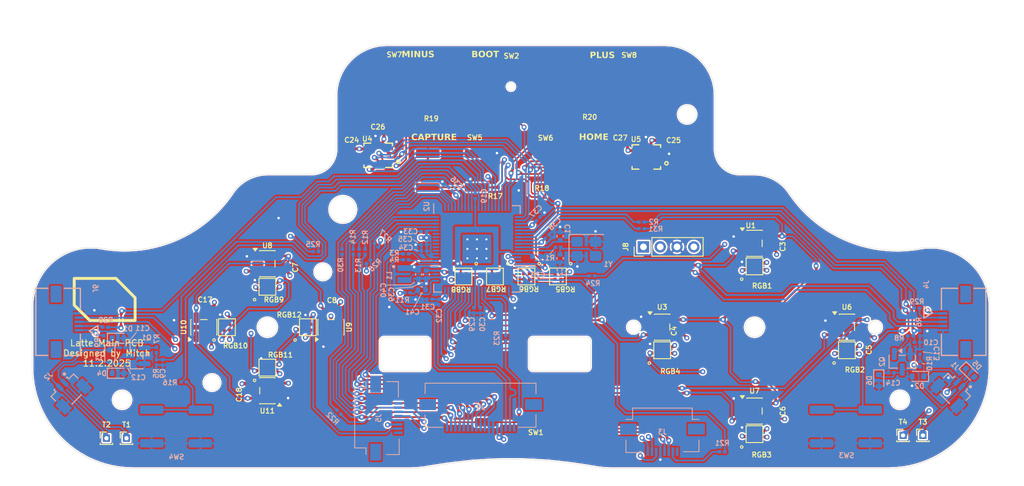
<source format=kicad_pcb>
(kicad_pcb (version 20241229) (generator "pcbnew") (generator_version "9.0")
  (title_block (title "Project Latte Main PCB") (date "2025-10-31") (company "Hand Held Legend, LLC"))
  (layers (0 "F.Cu" signal) (4 "In1.Cu" signal) (6 "In2.Cu" signal) (2 "B.Cu" signal) (13 "F.Paste" user) (15 "B.Paste" user) (5 "F.SilkS" user "F.Silkscreen") (7 "B.SilkS" user "B.Silkscreen") (1 "F.Mask" user) (3 "B.Mask" user) (25 "Edge.Cuts" user))
  (net 0 "")
  (net 1 "GND")
  (net 2 "XTAL_IN")
  (net 3 "Net-(C2-Pad1)")
  (net 4 "LRA_L")
  (net 5 "LRA_R")
  (net 6 "LRA_L+")
  (net 7 "LRA_L-")
  (net 8 "LRA_R+")
  (net 9 "LRA_R-")
  (net 10 "+3V3")
  (net 11 "+1V1")
  (net 12 "/VREG_AVDD")
  (net 13 "STICK_R_X_OUT")
  (net 14 "STICK_R_BTN_IN")
  (net 15 "STICK_R_RGB_OUT")
  (net 16 "STICK_R_BTN_OUT")
  (net 17 "STICK_R_Y_OUT")
  (net 18 "STICK_R_RGB_IN")
  (net 19 "STICK_L_RGB_OUT")
  (net 20 "STICK_L_RGB_IN")
  (net 21 "STICK_L_Y_OUT")
  (net 22 "STICK_L_BTN_OUT")
  (net 23 "STICK_L_BTN_IN")
  (net 24 "STICK_L_X_OUT")
  (net 25 "Net-(U2-GPIO17)")
  (net 26 "Net-(U2-GPIO18)")
  (net 27 "Net-(U2-GPIO16)")
  (net 28 "Net-(U2-GPIO19)")
  (net 29 "SWCLK")
  (net 30 "SWD")
  (net 31 "VBUS_SYS")
  (net 32 "N_LATCH_3.3")
  (net 33 "D-")
  (net 34 "N_CLOCK_3.3")
  (net 35 "D+")
  (net 36 "WL_CLK")
  (net 37 "N_DATA_3.3")
  (net 38 "I2C1_SCL")
  (net 39 "BTN_PWR")
  (net 40 "WL_CS")
  (net 41 "WL_ON")
  (net 42 "I2C1_SDA")
  (net 43 "WL_D")
  (net 44 "BAT_LVL")
  (net 45 "/VREG_LX")
  (net 46 "Net-(Q1-B)")
  (net 47 "Net-(Q2-B)")
  (net 48 "XTAL_OUT")
  (net 49 "DI+")
  (net 50 "DI-")
  (net 51 "Net-(U2-GPIO9)")
  (net 52 "Net-(R15-Pad2)")
  (net 53 "RGB_OUT")
  (net 54 "Net-(U2-GPIO5)")
  (net 55 "Net-(RGB1-DOUT)")
  (net 56 "Net-(RGB3-DOUT)")
  (net 57 "Net-(RGB5-DOUT)")
  (net 58 "Net-(RGB10-DIN)")
  (net 59 "Net-(RGB10-DOUT)")
  (net 60 "Net-(RGB11-DOUT)")
  (net 61 "RGB_DPAD_IN")
  (net 62 "Net-(U2-RUN)")
  (net 63 "GRIP_R_BTN")
  (net 64 "GRIP_L_BTN")
  (net 65 "CAPTURE_BTN")
  (net 66 "HOME_BTN")
  (net 67 "MINUS_BTN")
  (net 68 "PLUS_BTN")
  (net 69 "SPI1_RX")
  (net 72 "SPI1_CLK")
  (net 75 "IMU0_CS")
  (net 76 "SPI1_TX")
  (net 78 "IMU1_CS")
  (net 82 "Net-(U2-GPIO28)")
  (net 84 "Net-(U2-GPIO29)")
  (net 94 "Net-(U2-GPIO4)")
  (net 95 "Net-(U2-GPIO6)")
  (net 96 "Net-(RGB2-DOUT)")
  (net 97 "Net-(RGB6-DOUT)")
  (net 98 "Net-(RGB7-DOUT)")
  (net 99 "Net-(U2-GPIO10)")
  (net 102 "Net-(U2-GPIO11)")
  (net 103 "TRIGGER_EN_R")
  (net 104 "ADC_0")
  (net 105 "ABXY_EN")
  (net 107 "ADC_3")
  (net 108 "ADC_1")
  (net 109 "ADC_2")
  (net 114 "DPAD_EN")
  (net 118 "TRIGGER_EN_L")
  (net 119 "Net-(U2-GPIO13)")
  (net 122 "Net-(U2-GPIO14)")
  (net 123 "Net-(U2-GPIO26)")
  (net 124 "Net-(U2-GPIO27)")
  (net 125 "Net-(U2-GPIO24)")
  (net 127 "Net-(U2-GPIO39)")
  (footprint "hhl:SK6805-EC-10" (layer "F.Cu") (at 105.196562 68.961391)
    (property "Reference" "RGB3")
    (property "Value" "SK6805-EC-10" (hide yes))
  )
  (footprint "Resistor_SMD:R_0201_0603Metric" (layer "F.Cu") (at 74.3204 39.5478 180)
    (property "Reference" "R17")
    (property "Value" "100R")
  )
  (footprint "hhl:SK6805-EC-10" (layer "F.Cu") (at 78.032681 50.16502 180)
    (property "Reference" "RGB6")
    (property "Value" "SK6805-EC-10" (hide yes))
  )
  (footprint "hhl:SK6805-EC-10" (layer "F.Cu") (at 47.183054 61.030036)
    (property "Reference" "RGB11")
    (property "Value" "SK6805-EC-10" (hide yes))
  )
  (footprint "Capacitor_SMD:C_0201_0603Metric" (layer "F.Cu") (at 49.64 49.09 90)
    (property "Reference" "C7")
    (property "Value" "100n")
  )
  (footprint "Resistor_SMD:R_0201_0603Metric" (layer "F.Cu") (at 79.88 40.7)
    (property "Reference" "R18")
    (property "Value" "100R")
  )
  (footprint "hhl:KSC-TE" (layer "F.Cu") (at 62.19 27.540001)
    (property "Reference" "SW7")
    (property "Value" "SW_Push")
  )
  (footprint "hhl:KSC-TE" (layer "F.Cu") (at 83.19 37.540001)
    (property "Reference" "SW6")
    (property "Value" "SW_Push")
  )
  (footprint "hhl:SK6805-EC-10" (layer "F.Cu") (at 94.196563 58.96139)
    (property "Reference" "RGB4")
    (property "Value" "SK6805-EC-10" (hide yes))
  )
  (footprint "Connector_PinHeader_1.00mm:PinHeader_1x01_P1.00mm_Vertical" (layer "F.Cu") (at 122.8852 69.1134)
    (property "Reference" "T4")
    (property "Value" "~")
  )
  (footprint "Capacitor_SMD:C_0201_0603Metric" (layer "F.Cu") (at 118.65 57.56 -90)
    (property "Reference" "C5")
    (property "Value" "100n")
  )
  (footprint "Capacitor_SMD:C_0201_0603Metric" (layer "F.Cu") (at 61.3918 33.147 180)
    (property "Reference" "C26")
    (property "Value" "100nF")
  )
  (footprint "Connector_PinHeader_2.00mm:PinHeader_1x04_P2.00mm_Vertical" (layer "F.Cu") (at 91.9678 46.6344 90)
    (property "Reference" "J8")
    (property "Value" "Conn_01x04_Pin")
  )
  (footprint "hhl:SOT-23-5L" (layer "F.Cu") (at 47.183054 63.780036 180)
    (property "Reference" "U11")
    (property "Value" "HAL4395")
  )
  (footprint "hhl:KSC-TE" (layer "F.Cu") (at 76.19 65.540002)
    (property "Reference" "SW1")
    (property "Value" "SW_Push")
  )
  (footprint "hhl:SK6805-EC-10" (layer "F.Cu") (at 42.365177 56.21139)
    (property "Reference" "RGB10")
    (property "Value" "SK6805-EC-10" (hide yes))
  )
  (footprint "hhl:SOT-23-5L" (layer "F.Cu") (at 47.183822 48.643514)
    (property "Reference" "U8")
    (property "Value" "HAL4395")
  )
  (footprint "hhl:SOT-23-5L" (layer "F.Cu") (at 94.196563 56.21139)
    (property "Reference" "U3")
    (property "Value" "HAL4395")
  )
  (footprint "Resistor_SMD:R_0201_0603Metric" (layer "F.Cu") (at 87.2 31.16)
    (property "Reference" "R20")
    (property "Value" "100R")
  )
  (footprint "hhl:SOT-23-5L" (layer "F.Cu") (at 105.196563 46.21139)
    (property "Reference" "U1")
    (property "Value" "HAL4395")
  )
  (footprint "Resistor_SMD:R_0201_0603Metric" (layer "F.Cu") (at 65.08 31.3)
    (property "Reference" "R19")
    (property "Value" "100R")
  )
  (footprint "hhl:SOT-23-5L" (layer "F.Cu") (at 116.196563 56.211391)
    (property "Reference" "U6")
    (property "Value" "HAL4395")
  )
  (footprint "hhl:KSC-TE" (layer "F.Cu") (at 76.19 27.540001)
    (property "Reference" "SW2")
    (property "Value" "SW_Push")
  )
  (footprint "Capacitor_SMD:C_0201_0603Metric" (layer "F.Cu") (at 96.65 56.66 90)
    (property "Reference" "C4")
    (property "Value" "100n")
  )
  (footprint "hhl:KSC-TE" (layer "F.Cu") (at 90.19 27.540001)
    (property "Reference" "SW8")
    (property "Value" "SW_Push")
  )
  (footprint "hhl:KSC-TE" (layer "F.Cu") (at 69.19 37.540001)
    (property "Reference" "SW5")
    (property "Value" "SW_Push")
  )
  (footprint "hhl:LGA14" (layer "F.Cu") (at 92.312 35.92)
    (property "Reference" "U5")
    (property "Value" "ST_LSM6" (hide yes))
  )
  (footprint "Capacitor_SMD:C_0201_0603Metric" (layer "F.Cu") (at 55.25 53.76 180)
    (property "Reference" "C8")
    (property "Value" "100n")
  )
  (footprint "Capacitor_SMD:C_0201_0603Metric" (layer "F.Cu") (at 89.7382 34.4424)
    (property "Reference" "C27")
    (property "Value" "100nF")
  )
  (footprint "hhl:SK6805-EC-10" (layer "F.Cu") (at 74.282681 50.16502 180)
    (property "Reference" "RGB7")
    (property "Value" "SK6805-EC-10" (hide yes))
  )
  (footprint "Capacitor_SMD:C_0201_0603Metric" (layer "F.Cu") (at 40.42 53.75 180)
    (property "Reference" "C17")
    (property "Value" "100n")
  )
  (footprint "Capacitor_SMD:C_0201_0603Metric" (layer "F.Cu") (at 57.2262 34.9504)
    (property "Reference" "C24")
    (property "Value" "100nF")
  )
  (footprint "hhl:SK6805-EC-10" (layer "F.Cu") (at 81.782681 50.16502 180)
    (property "Reference" "RGB5")
    (property "Value" "SK6805-EC-10" (hide yes))
  )
  (footprint "hhl:SK6805-EC-10" (layer "F.Cu") (at 52.001698 56.212158)
    (property "Reference" "RGB12")
    (property "Value" "SK6805-EC-10" (hide yes))
  )
  (footprint "hhl:SOT-23-5L" (layer "F.Cu") (at 54.751698 56.212158 90)
    (property "Reference" "U9")
    (property "Value" "HAL4395")
  )
  (footprint "hhl:HHL_Logo" (layer "F.Cu") (at 27.1272 53.34)
    (property "Reference" "REF**" (hide yes))
    (property "Value" "HHL_Logo")
  )
  (footprint "Capacitor_SMD:C_0201_0603Metric" (layer "F.Cu") (at 107.65 46.66 90)
    (property "Reference" "C3")
    (property "Value" "100n")
  )
  (footprint "Capacitor_SMD:C_0201_0603Metric" (layer "F.Cu") (at 93.8936 33.9344 180)
    (property "Reference" "C25")
    (property "Value" "100nF")
  )
  (footprint "Capacitor_SMD:C_0201_0603Metric" (layer "F.Cu") (at 107.65 66.66 90)
    (property "Reference" "C6")
    (property "Value" "100n")
  )
  (footprint "hhl:SK6805-EC-10" (layer "F.Cu") (at 70.532681 50.16502 180)
    (property "Reference" "RGB8")
    (property "Value" "SK6805-EC-10" (hide yes))
  )
  (footprint "Capacitor_SMD:C_0201_0603Metric" (layer "F.Cu") (at 44.73 63.33 -90)
    (property "Reference" "C18")
    (property "Value" "100n")
  )
  (footprint "hhl:SK6805-EC-10" (layer "F.Cu") (at 116.196563 58.961391)
    (property "Reference" "RGB2")
    (property "Value" "SK6805-EC-10" (hide yes))
  )
  (footprint "hhl:SOT-23-5L" (layer "F.Cu") (at 39.615177 56.21139 90)
    (property "Reference" "U10")
    (property "Value" "HAL4395")
  )
  (footprint "Resistor_SMD:R_0201_0603Metric" (layer "F.Cu") (at 76.2 31.6484 90)
    (property "Reference" "R15" (hide yes))
    (property "Value" "1k")
  )
  (footprint "hhl:SK6805-EC-10" (layer "F.Cu") (at 47.183822 51.393514)
    (property "Reference" "RGB9")
    (property "Value" "SK6805-EC-10" (hide yes))
  )
  (footprint "hhl:SK6805-EC-10" (layer "F.Cu") (at 105.196563 48.96139)
    (property "Reference" "RGB1")
    (property "Value" "SK6805-EC-10" (hide yes))
  )
  (footprint "Connector_PinHeader_1.00mm:PinHeader_1x01_P1.00mm_Vertical" (layer "F.Cu") (at 30.4038 69.4436)
    (property "Reference" "T1")
    (property "Value" "~")
  )
  (footprint "Connector_PinHeader_1.00mm:PinHeader_1x01_P1.00mm_Vertical" (layer "F.Cu") (at 125.2474 69.1134)
    (property "Reference" "T3")
    (property "Value" "~")
  )
  (footprint "Connector_PinHeader_1.00mm:PinHeader_1x01_P1.00mm_Vertical" (layer "F.Cu") (at 28.0162 69.4436)
    (property "Reference" "T2")
    (property "Value" "~")
  )
  (footprint "hhl:LGA14" (layer "F.Cu") (at 60.38 35.72)
    (property "Reference" "U4")
    (property "Value" "ST_LSM6" (hide yes))
  )
  (footprint "hhl:SOT-23-5L" (layer "F.Cu") (at 105.196562 66.211391)
    (property "Reference" "U7")
    (property "Value" "HAL4395")
  )
  (footprint "Package_TO_SOT_SMD:SOT-23" (layer "B.Cu") (at 31.597599 59.6138 180)
    (property "Reference" "Q1")
    (property "Value" "MMBT2222A")
  )
  (footprint "Diode_SMD:D_SOD-523" (layer "B.Cu") (at 130.8608 61.6458 -45)
    (property "Reference" "D5")
    (property "Value" "M7C")
  )
  (footprint "Resistor_SMD:R_0201_0603Metric" (layer "B.Cu") (at 101.34 71.07 180)
    (property "Reference" "R21")
    (property "Value" "100R")
  )
  (footprint "Diode_SMD:D_SOD-523" (layer "B.Cu") (at 29.3878 61.6966)
    (property "Reference" "D4")
    (property "Value" "M7C")
  )
  (footprint "Capacitor_SMD:C_0201_0603Metric" (layer "B.Cu") (at 29.9212 60.579)
    (property "Reference" "C12")
    (property "Value" "1uF")
  )
  (footprint "Resistor_SMD:R_0201_0603Metric" (layer "B.Cu") (at 91.75 44.47)
    (property "Reference" "R31")
    (property "Value" "100R")
  )
  (footprint "Capacitor_SMD:C_0402_1005Metric" (layer "B.Cu") (at 65.19 49.930927 -90)
    (property "Reference" "C40")
    (property "Value" "4.7u")
  )
  (footprint "Capacitor_SMD:C_0201_0603Metric" (layer "B.Cu") (at 79.4258 43.307 45)
    (property "Reference" "C37")
    (property "Value" "100n")
  )
  (footprint "hhl:L_pol_2016" (layer "B.Cu") (at 63.51 49.88 -90)
    (property "Reference" "L1")
    (property "Value" "3.3u")
  )
  (footprint "Resistor_SMD:R_0201_0603Metric" (layer "B.Cu") (at 55.7 66.34 -45)
    (property "Reference" "R22")
    (property "Value" "100R")
  )
  (footprint "Resistor_SMD:R_0201_0603Metric" (layer "B.Cu") (at 37.23 62.73)
    (property "Reference" "R16")
    (property "Value" "100R")
  )
  (footprint "hhl:JST_SM02B-SURS-TF_LF__SN_" (layer "B.Cu") (at 129.60014 63.02986 135)
    (property "Reference" "J1")
    (property "Value" "SM02B-SURS-TF_LF__SN_" (hide yes))
  )
  (footprint "Capacitor_SMD:C_0201_0603Metric" (layer "B.Cu") (at 66.4972 52.8574 180)
    (property "Reference" "C31")
    (property "Value" "100n")
  )
  (footprint "Capacitor_SMD:C_0201_0603Metric" (layer "B.Cu") (at 71.9328 40.5638 90)
    (property "Reference" "C19")
    (property "Value" "100n")
  )
  (footprint "Resistor_SMD:R_0201_0603Metric" (layer "B.Cu") (at 81.8134 46.6852)
    (property "Reference" "R1")
    (property "Value" "1k")
  )
  (footprint "Capacitor_SMD:C_0201_0603Metric" (layer "B.Cu") (at 65.8368 47.117 180)
    (property "Reference" "C34")
    (property "Value" "100n")
  )
  (footprint "Capacitor_SMD:C_0402_1005Metric" (layer "B.Cu") (at 82.042 48.006 -90)
    (property "Reference" "C2")
    (property "Value" "15pF")
  )
  (footprint "Resistor_SMD:R_0201_0603Metric" (layer "B.Cu") (at 91.75 43.67)
    (property "Reference" "R2")
    (property "Value" "100R")
  )
  (footprint "Resistor_SMD:R_0201_0603Metric" (layer "B.Cu") (at 58.11 47.21 -90)
    (property "Reference" "R13")
    (property "Value" "100R")
  )
  (footprint "Resistor_SMD:R_0201_0603Metric" (layer "B.Cu") (at 85.84 50.09)
    (property "Reference" "R24")
    (property "Value" "100R")
  )
  (footprint "hhl:KSC-TE" (layer "B.Cu") (at 116.075078 68.046612)
    (property "Reference" "SW3")
    (property "Value" "SW_Push")
  )
  (footprint "Capacitor_SMD:C_0201_0603Metric" (layer "B.Cu") (at 124.5616 58.0136)
    (property "Reference" "C10")
    (property "Value" "100nF")
  )
  (footprint "Capacitor_SMD:C_0201_0603Metric" (layer "B.Cu") (at 65.837743 46.365007 180)
    (property "Reference" "C35")
    (property "Value" "100n")
  )
  (footprint "hhl:KSC-TE" (layer "B.Cu") (at 36.304922 68.046612)
    (property "Reference" "SW4")
    (property "Value" "SW_Push")
  )
  (footprint "Capacitor_SMD:C_0201_0603Metric" (layer "B.Cu") (at 67.6148 53.213 -90)
    (property "Reference" "C32")
    (property "Value" "100n")
  )
  (footprint "Capacitor_SMD:C_0201_0603Metric" (layer "B.Cu") (at 72.5424 54.2036 -90)
    (property "Reference" "C30")
    (property "Value" "100n")
  )
  (footprint "Resistor_SMD:R_0201_0603Metric" (layer "B.Cu") (at 27.89 56.21 180)
    (property "Reference" "R28")
    (property "Value" "100R")
  )
  (footprint "Resistor_SMD:R_0201_0603Metric" (layer "B.Cu") (at 124.52 53.95)
    (property "Reference" "R29")
    (property "Value" "100R")
  )
  (footprint "Resistor_SMD:R_0201_0603Metric" (layer "B.Cu") (at 33.9598 58.928 90)
    (property "Reference" "R7")
    (property "Value" "100R")
  )
  (footprint "Capacitor_SMD:C_0201_0603Metric" (layer "B.Cu") (at 80.4926 45.3898 45)
    (property "Reference" "C38")
    (property "Value" "100n")
  )
  (footprint "Capacitor_SMD:C_0201_0603Metric" (layer "B.Cu") (at 124.8918 59.1312 -90)
    (property "Reference" "C13")
    (property "Value" "1uF")
  )
  (footprint "Capacitor_SMD:C_0201_0603Metric" (layer "B.Cu") (at 65.8114 44.7802 180)
    (property "Reference" "C33")
    (property "Value" "100n")
  )
  (footprint "Capacitor_SMD:C_0402_1005Metric" (layer "B.Cu") (at 82.042 45.3644 90)
    (property "Reference" "C1")
    (property "Value" "15pF")
  )
  (footprint "Capacitor_SMD:C_0402_1005Metric" (layer "B.Cu") (at 79.2226 47.7774)
    (property "Reference" "C23")
    (property "Value" "4.7u")
  )
  (footprint "Resistor_SMD:R_0201_0603Metric" (layer "B.Cu") (at 124.8918 56.9214 90)
    (property "Reference" "R6")
    (property "Value" "10k")
  )
  (footprint "Resistor_SMD:R_0201_0603Metric" (layer "B.Cu") (at 63.68 47.47)
    (property "Reference" "R3")
    (property "Value" "27R")
  )
  (footprint "Capacitor_SMD:C_0201_0603Metric" (layer "B.Cu") (at 29.946601 58.6486 180)
    (property "Reference" "C11")
    (property "Value" "1uF")
  )
  (footprint "hhl:JST_SM02B-SURS-TF_LF__SN_" (layer "B.Cu") (at 22.72986 63.09986 -135)
    (property "Reference" "J2")
    (property "Value" "SM02B-SURS-TF_LF__SN_" (hide yes))
  )
  (footprint "Capacitor_SMD:C_0201_0603Metric" (layer "B.Cu") (at 68.9864 39.751 135)
    (property "Reference" "C36")
    (property "Value" "100n")
  )
  (footprint "Capacitor_SMD:C_0201_0603Metric" (layer "B.Cu") (at 121.4628 61.6458 180)
    (property "Reference" "C14")
    (property "Value" "1uF")
  )
  (footprint "Resistor_SMD:R_0201_0603Metric" (layer "B.Cu") (at 75.56 57.515 -90)
    (property "Reference" "R23")
    (property "Value" "100R")
  )
  (footprint "hhl:RP2350-QFN-80-1EP_10x10_P0.4mm_EP3.4x3.4mm_ThermalVias" (layer "B.Cu") (at 72.136667 46.873333 -90)
    (property "Reference" "U2")
    (property "Value" "RP2350_80QFN")
  )
  (footprint "Resistor_SMD:R_0201_0603Metric" (layer "B.Cu") (at 56.07 47.2 -90)
    (property "Reference" "R30")
    (property "Value" "100R")
  )
  (footprint "Diode_SMD:D_SOD-523" (layer "B.Cu") (at 124.6632 62.0776 180)
    (property "Reference" "D2")
    (property "Value" "M7C")
  )
  (footprint "hhl:5051101792" (layer "B.Cu") (at 72.57 65.765)
    (property "Reference" "J9")
    (property "Value" "Molex 505110-1792" (hide yes))
  )
  (footprint "hhl:5051100892" (layer "B.Cu") (at 60.23 67.05 90)
    (property "Reference" "J5")
    (property "Value" "Molex 505110-0892" (hide yes))
  )
  (footprint "Resistor_SMD:R_0201_0603Metric" (layer "B.Cu") (at 63.68 48.17)
    (property "Reference" "R4")
    (property "Value" "27R")
  )
  (footprint "Resistor_SMD:R_0201_0603Metric" (layer "B.Cu") (at 58.82 47.21 -90)
    (property "Reference" "R12")
    (property "Value" "100R")
  )
  (footprint "Capacitor_SMD:C_0402_1005Metric" (layer "B.Cu") (at 65.5574 51.7652)
    (property "Reference" "C41")
    (property "Value" "4.7u")
  )
  (footprint "Resistor_SMD:R_0201_0603Metric" (layer "B.Cu") (at 60.16 46.45 -45)
    (property "Reference" "R27")
    (property "Value" "1k")
  )
  (footprint "Capacitor_SMD:C_0201_0603Metric" (layer "B.Cu") (at 71.7804 54.2036 -90)
    (property "Reference" "C29")
    (property "Value" "100n")
  )
  (footprint "Package_TO_SOT_SMD:SOT-23" (layer "B.Cu") (at 122.7836 60.325 -90)
    (property "Reference" "Q2")
    (property "Value" "MMBT2222A")
  )
  (footprint "Resistor_SMD:R_0201_0603Metric" (layer "B.Cu") (at 63.881 52.0954)
    (property "Reference" "R11")
    (property "Value" "33")
  )
  (footprint "Resistor_SMD:R_0201_0603Metric" (layer "B.Cu") (at 33.9598 60.4012 90)
    (property "Reference" "R5")
    (property "Value" "10k")
  )
  (footprint "hhl:5051100592" (layer "B.Cu") (at 22.2642 55.570002 90)
    (property "Reference" "J6")
    (property "Value" "Molex 505110-0592")
  )
  (footprint "hhl:5051100592" (layer "B.Cu") (at 130.102801 55.570002 -90)
    (property "Reference" "J4")
    (property "Value" "Molex 505110-0592")
  )
  (footprint "Resistor_SMD:R_0201_0603Metric" (layer "B.Cu") (at 59.2 48.42 45)
    (property "Reference" "R26")
    (property "Value" "1k")
  )
  (footprint "Capacitor_SMD:C_0402_1005Metric" (layer "B.Cu") (at 66.110494 49.930927 -90)
    (property "Reference" "C39")
    (property "Value" "4.7u")
  )
  (footprint "Resistor_SMD:R_0201_0603Metric" (layer "B.Cu") (at 57.4 47.21 -90)
    (property "Reference" "R14")
    (property "Value" "100R")
  )
  (footprint "Diode_SMD:D_SOD-523" (layer "B.Cu") (at 29.3878 57.531)
    (property "Reference" "D1")
    (property "Value" "M7C")
  )
  (footprint "Resistor_SMD:R_0201_0603Metric" (layer "B.Cu") (at 124.8918 60.6044 -90)
    (property "Reference" "R10")
    (property "Value" "10R")
  )
  (footprint "Resistor_SMD:R_0201_0603Metric" (layer "B.Cu") (at 27.7114 57.531 90)
    (property "Reference" "R9")
    (property "Value" "10R")
  )
  (footprint "Resistor_SMD:R_0201_0603Metric" (layer "B.Cu") (at 52.94 47.19 180)
    (property "Reference" "R25")
    (property "Value" "100R")
  )
  (footprint "Diode_SMD:D_SOD-523" (layer "B.Cu") (at 119.9896 62.5602 -90)
    (property "Reference" "D6")
    (property "Value" "M7C")
  )
  (footprint "Resistor_SMD:R_0201_0603Metric" (layer "B.Cu") (at 123.779595 57.259242 180)
    (property "Reference" "R8")
    (property "Value" "100R")
  )
  (footprint "hhl:5051100892" (layer "B.Cu") (at 94.23 68.5)
    (property "Reference" "J3")
    (property "Value" "Molex 505110-0892" (hide yes))
  )
  (footprint "Crystal:Crystal_SMD_3225-4Pin_3.2x2.5mm" (layer "B.Cu") (at 85.1662 46.87)
    (property "Reference" "Y1")
    (property "Value" "ABM8-272-T3")
  )
  (footprint "Diode_SMD:D_SOD-523" (layer "B.Cu") (at 28.4226 59.6392 -90)
    (property "Reference" "D3")
    (property "Value" "M7C")
  )
  (footprint "Capacitor_SMD:C_0201_0603Metric" (layer "B.Cu") (at 34.721799 60.4012 -90)
    (property "Reference" "C9")
    (property "Value" "100nF")
  )
  (gr_line (start 61.468 51.181) (end 64.3128 51.1556) (stroke (width 0.1)) (layer "B.SilkS"))
  (gr_line (start 30.9118 61.7474) (end 30.539037 61.053047) (stroke (width 0.1)) (layer "B.SilkS"))
  (gr_line (start 64.671279 46.925107) (end 65.1002 47.0916) (stroke (width 0.1)) (layer "B.SilkS"))
  (gr_line (start 80.8228 47.498) (end 81.251555 47.029699) (stroke (width 0.1)) (layer "B.SilkS"))
  (gr_line (start 126.3904 59.309) (end 125.247161 59.164231) (stroke (width 0.1)) (layer "B.SilkS"))
  (gr_line (start 31.5722 56.8452) (end 30.4546 58.166) (stroke (width 0.1)) (layer "B.SilkS"))
  (gr_line (start 61.2394 46.0502) (end 60.7822 46.4058) (stroke (width 0.1)) (layer "B.SilkS"))
  (gr_line (start 64.643 53.8734) (end 65.565606 52.136348) (stroke (width 0.1)) (layer "B.SilkS"))
  (gr_line (start 65.659 50.849677) (end 64.473628 51.416828) (stroke (width 0.1)) (layer "B.SilkS"))
  (gr_line (start 64.592272 45.779518) (end 65.151 46.1518) (stroke (width 0.1)) (layer "B.SilkS"))
  (gr_line (start 64.3128 51.1556) (end 64.668322 50.849677) (stroke (width 0.1)) (layer "B.SilkS"))
  (gr_line (start 125.5014 60.579) (end 125.170977 60.569412) (stroke (width 0.1)) (layer "B.SilkS"))
  (gr_line (start 64.473628 51.416828) (end 62.425112 51.577662) (stroke (width 0.1)) (layer "B.SilkS"))
  (gr_line (start 66.001222 72.893174) (end 66.615399 72.788068) (stroke (width 0.05)) (layer "Edge.Cuts"))
  (gr_curve (pts (xy 74.25606 71.973528) (xy 72.451961 72.071093) (xy 71.870203 72.114136) (xy 71.301723 72.164298)) (stroke (width 0.05)) (layer "Edge.Cuts"))
  (gr_arc (start 61.076044 61.451235) (mid 60.72249 61.304789) (end 60.576044 60.951235) (stroke (width 0.05)) (layer "Edge.Cuts"))
  (gr_curve (pts (xy 119.144785 55.568869) (xy 119.37251 55.408748) (xy 119.685559 55.382832) (xy 119.936513 55.503317)) (stroke (width 0.05)) (layer "Edge.Cuts"))
  (gr_arc (start 55.395303 34.991397) (mid 54.516623 37.112718) (end 52.395302 37.991397) (stroke (width 0.05)) (layer "Edge.Cuts"))
  (gr_line (start 78.323798 57.854133) (end 78.323798 60.951183) (stroke (width 0.05)) (layer "Edge.Cuts"))
  (gr_line (start 47.20659 37.991397) (end 52.395302 37.991397) (stroke (width 0.05)) (layer "Edge.Cuts"))
  (gr_arc (start 78.323798 57.854133) (mid 78.470234 57.500558) (end 78.8238 57.354134) (stroke (width 0.05)) (layer "Edge.Cuts"))
  (gr_curve (pts (xy 90.283987 56.806539) (xy 90.178943 56.716069) (xy 90.098683 56.597552) (xy 90.053666 56.466425)) (stroke (width 0.05)) (layer "Edge.Cuts"))
  (gr_curve (pts (xy 120.372738 56.091024) (xy 120.4081 56.31905) (xy 120.337207 56.560144) (xy 120.184045 56.732736)) (stroke (width 0.05)) (layer "Edge.Cuts"))
  (gr_curve (pts (xy 91.384045 56.732737) (xy 91.232901 56.903053) (xy 91.006032 57.001905) (xy 90.778382 56.996633)) (stroke (width 0.05)) (layer "Edge.Cuts"))
  (gr_arc (start 55.395303 28.572003) (mid 57.152663 24.329361) (end 61.395305 22.572001) (stroke (width 0.05)) (layer "Edge.Cuts"))
  (gr_arc (start 133.19 61.040002) (mid 129.675281 69.525283) (end 121.19 73.040001) (stroke (width 0.05)) (layer "Edge.Cuts"))
  (gr_curve (pts (xy 86.378778 72.893174) (xy 86.660579 72.942005) (xy 86.944345 72.978722) (xy 87.229293 73.003227)) (stroke (width 0.05)) (layer "Edge.Cuts"))
  (gr_line (start 61.076044 61.451235) (end 66.091702 61.451235) (stroke (width 0.05)) (layer "Edge.Cuts"))
  (gr_line (start 66.591701 60.951236) (end 66.591701 57.854134) (stroke (width 0.05)) (layer "Edge.Cuts"))
  (gr_circle (center 97.170087 30.847003) (end 98.270086 30.847002) (stroke (width 0.05)) (fill no) (layer "Edge.Cuts"))
  (gr_arc (start 103.46547 37.991397) (mid 101.344146 37.112716) (end 100.465467 34.991392) (stroke (width 0.05)) (layer "Edge.Cuts"))
  (gr_arc (start 19.190001 53.701697) (mid 21.701707 48.329989) (end 27.434352 46.813185) (stroke (width 0.05)) (layer "Edge.Cuts"))
  (gr_line (start 64.293889 73.040001) (end 31.190001 73.040001) (stroke (width 0.05)) (layer "Edge.Cuts"))
  (gr_arc (start 124.945648 46.813185) (mid 130.678296 48.329991) (end 133.19 53.701701) (stroke (width 0.05)) (layer "Edge.Cuts"))
  (gr_line (start 66.0917 57.354133) (end 61.076044 57.354134) (stroke (width 0.05)) (layer "Edge.Cuts"))
  (gr_curve (pts (xy 90.778382 56.996633) (xy 90.598124 56.99246) (xy 90.420607 56.924206) (xy 90.283987 56.806539)) (stroke (width 0.05)) (layer "Edge.Cuts"))
  (gr_line (start 86.378778 72.893174) (end 85.45459 72.737082) (stroke (width 0.05)) (layer "Edge.Cuts"))
  (gr_line (start 121.19 73.040001) (end 88.086111 73.040001) (stroke (width 0.05)) (layer "Edge.Cuts"))
  (gr_line (start 78.82385 61.451235) (end 85.1946 61.451235) (stroke (width 0.05)) (layer "Edge.Cuts"))
  (gr_curve (pts (xy 119.578382 56.996633) (xy 119.398124 56.992459) (xy 119.220607 56.924207) (xy 119.083986 56.806538)) (stroke (width 0.05)) (layer "Edge.Cuts"))
  (gr_arc (start 66.591701 60.951236) (mid 66.445255 61.304789) (end 66.091702 61.451235) (stroke (width 0.05)) (layer "Edge.Cuts"))
  (gr_arc (start 105.181145 37.991397) (mid 107.528347 38.580695) (end 109.323869 40.203265) (stroke (width 0.05)) (layer "Edge.Cuts"))
  (gr_circle (center 76.19 27.540001) (end 76.689999 27.540001) (stroke (width 0.05)) (fill no) (layer "Edge.Cuts"))
  (gr_line (start 71.301723 72.164298) (end 68.586868 72.483539) (stroke (width 0.05)) (layer "Edge.Cuts"))
  (gr_line (start 85.69459 60.944721) (end 85.69459 57.854102) (stroke (width 0.05)) (layer "Edge.Cuts"))
  (gr_arc (start 85.69459 60.944721) (mid 85.55046 61.302479) (end 85.1946 61.451235) (stroke (width 0.05)) (layer "Edge.Cuts"))
  (gr_curve (pts (xy 118.811109 56.21139) (xy 118.81111 55.960037) (xy 118.939152 55.713456) (xy 119.144785 55.568869)) (stroke (width 0.05)) (layer "Edge.Cuts"))
  (gr_curve (pts (xy 90.053666 56.466425) (xy 90.025545 56.384506) (xy 90.011111 56.29799) (xy 90.01111 56.21139)) (stroke (width 0.05)) (layer "Edge.Cuts"))
  (gr_line (start 100.465467 28.572012) (end 100.465467 34.991392) (stroke (width 0.05)) (layer "Edge.Cuts"))
  (gr_curve (pts (xy 91.572738 56.091024) (xy 91.6081 56.319051) (xy 91.537208 56.560145) (xy 91.384045 56.732737)) (stroke (width 0.05)) (layer "Edge.Cuts"))
  (gr_circle (center 40.583122 62.8114) (end 41.583122 62.8114) (stroke (width 0.05)) (fill no) (layer "Edge.Cuts"))
  (gr_line (start 85.45459 72.737082) (end 84.827816 72.638733) (stroke (width 0.05)) (layer "Edge.Cuts"))
  (gr_curve (pts (xy 119.083986 56.806538) (xy 118.978943 56.716069) (xy 118.898682 56.597553) (xy 118.853667 56.466425)) (stroke (width 0.05)) (layer "Edge.Cuts"))
  (gr_arc (start 60.576044 57.854137) (mid 60.72249 57.500582) (end 61.076044 57.354134) (stroke (width 0.05)) (layer "Edge.Cuts"))
  (gr_line (start 133.19 53.701701) (end 133.19 61.040002) (stroke (width 0.05)) (layer "Edge.Cuts"))
  (gr_curve (pts (xy 90.01111 56.21139) (xy 90.01111 55.960038) (xy 90.139152 55.713456) (xy 90.344785 55.568869)) (stroke (width 0.05)) (layer "Edge.Cuts"))
  (gr_curve (pts (xy 83.265203 72.411622) (xy 81.635147 72.220691) (xy 81.078277 72.164298) (xy 80.509797 72.114136)) (stroke (width 0.05)) (layer "Edge.Cuts"))
  (gr_circle (center 47.183437 56.21139) (end 48.339909 56.21139) (stroke (width 0.05)) (fill no) (layer "Edge.Cuts"))
  (gr_line (start 19.19 61.04) (end 19.19 53.701696) (stroke (width 0.05)) (layer "Edge.Cuts"))
  (gr_line (start 103.46547 37.991397) (end 105.181145 37.991397) (stroke (width 0.05)) (layer "Edge.Cuts"))
  (gr_arc (start 94.473205 22.572001) (mid 98.710844 24.332102) (end 100.465467 28.572012) (stroke (width 0.05)) (layer "Edge.Cuts"))
  (gr_arc (start 85.190128 57.354133) (mid 85.546561 57.498979) (end 85.69459 57.854102) (stroke (width 0.05)) (layer "Edge.Cuts"))
  (gr_curve (pts (xy 77.496631 71.954923) (xy 75.52801 71.945618) (xy 74.883369 71.954923) (xy 74.25606 71.973528)) (stroke (width 0.05)) (layer "Edge.Cuts"))
  (gr_line (start 85.190128 57.354133) (end 78.8238 57.354134) (stroke (width 0.05)) (layer "Edge.Cuts"))
  (gr_curve (pts (xy 64.293889 73.040001) (xy 64.57989 73.040001) (xy 64.865758 73.027732) (xy 65.150707 73.003227)) (stroke (width 0.05)) (layer "Edge.Cuts"))
  (gr_circle (center 122.503363 64.866761) (end 123.603363 64.866762) (stroke (width 0.05)) (fill no) (layer "Edge.Cuts"))
  (gr_arc (start 124.945648 46.813185) (mid 116.150333 45.83481) (end 109.323869 40.203265) (stroke (width 0.05)) (layer "Edge.Cuts"))
  (gr_circle (center 56.164534 42.168338) (end 57.764534 42.168338) (stroke (width 0.05)) (fill no) (layer "Edge.Cuts"))
  (gr_line (start 61.395305 22.572001) (end 94.473205 22.572001) (stroke (width 0.05)) (layer "Edge.Cuts"))
  (gr_curve (pts (xy 91.136513 55.503316) (xy 91.365821 55.613408) (xy 91.533758 55.839664) (xy 91.572738 56.091024)) (stroke (width 0.05)) (layer "Edge.Cuts"))
  (gr_arc (start 31.190001 73.040001) (mid 22.704719 69.525282) (end 19.19 61.04) (stroke (width 0.05)) (layer "Edge.Cuts"))
  (gr_circle (center 53.783753 49.612149) (end 54.783753 49.612149) (stroke (width 0.05)) (fill no) (layer "Edge.Cuts"))
  (gr_curve (pts (xy 118.853667 56.466425) (xy 118.825545 56.384506) (xy 118.81111 56.29799) (xy 118.811109 56.21139)) (stroke (width 0.05)) (layer "Edge.Cuts"))
  (gr_arc (start 78.82385 61.451235) (mid 78.470259 61.304773) (end 78.323798 60.951183) (stroke (width 0.05)) (layer "Edge.Cuts"))
  (gr_line (start 84.827816 72.638733) (end 83.265203 72.411622) (stroke (width 0.05)) (layer "Edge.Cuts"))
  (gr_arc (start 43.056131 40.203265) (mid 36.229673 45.834815) (end 27.434352 46.813185) (stroke (width 0.05)) (layer "Edge.Cuts"))
  (gr_arc (start 43.056131 40.203265) (mid 44.855066 38.578878) (end 47.20659 37.991397) (stroke (width 0.05)) (layer "Edge.Cuts"))
  (gr_line (start 55.395303 34.991397) (end 55.395303 28.572003) (stroke (width 0.05)) (layer "Edge.Cuts"))
  (gr_circle (center 29.876637 64.866761) (end 30.976637 64.866762) (stroke (width 0.05)) (fill no) (layer "Edge.Cuts"))
  (gr_line (start 68.586868 72.483539) (end 66.615399 72.788068) (stroke (width 0.05)) (layer "Edge.Cuts"))
  (gr_curve (pts (xy 65.150707 73.003227) (xy 65.435655 72.978722) (xy 65.719421 72.942005) (xy 66.001222 72.893174)) (stroke (width 0.05)) (layer "Edge.Cuts"))
  (gr_curve (pts (xy 119.936513 55.503317) (xy 120.165821 55.613407) (xy 120.333759 55.839664) (xy 120.372738 56.091024)) (stroke (width 0.05)) (layer "Edge.Cuts"))
  (gr_curve (pts (xy 80.509797 72.114136) (xy 78.735111 72.000791) (xy 78.12394 71.973528) (xy 77.496631 71.954923)) (stroke (width 0.05)) (layer "Edge.Cuts"))
  (gr_line (start 60.576044 57.854137) (end 60.576044 60.951235) (stroke (width 0.05)) (layer "Edge.Cuts"))
  (gr_curve (pts (xy 120.184045 56.732736) (xy 120.032901 56.903054) (xy 119.806033 57.001905) (xy 119.578382 56.996633)) (stroke (width 0.05)) (layer "Edge.Cuts"))
  (gr_curve (pts (xy 87.229293 73.003227) (xy 87.514242 73.027732) (xy 87.80011 73.040001) (xy 88.086111 73.040001)) (stroke (width 0.05)) (layer "Edge.Cuts"))
  (gr_arc (start 66.0917 57.354133) (mid 66.445255 57.50058) (end 66.591701 57.854134) (stroke (width 0.05)) (layer "Edge.Cuts"))
  (gr_curve (pts (xy 90.344785 55.568869) (xy 90.572511 55.408748) (xy 90.885559 55.382831) (xy 91.136513 55.503316)) (stroke (width 0.05)) (layer "Edge.Cuts"))
  (gr_circle (center 105.196563 56.21139) (end 106.353033 56.21139) (stroke (width 0.05)) (fill no) (layer "Edge.Cuts"))
  (gr_text "MINUS" (at 65.1256 24.1554 0) (layer "F.SilkS") (effects (font (size 0.75 0.75) (thickness 0.1875) (bold yes)) (justify bottom)))
  (gr_text "Latte Main PCB\nDesigned by Mitch\n11.2.2025" (at 28.067 59.309 0) (layer "F.SilkS") (effects (font (size 0.75 0.75) (thickness 0.11))))
  (gr_text "BOOT" (at 73.1266 24.1554 0) (layer "F.SilkS") (effects (font (size 0.75 0.75) (thickness 0.1875) (bold yes)) (justify bottom)))
  (gr_text "CAPTURE" (at 67.0306 34.036 0) (layer "F.SilkS") (effects (font (size 0.75 0.75) (thickness 0.1875) (bold yes)) (justify bottom)))
  (gr_text "HOME" (at 86.0552 34.0106 0) (layer "F.SilkS") (effects (font (size 0.75 0.75) (thickness 0.1875) (bold yes)) (justify bottom)))
  (gr_text "PLUS" (at 87.0712 24.257 0) (layer "F.SilkS") (effects (font (size 0.75 0.75) (thickness 0.1875) (bold yes)) (justify bottom)))
  (segment (start 116.19 57.58) (end 116.36 57.75) (width 0.2) (layer "F.Cu") (net 1))
  (segment (start 104.059063 45.31139) (end 102.79861 45.31139) (width 0.2) (layer "F.Cu") (net 1))
  (segment (start 46.848822 51.058514) (end 46.148514 51.058514) (width 0.2) (layer "F.Cu") (net 1))
  (segment (start 53.851698 58.521698) (end 53.86 58.53) (width 0.2) (layer "F.Cu") (net 1))
  (segment (start 93.059063 55.31139) (end 92.04139 55.31139) (width 0.2) (layer "F.Cu") (net 1))
  (segment (start 53.851698 57.349658) (end 53.851698 58.521698) (width 0.2) (layer "F.Cu") (net 1))
  (segment (start 60.38 33.73) (end 60.06 33.41) (width 0.2) (layer "F.Cu") (net 1))
  (segment (start 46.848054 60.318054) (end 46.45 59.92) (width 0.2) (layer "F.Cu") (net 1))
  (segment (start 93.861563 58.62639) (end 93.17639 58.62639) (width 0.2) (layer "F.Cu") (net 1))
  (segment (start 92.04139 55.31139) (end 91.69 54.96) (width 0.2) (layer "F.Cu") (net 1))
  (segment (start 102.72 64.86) (end 102.72 64.7) (width 0.2) (layer "F.Cu") (net 1))
  (segment (start 103.90639 48.62639) (end 103.7 48.42) (width 0.2) (layer "F.Cu") (net 1))
  (segment (start 51.666698 54.803302) (end 51.72 54.75) (width 0.2) (layer "F.Cu") (net 1))
  (segment (start 79.112599 25.5626) (end 79.09 25.540001) (width 0.2) (layer "F.Cu") (net 1))
  (segment (start 62.64 35.52) (end 62.64 35.16) (width 0.2) (layer "F.Cu") (net 1))
  (segment (start 102.79861 45.31139) (end 102.71 45.4) (width 0.2) (layer "F.Cu") (net 1))
  (segment (start 44.74 47.76) (end 44.756486 47.743514) (width 0.2) (layer "F.Cu") (net 1))
  (segment (start 104.861563 48.62639) (end 103.90639 48.62639) (width 0.2) (layer "F.Cu") (net 1))
  (segment (start 62.64 34.2) (end 62.55 34.11) (width 0.2) (layer "F.Cu") (net 1))
  (segment (start 42.030177 55.87639) (end 42.030177 55.180177) (width 0.2) (layer "F.Cu") (net 1))
  (segment (start 42.030177 55.180177) (end 41.56 54.71) (width 0.2) (layer "F.Cu") (net 1))
  (segment (start 104.176391 68.626391) (end 103.71 68.16) (width 0.2) (layer "F.Cu") (net 1))
  (segment (start 103.171391 65.311391) (end 102.72 64.86) (width 0.2) (layer "F.Cu") (net 1))
  (segment (start 46.148514 51.058514) (end 45.69 50.6) (width 0.2) (layer "F.Cu") (net 1))
  (segment (start 91.812 33.988) (end 92.26 33.54) (width 0.2) (layer "F.Cu") (net 1))
  (segment (start 62.64 35.16) (end 62.64 34.2) (width 0.2) (layer "F.Cu") (net 1))
  (segment (start 61.778 35.47) (end 62.33 35.47) (width 0.2) (layer "F.Cu") (net 1))
  (segment (start 62.19 35.97) (end 62.64 35.52) (width 0.2) (layer "F.Cu") (net 1))
  (segment (start 80.29 35.540001) (end 86.09 35.540001) (width 0.2) (layer "F.Cu") (net 1))
  (segment (start 104.059062 65.311391) (end 103.171391 65.311391) (width 0.2) (layer "F.Cu") (net 1))
  (segment (start 51.666698 55.877158) (end 51.666698 54.803302) (width 0.2) (layer "F.Cu") (net 1))
  (segment (start 92.312 33.592) (end 92.26 33.54) (width 0.2) (layer "F.Cu") (net 1))
  (segment (start 59.88 34.572) (end 59.88 33.59) (width 0.2) (layer "F.Cu") (net 1))
  (segment (start 62.33 35.47) (end 62.42 35.38) (width 0.2) (layer "F.Cu") (net 1))
  (segment (start 66.29 35.540001) (end 72.09 35.540001) (width 0.2) (layer "F.Cu") (net 1))
  (segment (start 61.778 35.97) (end 62.19 35.97) (width 0.2) (layer "F.Cu") (net 1))
  (segment (start 93.17639 58.62639) (end 92.75 58.2) (width 0.2) (layer "F.Cu") (net 1))
  (segment (start 87.29 25.540001) (end 93.09 25.540001) (width 0.2) (layer "F.Cu") (net 1))
  (segment (start 59.88 33.59) (end 60.06 33.41) (width 0.2) (layer "F.Cu") (net 1))
  (segment (start 115.059063 55.311391) (end 113.758609 55.311391) (width 0.2) (layer "F.Cu") (net 1))
  (segment (start 94.39 36.17) (end 95.02 35.54) (width 0.2) (layer "F.Cu") (net 1))
  (segment (start 73.29 25.540001) (end 79.09 25.540001) (width 0.2) (layer "F.Cu") (net 1))
  (segment (start 37.973 57.7088) (end 38.355267 57.7088) (width 0.2) (layer "F.Cu") (net 1))
  (segment (start 115.861563 57.908437) (end 116.19 57.58) (width 0.2) (layer "F.Cu") (net 1))
  (segment (start 93.71 35.67) (end 94.89 35.67) (width 0.2) (layer "F.Cu") (net 1))
  (segment (start 49.629964 64.680036) (end 49.65 64.66) (width 0.2) (layer "F.Cu") (net 1))
  (segment (start 48.320554 64.680036) (end 49.629964 64.680036) (width 0.2) (layer "F.Cu") (net 1))
  (segment (start 65.2018 51.0032) (end 66.1162 51.0032) (width 0.45) (layer "F.Cu") (net 1))
  (segment (start 113.758609 55.311391) (end 113.64 55.43) (width 0.2) (layer "F.Cu") (net 1))
  (segment (start 104.861562 68.626391) (end 104.176391 68.626391) (width 0.2) (layer "F.Cu") (net 1))
  (segment (start 116.36 57.75) (end 118.52 57.75) (width 0.2) (layer "F.Cu") (net 1))
  (segment (start 93.71 36.17) (end 94.39 36.17) (width 0.2) (layer "F.Cu") (net 1))
  (segment (start 94.89 35.67) (end 95.02 35.54) (width 0.2) (layer "F.Cu") (net 1))
  (segment (start 59.29 25.540001) (end 65.09 25.540001) (width 0.2) (layer "F.Cu") (net 1))
  (segment (start 60.38 34.571999) (end 60.38 33.73) (width 0.2) (layer "F.Cu") (net 1))
  (segment (start 118.52 57.75) (end 118.65 57.88) (width 0.2) (layer "F.Cu") (net 1))
  (segment (start 92.312 34.772) (end 92.312 33.592) (width 0.2) (layer "F.Cu") (net 1))
  (segment (start 115.861563 58.626391) (end 115.861563 57.908437) (width 0.2) (layer "F.Cu") (net 1))
  (segment (start 44.756486 47.743514) (end 46.046322 47.743514) (width 0.2) (layer "F.Cu") (net 1))
  (segment (start 91.812 34.772) (end 91.812 33.988) (width 0.2) (layer "F.Cu") (net 1))
  (segment (start 62.42 35.38) (end 62.64 35.16) (width 0.2) (layer "F.Cu") (net 1))
  (segment (start 46.848054 60.695036) (end 46.848054 60.318054) (width 0.2) (layer "F.Cu") (net 1))
  (segment (start 38.355267 57.7088) (end 38.715177 57.34889) (width 0.2) (layer "F.Cu") (net 1))
  (via (at 60.06 33.41) (size 0.6) (drill 0.3) (layers "F.Cu" "B.Cu") (net 1))
  (via (at 92.26 33.54) (size 0.6) (drill 0.3) (layers "F.Cu" "B.Cu") (net 1))
  (via (at 68.0212 38.862) (size 0.6) (drill 0.3) (layers "F.Cu" "B.Cu") (net 1))
  (via (at 45.69 50.6) (size 0.6) (drill 0.3) (layers "F.Cu" "B.Cu") (net 1))
  (via (at 49.65 64.66) (size 0.6) (drill 0.3) (layers "F.Cu" "B.Cu") (net 1))
  (via (at 36.068 55.372) (size 0.6) (drill 0.3) (layers "F.Cu" "B.Cu") (net 1))
  (via (at 48.514 43.2054) (size 0.6) (drill 0.3) (layers "F.Cu" "B.Cu") (net 1))
  (via (at 113.64 55.43) (size 0.6) (drill 0.3) (layers "F.Cu" "B.Cu") (net 1))
  (via (at 37.973 57.7088) (size 0.6) (drill 0.3) (layers "F.Cu" "B.Cu") (net 1))
  (via (at 41.56 54.71) (size 0.6) (drill 0.3) (layers "F.Cu" "B.Cu") (net 1))
  (via (at 74.5236 35.4584) (size 0.6) (drill 0.3) (layers "F.Cu" "B.Cu") (net 1))
  (via (at 51.72 54.75) (size 0.6) (drill 0.3) (layers "F.Cu" "B.Cu") (net 1))
  (via (at 116.19 57.58) (size 0.6) (drill 0.3) (layers "F.Cu" "B.Cu") (net 1))
  (via (at 125.77 56.67) (size 0.6) (drill 0.3) (layers "F.Cu" "B.Cu") (net 1))
  (via (at 93.98 72.001) (size 0.6) (drill 0.3) (layers "F.Cu" "B.Cu") (net 1))
  (via (at 53.86 58.53) (size 0.6) (drill 0.3) (layers "F.Cu" "B.Cu") (net 1))
  (via (at 103.71 68.16) (size 0.6) (drill 0.3) (layers "F.Cu" "B.Cu") (net 1))
  (via (at 61.6966 53.7972) (size 0.6) (drill 0.3) (layers "F.Cu" "B.Cu") (net 1))
  (via (at 76.6572 53.8988) (size 0.6) (drill 0.3) (layers "F.Cu" "B.Cu") (net 1))
  (via (at 64.8208 52.9082) (size 0.6) (drill 0.3) (layers "F.Cu" "B.Cu") (net 1))
  (via (at 80.1878 42.545) (size 0.6) (drill 0.3) (layers "F.Cu" "B.Cu") (net 1))
  (via (at 66.1162 51.0032) (size 0.6) (drill 0.3) (layers "F.Cu" "B.Cu") (net 1))
  (via (at 102.71 45.4) (size 0.6) (drill 0.3) (layers "F.Cu" "B.Cu") (net 1))
  (via (at 77.1144 39.9034) (size 0.6) (drill 0.3) (layers "F.Cu" "B.Cu") (net 1))
  (via (at 73.3044 54.3052) (size 0.6) (drill 0.3) (layers "F.Cu" "B.Cu") (net 1))
  (via (at 62.55 34.11) (size 0.6) (drill 0.3) (layers "F.Cu" "B.Cu") (net 1))
  (via (at 44.74 47.76) (size 0.6) (drill 0.3) (layers "F.Cu" "B.Cu") (net 1))
  (via (at 86.2584 44.7802) (size 0.6) (drill 0.3) (layers "F.Cu" "B.Cu") (net 1))
  (via (at 91.69 54.96) (size 0.6) (drill 0.3) (layers "F.Cu" "B.Cu") (net 1))
  (via (at 63.102173 44.862353) (size 0.6) (drill 0.3) (layers "F.Cu" "B.Cu") (net 1))
  (via (at 26.58 54.19) (size 0.6) (drill 0.3) (layers "F.Cu" "B.Cu") (net 1))
  (via (at 95.02 35.54) (size 0.6) (drill 0.3) (layers "F.Cu" "B.Cu") (net 1))
  (via (at 123.952 63.1952) (size 0.6) (drill 0.3) (layers "F.Cu" "B.Cu") (net 1))
  (via (at 65.2018 51.0032) (size 0.6) (drill 0.3) (layers "F.Cu" "B.Cu") (net 1))
  (via (at 46.45 59.92) (size 0.6) (drill 0.3) (layers "F.Cu" "B.Cu") (net 1))
  (via (at 128.2954 62.23) (size 0.6) (drill 0.3) (layers "F.Cu" "B.Cu") (net 1))
  (via (at 92.75 58.2) (size 0.6) (drill 0.3) (layers "F.Cu" "B.Cu") (net 1))
  (via (at 68.3006 50.4698) (size 0.6) (drill 0.3) (layers "F.Cu" "B.Cu") (net 1))
  (via (at 103.7 48.42) (size 0.6) (drill 0.3) (layers "F.Cu" "B.Cu") (net 1))
  (via (at 82.042 44.2468) (size 0.6) (drill 0.3) (layers "F.Cu" "B.Cu") (net 1))
  (via (at 84.0994 48.9712) (size 0.6) (drill 0.3) (layers "F.Cu" "B.Cu") (net 1))
  (via (at 102.72 64.7) (size 0.6) (drill 0.3) (layers "F.Cu" "B.Cu") (net 1))
  (via (at 71.3486 38.5572) (size 0.6) (drill 0.3) (layers "F.Cu" "B.Cu") (net 1))
  (via (at 64.839908 46.379125) (size 0.6) (drill 0.3) (layers "F.Cu" "B.Cu") (net 1))
  (segment (start 72.5424 54.5236) (end 73.086 54.5236) (width 0.2) (layer "B.Cu") (net 1))
  (segment (start 71.3486 39.1668) (end 71.3486 38.5572) (width 0.2) (layer "B.Cu") (net 1))
  (segment (start 93.98 72.001) (end 93.98 71.05) (width 0.2) (layer "B.Cu") (net 1))
  (segment (start 71.003335 46.873333) (end 71.003334 48.006666) (width 0.2) (layer "B.Cu") (net 1))
  (segment (start 73.269999 46.873333) (end 72.136667 46.873333) (width 0.2) (layer "B.Cu") (net 1))
  (segment (start 82.042 44.8844) (end 82.042 44.2468) (width 0.2) (layer "B.Cu") (net 1))
  (segment (start 33.404922 70.046612) (end 39.204922 70.046612) (width 0.2) (layer "B.Cu") (net 1))
  (segment (start 72.5424 54.5236) (end 71.7804 54.5236) (width 0.2) (layer "B.Cu") (net 1))
  (segment (start 67.963333 50.273333) (end 67.240168 50.273333) (width 0.2) (layer "B.Cu") (net 1))
  (segment (start 67.240168 50.273333) (end 66.196667 50.273333) (width 0.2) (layer "B.Cu") (net 1))
  (segment (start 65.19 50.410927) (end 65.19 50.9914) (width 0.45) (layer "B.Cu") (net 1))
  (segment (start 65.240212 51.0032) (end 65.2018 51.0032) (width 0.2) (layer "B.Cu") (net 1))
  (segment (start 84.0994 48.1994) (end 84.0662 48.1662) (width 0.2) (layer "B.Cu") (net 1))
  (segment (start 65.9384 53.2892) (end 65.6336 52.9844) (width 0.2) (layer "B.Cu") (net 1))
  (segment (start 67.6148 53.533) (end 67.371 53.2892) (width 0.2) (layer "B.Cu") (net 1))
  (segment (start 66.0374 51.7652) (end 66.002212 51.7652) (width 0.2) (layer "B.Cu") (net 1))
  (segment (start 72.136667 45.740001) (end 73.27 45.74) (width 0.2) (layer "B.Cu") (net 1))
  (segment (start 66.110494 50.410927) (end 66.110494 50.997494) (width 0.45) (layer "B.Cu") (net 1))
  (segment (start 68.760126 39.524726) (end 68.683926 39.524726) (width 0.2) (layer "B.Cu") (net 1))
  (segment (start 113.175078 70.046612) (end 118.975078 70.046612) (width 0.2) (layer "B.Cu") (net 1))
  (segment (start 68.683926 39.524726) (end 68.0212 38.862) (width 0.2) (layer "B.Cu") (net 1))
  (segment (start 73.086 54.5236) (end 73.3044 54.3052) (width 0.2) (layer "B.Cu") (net 1))
  (segment (start 71.003334 45.74) (end 72.136667 45.740001) (width 0.2) (layer "B.Cu") (net 1))
  (segment (start 80.4418 47.7774) (end 81.1504 48.486) (width 0.45) (layer "B.Cu") (net 1))
  (segment (start 84.0994 48.9712) (end 84.0232 48.895) (width 0.2) (layer "B.Cu") (net 1))
  (segment (start 84.0994 48.9712) (end 84.0994 48.1994) (width 0.2) (layer "B.Cu") (net 1))
  (segment (start 65.93015 51.9684) (end 66.0882 51.9684) (width 0.2) (layer "B.Cu") (net 1))
  (segment (start 127.995837 62.23) (end 127.0192 63.206637) (width 0.2) (layer "B.Cu") (net 1))
  (segment (start 83.0834 48.895) (end 82.6744 48.486) (width 0.2) (layer "B.Cu") (net 1))
  (segment (start 71.003335 46.873333) (end 72.136667 46.873333) (width 0.2) (layer "B.Cu") (net 1))
  (segment (start 84.0232 48.895) (end 83.0834 48.895) (width 0.2) (layer "B.Cu") (net 1))
  (segment (start 84.0662 48.1662) (end 84.0662 47.72) (width 0.2) (layer "B.Cu") (net 1))
  (segment (start 25.569999 54.570001) (end 24.7142 54.570001) (width 0.2) (layer "B.Cu") (net 1))
  (segment (start 79.7026 47.7774) (end 80.4418 47.7774) (width 0.45) (layer "B.Cu") (net 1))
  (segment (start 81.1504 48.486) (end 82.042 48.486) (width 0.45) (layer "B.Cu") (net 1))
  (segment (start 125.869997 56.570003) (end 125.77 56.67) (width 0.2) (layer "B.Cu") (net 1))
  (segment (start 66.1772 53.1978) (end 66.2686 53.2892) (width 0.2) (layer "B.Cu") (net 1))
  (segment (start 65.19 50.9914) (end 65.2018 51.0032) (width 0.45) (layer "B.Cu") (net 1))
  (segment (start 66.002212 51.7652) (end 65.240212 51.0032) (width 0.2) (layer "B.Cu") (net 1))
  (segment (start 65.19 50.36) (end 66.11 50.36) (width 0.15) (layer "B.Cu") (net 1))
  (segment (start 72.136667 48.006665) (end 73.27 48.006666) (width 0.2) (layer "B.Cu") (net 1))
  (segment (start 67.371 53.2892) (end 66.2686 53.2892) (width 0.2) (layer "B.Cu") (net 1))
  (segment (start 66.196667 50.273333) (end 66.11 50.36) (width 0.2) (layer "B.Cu") (net 1))
  (segment (start 82.6744 48.486) (end 82.0674 48.486) (width 0.2) (layer "B.Cu") (net 1))
  (segment (start 24.7142 54.570001) (end 26.199999 54.570001) (width 0.2) (layer "B.Cu") (net 1))
  (segment (start 68.1598 50.4698) (end 67.963333 50.273333) (width 0.2) (layer "B.Cu") (net 1))
  (segment (start 128.2954 62.23) (end 127.995837 62.23) (width 0.2) (layer "B.Cu") (net 1))
  (segment (start 68.3006 50.4698) (end 68.1598 50.4698) (width 0.2) (layer "B.Cu") (net 1))
  (segment (start 71.5772 39.3954) (end 71.3486 39.1668) (width 0.2) (layer "B.Cu") (net 1))
  (segment (start 26.199999 54.570001) (end 26.58 54.19) (width 0.2) (layer "B.Cu") (net 1))
  (segment (start 66.110494 50.997494) (end 66.1162 51.0032) (width 0.45) (layer "B.Cu") (net 1))
  (segment (start 73.27 45.74) (end 73.269999 46.873333) (width 0.2) (layer "B.Cu") (net 1))
  (segment (start 71.9328 39.751) (end 71.5772 39.3954) (width 0.2) (layer "B.Cu") (net 1))
  (segment (start 123.9632 63.184) (end 123.952 63.1952) (width 0.2) (layer "B.Cu") (net 1))
  (segment (start 66.2686 53.2892) (end 65.9384 53.2892) (width 0.2) (layer "B.Cu") (net 1))
  (segment (start 79.652074 43.080726) (end 80.1878 42.545) (width 0.2) (layer "B.Cu") (net 1))
  (segment (start 71.9328 40.2438) (end 71.9328 39.751) (width 0.2) (layer "B.Cu") (net 1))
  (segment (start 66.1772 52.8574) (end 66.1772 53.1978) (width 0.2) (layer "B.Cu") (net 1))
  (segment (start 123.9632 62.0776) (end 123.9632 63.184) (width 0.2) (layer "B.Cu") (net 1))
  (segment (start 127.652801 56.570003) (end 125.869997 56.570003) (width 0.2) (layer "B.Cu") (net 1))
  (segment (start 77.033167 46.673333) (end 77.042337 46.682503) (width 0.2) (layer "B.Cu") (net 2))
  (segment (start 80.597497 46.682503) (end 81.26 46.02) (width 0.2) (layer "B.Cu") (net 2))
  (segment (start 81.26 46.02) (end 84.0662 46.02) (width 0.2) (layer "B.Cu") (net 2))
  (segment (start 77.042337 46.682503) (end 80.597497 46.682503) (width 0.2) (layer "B.Cu") (net 2))
  (segment (start 82.042 47.526) (end 82.042 46.7766) (width 0.2) (layer "B.Cu") (net 3))
  (segment (start 85.4092 46.863) (end 86.2662 47.72) (width 0.2) (layer "B.Cu") (net 3))
  (segment (start 82.042 46.7766) (end 82.1334 46.6852) (width 0.2) (layer "B.Cu") (net 3))
  (segment (start 82.3112 46.863) (end 85.4092 46.863) (width 0.2) (layer "B.Cu") (net 3))
  (segment (start 82.1334 46.6852) (end 82.3112 46.863) (width 0.2) (layer "B.Cu") (net 3))
  (segment (start 35.9054 60.0812) (end 36.9316 59.055) (width 0.2) (layer "B.Cu") (net 4))
  (segment (start 72.345634 41.967866) (end 72.336667 41.976833) (width 0.2) (layer "B.Cu") (net 4))
  (segment (start 72.345634 39.681234) (end 72.345634 41.967866) (width 0.2) (layer "B.Cu") (net 4))
  (segment (start 50.3 46.03) (end 52.01 47.74) (width 0.2) (layer "B.Cu") (net 4))
  (segment (start 55.7358 38.93) (end 63.02 38.93) (width 0.2) (layer "B.Cu") (net 4))
  (segment (start 43.48 46.03) (end 50.3 46.03) (width 0.2) (layer "B.Cu") (net 4))
  (segment (start 52.01 47.74) (end 53.49 47.74) (width 0.2) (layer "B.Cu") (net 4))
  (segment (start 36.9316 52.5784) (end 43.48 46.03) (width 0.2) (layer "B.Cu") (net 4))
  (segment (start 65.23 36.72) (end 70.248 36.72) (width 0.2) (layer "B.Cu") (net 4))
  (segment (start 51.32 43.89) (end 51.32 41.67) (width 0.2) (layer "B.Cu") (net 4))
  (segment (start 71.9074 39.243) (end 72.345634 39.681234) (width 0.2) (layer "B.Cu") (net 4))
  (segment (start 53.75 47.48) (end 53.75 46.32) (width 0.2) (layer "B.Cu") (net 4))
  (segment (start 53.49 47.74) (end 53.75 47.48) (width 0.2) (layer "B.Cu") (net 4))
  (segment (start 53.75 46.32) (end 51.32 43.89) (width 0.2) (layer "B.Cu") (net 4))
  (segment (start 33.9598 59.248) (end 33.9598 60.0812) (width 0.2) (layer "B.Cu") (net 4))
  (segment (start 51.32 41.67) (end 53.4168 39.5732) (width 0.2) (layer "B.Cu") (net 4))
  (segment (start 71.9074 38.3794) (end 71.9074 39.243) (width 0.2) (layer "B.Cu") (net 4))
  (segment (start 55.0926 39.5732) (end 55.7358 38.93) (width 0.2) (layer "B.Cu") (net 4))
  (segment (start 33.9598 60.0812) (end 34.721799 60.0812) (width 0.2) (layer "B.Cu") (net 4))
  (segment (start 70.248 36.72) (end 71.9074 38.3794) (width 0.2) (layer "B.Cu") (net 4))
  (segment (start 53.4168 39.5732) (end 55.0926 39.5732) (width 0.2) (layer "B.Cu") (net 4))
  (segment (start 36.9316 59.055) (end 36.9316 52.5784) (width 0.2) (layer "B.Cu") (net 4))
  (segment (start 63.02 38.93) (end 65.23 36.72) (width 0.2) (layer "B.Cu") (net 4))
  (segment (start 34.721799 60.0812) (end 35.9054 60.0812) (width 0.2) (layer "B.Cu") (net 4))
  (segment (start 123.99 54.2) (end 123.23 53.44) (width 0.2) (layer "F.Cu") (net 5))
  (segment (start 124.206 56.642) (end 123.99 56.426) (width 0.2) (layer "F.Cu") (net 5))
  (segment (start 123.99 56.426) (end 123.99 54.2) (width 0.2) (layer "F.Cu") (net 5))
  (via (at 124.206 56.642) (size 0.6) (drill 0.3) (layers "F.Cu" "B.Cu") (net 5))
  (via (at 123.23 53.44) (size 0.6) (drill 0.3) (layers "F.Cu" "B.Cu") (net 5))
  (segment (start 120.4934 48.7934) (end 123.23 51.53) (width 0.2) (layer "B.Cu") (net 5))
  (segment (start 124.2416 57.401247) (end 124.099595 57.259242) (width 0.15) (layer "B.Cu") (net 5))
  (segment (start 124.099595 57.259242) (end 124.099595 56.748405) (width 0.15) (layer "B.Cu") (net 5))
  (segment (start 124.2466 56.6014) (end 124.206 56.642) (width 0.15) (layer "B.Cu") (net 5))
  (segment (start 108.3338 42.37) (end 114.7572 48.7934) (width 0.2) (layer "B.Cu") (net 5))
  (segment (start 123.23 51.53) (end 123.23 53.44) (width 0.2) (layer "B.Cu") (net 5))
  (segment (start 124.2416 58.0136) (end 124.2416 57.401247) (width 0.15) (layer "B.Cu") (net 5))
  (segment (start 77.033167 45.073333) (end 79.036667 45.073333) (width 0.2) (layer "B.Cu") (net 5))
  (segment (start 81.74 42.37) (end 108.3338 42.37) (width 0.2) (layer "B.Cu") (net 5))
  (segment (start 124.099595 56.748405) (end 124.206 56.642) (width 0.15) (layer "B.Cu") (net 5))
  (segment (start 124.8918 56.6014) (end 124.2466 56.6014) (width 0.15) (layer "B.Cu") (net 5))
  (segment (start 79.036667 45.073333) (end 81.74 42.37) (width 0.2) (layer "B.Cu") (net 5))
  (segment (start 114.7572 48.7934) (end 120.4934 48.7934) (width 0.2) (layer "B.Cu") (net 5))
  (segment (start 28.7132 58.6486) (end 28.4226 58.9392) (width 0.2) (layer "B.Cu") (net 6))
  (segment (start 28.0162 68.951886) (end 28.0162 69.4436) (width 0.2) (layer "B.Cu") (net 6))
  (segment (start 25.3888 58.9392) (end 28.4226 58.9392) (width 0.2) (layer "B.Cu") (net 6))
  (segment (start 21.5646 61.6204) (end 22.8346 60.3504) (width 0.2) (layer "B.Cu") (net 6))
  (segment (start 22.447017 63.382703) (end 21.5646 62.500286) (width 0.2) (layer "B.Cu") (net 6))
  (segment (start 28.4226 58.9392) (end 28.4226 57.7962) (width 0.2) (layer "B.Cu") (net 6))
  (segment (start 28.4226 57.7962) (end 28.6878 57.531) (width 0.2) (layer "B.Cu") (net 6))
  (segment (start 22.8346 60.3504) (end 23.9776 60.3504) (width 0.2) (layer "B.Cu") (net 6))
  (segment (start 28.6878 57.531) (end 28.3678 57.851) (width 0.2) (layer "B.Cu") (net 6))
  (segment (start 23.9776 60.3504) (end 25.3888 58.9392) (width 0.2) (layer "B.Cu") (net 6))
  (segment (start 21.5646 62.500286) (end 21.5646 61.6204) (width 0.2) (layer "B.Cu") (net 6))
  (segment (start 29.626601 58.6486) (end 28.7132 58.6486) (width 0.2) (layer "B.Cu") (net 6))
  (segment (start 28.3678 57.851) (end 27.7114 57.851) (width 0.2) (layer "B.Cu") (net 6))
  (segment (start 22.447017 63.382703) (end 28.0162 68.951886) (width 0.2) (layer "B.Cu") (net 6))
  (segment (start 28.6624 60.579) (end 28.4226 60.3392) (width 0.2) (layer "B.Cu") (net 7))
  (segment (start 23.012703 62.817017) (end 28.318486 68.1228) (width 0.2) (layer "B.Cu") (net 7))
  (segment (start 28.6878 61.6966) (end 28.6878 60.6044) (width 0.2) (layer "B.Cu") (net 7))
  (segment (start 29.7434 68.1228) (end 30.4038 68.7832) (width 0.2) (layer "B.Cu") (net 7))
  (segment (start 22.9616 60.6806) (end 22.3012 61.341) (width 0.2) (layer "B.Cu") (net 7))
  (segment (start 30.4038 68.7832) (end 30.4038 69.4436) (width 0.2) (layer "B.Cu") (net 7))
  (segment (start 29.6012 60.579) (end 28.6624 60.579) (width 0.2) (layer "B.Cu") (net 7))
  (segment (start 22.3012 62.105514) (end 23.012703 62.817017) (width 0.2) (layer "B.Cu") (net 7))
  (segment (start 22.3012 61.341) (end 22.3012 62.105514) (width 0.2) (layer "B.Cu") (net 7))
  (segment (start 29.6012 59.9592) (end 29.9466 59.6138) (width 0.2) (layer "B.Cu") (net 7))
  (segment (start 29.6012 60.579) (end 29.6012 59.9592) (width 0.2) (layer "B.Cu") (net 7))
  (segment (start 24.1046 60.6806) (end 22.9616 60.6806) (width 0.2) (layer "B.Cu") (net 7))
  (segment (start 28.4226 60.3392) (end 24.446 60.3392) (width 0.2) (layer "B.Cu") (net 7))
  (segment (start 28.318486 68.1228) (end 29.7434 68.1228) (width 0.2) (layer "B.Cu") (net 7))
  (segment (start 29.9466 59.6138) (end 30.660098 59.6138) (width 0.2) (layer "B.Cu") (net 7))
  (segment (start 28.6878 60.6044) (end 28.4226 60.3392) (width 0.2) (layer "B.Cu") (net 7))
  (segment (start 24.446 60.3392) (end 24.1046 60.6806) (width 0.2) (layer "B.Cu") (net 7))
  (via (at 125.984 66.167) (size 0.6) (drill 0.3) (layers "F.Cu" "B.Cu") (net 8))
  (via (at 128.1176 63.9826) (size 0.6) (drill 0.3) (layers "F.Cu" "B.Cu") (net 8))
  (segment (start 130.365825 61.698489) (end 130.365825 61.150825) (width 0.15) (layer "B.Cu") (net 8))
  (segment (start 125.3632 60.5678) (end 125.0798 60.2844) (width 0.15) (layer "B.Cu") (net 8))
  (segment (start 124.8918 59.4512) (end 124.8918 60.2844) (width 0.15) (layer "B.Cu") (net 8))
  (segment (start 126.2888 61.3156) (end 127.5334 61.3156) (width 0.15) (layer "B.Cu") (net 8))
  (segment (start 128.1176 63.946714) (end 128.1176 63.9826) (width 0.15) (layer "B.Cu") (net 8))
  (segment (start 126.0856 61.5188) (end 126.2888 61.3156) (width 0.15) (layer "B.Cu") (net 8))
  (segment (start 125.0798 60.2844) (end 124.8918 60.2844) (width 0.15) (layer "B.Cu") (net 8))
  (segment (start 129.317297 62.747017) (end 130.365825 61.698489) (width 0.15) (layer "B.Cu") (net 8))
  (segment (start 125.984 66.167) (end 125.8316 66.167) (width 0.15) (layer "B.Cu") (net 8))
  (segment (start 125.3632 62.0776) (end 125.3632 60.5678) (width 0.15) (layer "B.Cu") (net 8))
  (segment (start 129.317297 62.747017) (end 128.1176 63.946714) (width 0.15) (layer "B.Cu") (net 8))
  (segment (start 125.8316 66.167) (end 122.8852 69.1134) (width 0.15) (layer "B.Cu") (net 8))
  (segment (start 125.5268 62.0776) (end 126.0856 61.5188) (width 0.15) (layer "B.Cu") (net 8))
  (segment (start 127.5334 61.3156) (end 128.483157 61.3156) (width 0.15) (layer "B.Cu") (net 8))
  (segment (start 128.483157 61.3156) (end 129.737748 62.570191) (width 0.15) (layer "B.Cu") (net 8))
  (segment (start 125.3632 62.0776) (end 125.5268 62.0776) (width 0.15) (layer "B.Cu") (net 8))
  (segment (start 125.2474 68.196767) (end 125.2474 69.1134) (width 0.15) (layer "B.Cu") (net 9))
  (segment (start 121.6406 62.1538) (end 121.7828 62.0116) (width 0.15) (layer "B.Cu") (net 9))
  (segment (start 124.279901 61.262501) (end 124.7394 61.722) (width 0.15) (layer "B.Cu") (net 9))
  (segment (start 128.470967 64.9732) (end 129.866569 63.577598) (width 0.15) (layer "B.Cu") (net 9))
  (segment (start 119.9896 61.8602) (end 120.042161 61.8602) (width 0.15) (layer "B.Cu") (net 9))
  (segment (start 122.7836 61.262501) (end 124.279901 61.262501) (width 0.15) (layer "B.Cu") (net 9))
  (segment (start 121.7828 61.6458) (end 122.7836 61.6458) (width 0.15) (layer "B.Cu") (net 9))
  (segment (start 129.882983 63.312703) (end 131.054911 62.140775) (width 0.15) (layer "B.Cu") (net 9))
  (segment (start 122.7836 61.6458) (end 122.7836 61.262501) (width 0.15) (layer "B.Cu") (net 9))
  (segment (start 120.042161 61.8602) (end 120.335761 62.1538) (width 0.15) (layer "B.Cu") (net 9))
  (segment (start 121.7828 62.0116) (end 121.7828 61.6458) (width 0.15) (layer "B.Cu") (net 9))
  (segment (start 127.734367 65.7098) (end 128.470967 64.9732) (width 0.15) (layer "B.Cu") (net 9))
  (segment (start 120.335761 62.1538) (end 121.6406 62.1538) (width 0.15) (layer "B.Cu") (net 9))
  (segment (start 128.470967 64.9732) (end 125.2474 68.196767) (width 0.15) (layer "B.Cu") (net 9))
  (segment (start 124.7394 63.1444) (end 127.3048 65.7098) (width 0.15) (layer "B.Cu") (net 9))
  (segment (start 124.7394 61.722) (end 124.7394 63.1444) (width 0.15) (layer "B.Cu") (net 9))
  (segment (start 131.054911 62.140775) (end 131.355775 62.140775) (width 0.15) (layer "B.Cu") (net 9))
  (segment (start 127.3048 65.7098) (end 127.734367 65.7098) (width 0.15) (layer "B.Cu") (net 9))
  (segment (start 55.651698 53.798302) (end 55.651698 55.074658) (width 0.2) (layer "F.Cu") (net 10))
  (segment (start 90.15 35.17) (end 90.12 35.14) (width 0.2) (layer "F.Cu") (net 10))
  (segment (start 77.697681 49.681481) (end 77.1652 49.149) (width 0.2) (layer "F.Cu") (net 10))
  (segment (start 69.46422 49.83002) (end 69.2842 49.65) (width 0.2) (layer "F.Cu") (net 10))
  (segment (start 90.914 35.17) (end 90.15 35.17) (width 0.2) (layer "F.Cu") (net 10))
  (segment (start 58.982 34.97) (end 58.15 34.97) (width 0.2) (layer "F.Cu") (net 10))
  (segment (start 40.87 53.24) (end 40.87 54.01) (width 0.2) (layer "F.Cu") (net 10))
  (segment (start 108.325982 67.1068) (end 108.321391 67.111391) (width 0.2) (layer "F.Cu") (net 10))
  (segment (start 44.239964 62.880036) (end 44.16 62.96) (width 0.2) (layer "F.Cu") (net 10))
  (segment (start 47.518822 51.728514) (end 48.291486 51.728514) (width 0.2) (layer "F.Cu") (net 10))
  (segment (start 92.812 34.772) (end 92.812 34.088) (width 0.2) (layer "F.Cu") (net 10))
  (segment (start 48.291486 51.728514) (end 48.63 51.39) (width 0.2) (layer "F.Cu") (net 10))
  (segment (start 116.531563 59.296391) (end 117.556391 59.296391) (width 0.2) (layer "F.Cu") (net 10))
  (segment (start 107.71515 47.11139) (end 106.334063 47.11139) (width 0.2) (layer "F.Cu") (net 10))
  (segment (start 97.128367 57.452621) (end 96.787136 57.11139) (width 0.2) (layer "F.Cu") (net 10))
  (segment (start 40.515177 54.364823) (end 40.515177 55.07389) (width 0.2) (layer "F.Cu") (net 10))
  (segment (start 119.4816 57.4802) (end 119.2022 57.4802) (width 0.2) (layer "F.Cu") (net 10))
  (segment (start 92.812 34.088) (end 92.97 33.93) (width 0.2) (layer "F.Cu") (net 10))
  (segment (start 92.9744 33.9344) (end 92.97 33.93) (width 0.2) (layer "F.Cu") (net 10))
  (segment (start 70.197681 49.487119) (end 70.197681 49.83002) (width 0.2) (layer "F.Cu") (net 10))
  (segment (start 95.65639 59.29639) (end 95.7 59.34) (width 0.2) (layer "F.Cu") (net 10))
  (segment (start 118.833391 57.111391) (end 117.334063 57.111391) (width 0.2) (layer "F.Cu") (net 10))
  (segment (start 106.52639 49.29639) (end 106.66 49.43) (width 0.2) (layer "F.Cu") (net 10))
  (segment (start 107.83 47.55) (end 107.746311 47.466311) (width 0.2) (layer "F.Cu") (net 10))
  (segment (start 55.91 53.19) (end 55.91 53.325036) (width 0.2) (layer "F.Cu") (net 10))
  (segment (start 55.91 53.325036) (end 55.691987 53.543049) (width 0.2) (layer "F.Cu") (net 10))
  (segment (start 108.321391 67.111391) (end 106.334062 67.111391) (width 0.2) (layer "F.Cu") (net 10))
  (segment (start 93.5736 33.9344) (end 92.9744 33.9344) (width 0.2) (layer "F.Cu") (net 10))
  (segment (start 90.0582 35.0782) (end 90.12 35.14) (width 0.2) (layer "F.Cu") (net 10))
  (segment (start 55.691987 53.543049) (end 55.691987 53.638013) (width 0.2) (layer "F.Cu") (net 10))
  (segment (start 97.128367 57.497798) (end 97.128367 57.452621) (width 0.2) (layer "F.Cu") (net 10))
  (segment (start 70.5358 49.149) (end 70.197681 49.487119) (width 0.2) (layer "F.Cu") (net 10))
  (segment (start 73.5838 49.149) (end 70.5358 49.149) (width 0.2) (layer "F.Cu") (net 10))
  (segment (start 49.8776 50.0634) (end 49.8776 49.894628) (width 0.2) (layer "F.Cu") (net 10))
  (segment (start 78.9686 49.149) (end 77.0636 49.149) (width 0.2) (layer "F.Cu") (net 10))
  (segment (start 73.947681 49.83002) (end 73.947681 49.512881) (width 0.2) (layer "F.Cu") (net 10))
  (segment (start 107.746311 47.142551) (end 107.71515 47.11139) (width 0.2) (layer "F.Cu") (net 10))
  (segment (start 40.87 54.01) (end 40.515177 54.364823) (width 0.2) (layer "F.Cu") (net 10))
  (segment (start 61.07 33.1488) (end 61.0718 33.147) (width 0.2) (layer "F.Cu") (net 10))
  (segment (start 47.518054 61.365036) (end 48.275036 61.365036) (width 0.2) (layer "F.Cu") (net 10))
  (segment (start 55.691987 53.638013) (end 55.57 53.76) (width 0.2) (layer "F.Cu") (net 10))
  (segment (start 119.2022 57.4802) (end 118.833391 57.111391) (width 0.2) (layer "F.Cu") (net 10))
  (segment (start 52.336698 56.547158) (end 52.336698 56.953302) (width 0.2) (layer "F.Cu") (net 10))
  (segment (start 60.88 33.96) (end 61.07 33.77) (width 0.2) (layer "F.Cu") (net 10))
  (segment (start 58.13 34.95) (end 57.5466 34.95) (width 0.2) (layer "F.Cu") (net 10))
  (segment (start 58.15 34.97) (end 58.13 34.95) (width 0.2) (layer "F.Cu") (net 10))
  (segment (start 96.787136 57.11139) (end 95.334063 57.11139) (width 0.2) (layer "F.Cu") (net 10))
  (segment (start 108.7882 67.16) (end 108.5366 67.16) (width 0.2) (layer "F.Cu") (net 10))
  (segment (start 69.2842 49.65) (end 68.26 49.65) (width 0.2) (layer "F.Cu") (net 10))
  (segment (start 73.947681 49.512881) (end 73.5838 49.149) (width 0.2) (layer "F.Cu") (net 10))
  (segment (start 42.700177 56.54639) (end 42.700177 57.649823) (width 0.2) (layer "F.Cu") (net 10))
  (segment (start 81.447681 49.83002) (end 79.64962 49.83002) (width 0.2) (layer "F.Cu") (net 10))
  (segment (start 79.64962 49.83002) (end 78.9686 49.149) (width 0.2) (layer "F.Cu") (net 10))
  (segment (start 105.531563 49.29639) (end 106.52639 49.29639) (width 0.2) (layer "F.Cu") (net 10))
  (segment (start 61.07 33.77) (end 61.07 33.1488) (width 0.2) (layer "F.Cu") (net 10))
  (segment (start 117.556391 59.296391) (end 117.67 59.41) (width 0.2) (layer "F.Cu") (net 10))
  (segment (start 77.0636 49.149) (end 73.5838 49.149) (width 0.2) (layer "F.Cu") (net 10))
  (segment (start 51.85 57.44) (end 51.71 57.44) (width 0.2) (layer "F.Cu") (net 10))
  (segment (start 106.666391 69.296391) (end 106.68 69.31) (width 0.2) (layer "F.Cu") (net 10))
  (segment (start 57.5466 34.95) (end 57.5462 34.9504) (width 0.2) (layer "F.Cu") (net 10))
  (segment (start 70.197681 49.83002) (end 69.46422 49.83002) (width 0.2) (layer "F.Cu") (net 10))
  (segment (start 107.746311 47.466311) (end 107.746311 47.142551) (width 0.2) (layer "F.Cu") (net 10))
  (segment (start 77.697681 49.83002) (end 77.697681 49.681481) (width 0.2) (layer "F.Cu") (net 10))
  (segment (start 90.0582 34.4424) (end 90.0582 35.0782) (width 0.2) (layer "F.Cu") (net 10))
  (segment (start 49.526486 49.543514) (end 48.321322 49.543514) (width 0.2) (layer "F.Cu") (net 10))
  (segment (start 108.5366 67.16) (end 108.4834 67.1068) (width 0.2) (layer "F.Cu") (net 10))
  (segment (start 60.88 34.572) (end 60.88 33.96) (width 0.2) (layer "F.Cu") (net 10))
  (segment (start 42.700177 57.649823) (end 42.67 57.68) (width 0.2) (layer "F.Cu") (net 10))
  (segment (start 108.4834 67.1068) (end 108.325982 67.1068) (width 0.2) (layer "F.Cu") (net 10))
  (segment (start 46.045554 62.880036) (end 44.239964 62.880036) (width 0.2) (layer "F.Cu") (net 10))
  (segment (start 49.8776 49.894628) (end 49.526486 49.543514) (width 0.2) (layer "F.Cu") (net 10))
  (segment (start 105.531562 69.296391) (end 106.666391 69.296391) (width 0.2) (layer "F.Cu") (net 10))
  (segment (start 48.275036 61.365036) (end 48.67 61.76) (width 0.2) (layer "F.Cu") (net 10))
  (segment (start 77.1652 49.149) (end 77.0636 49.149) (width 0.2) (layer "F.Cu") (net 10))
  (segment (start 94.531563 59.29639) (end 95.65639 59.29639) (width 0.2) (layer "F.Cu") (net 10))
  (segment (start 52.336698 56.953302) (end 51.85 57.44) (width 0.2) (layer "F.Cu") (net 10))
  (via (at 62.991188 52.168669) (size 0.6) (drill 0.3) (layers "F.Cu" "B.Cu") (net 10))
  (via (at 74.7776 69.3674) (size 0.6) (drill 0.3) (layers "F.Cu" "B.Cu") (net 10))
  (via (at 68.326 52.7812) (size 0.6) (drill 0.3) (layers "F.Cu" "B.Cu") (net 10))
  (via (at 61.4934 67.8434) (size 0.6) (drill 0.3) (layers "F.Cu" "B.Cu") (net 10))
  (via (at 61.07 33.77) (size 0.6) (drill 0.3) (layers "F.Cu" "B.Cu") (net 10))
  (via (at 72.436667 50.82) (size 0.6) (drill 0.3) (layers "F.Cu" "B.Cu") (net 10))
  (via (at 73.44 38.25) (size 0.6) (drill 0.3) (layers "F.Cu" "B.Cu") (net 10))
  (via (at 75.328593 69.581458) (size 0.6) (drill 0.3) (layers "F.Cu" "B.Cu") (net 10))
  (via (at 79.83 46.07) (size 0.6) (drill 0.3) (layers "F.Cu" "B.Cu") (net 10))
  (via (at 69.65 40.48) (size 0.6) (drill 0.3) (layers "F.Cu" "B.Cu") (net 10))
  (via (at 125.78 54.2) (size 0.6) (drill 0.3) (layers "F.Cu" "B.Cu") (net 10))
  (via (at 66.1416 45.5422) (size 0.6) (drill 0.3) (layers "F.Cu" "B.Cu") (net 10))
  (via (at 42.67 57.68) (size 0.6) (drill 0.3) (layers "F.Cu" "B.Cu") (net 10))
  (via (at 40.87 53.24) (size 0.6) (drill 0.3) (layers "F.Cu" "B.Cu") (net 10))
  (via (at 58.13 34.95) (size 0.6) (drill 0.3) (layers "F.Cu" "B.Cu") (net 10))
  (via (at 124.1806 60.706) (size 0.6) (drill 0.3) (layers "F.Cu" "B.Cu") (net 10))
  (via (at 51.71 57.44) (size 0.6) (drill 0.3) (layers "F.Cu" "B.Cu") (net 10))
  (via (at 76.48 52.86) (size 0.6) (drill 0.3) (layers "F.Cu" "B.Cu") (net 10))
  (via (at 60.658554 45.838554) (size 0.6) (drill 0.3) (layers "F.Cu" "B.Cu") (net 10))
  (via (at 26.74 56.93) (size 0.6) (drill 0.3) (layers "F.Cu" "B.Cu") (net 10))
  (via (at 55.91 53.19) (size 0.6) (drill 0.3) (layers "F.Cu" "B.Cu") (net 10))
  (via (at 119.4816 57.4802) (size 0.6) (drill 0.3) (layers "F.Cu" "B.Cu") (net 10))
  (via (at 65.4812 45.5422) (size 0.6) (drill 0.3) (layers "F.Cu" "B.Cu") (net 10))
  (via (at 97.128367 57.497798) (size 0.6) (drill 0.3) (layers "F.Cu" "B.Cu") (net 10))
  (via (at 44.16 62.96) (size 0.6) (drill 0.3) (layers "F.Cu" "B.Cu") (net 10))
  (via (at 48.67 61.76) (size 0.6) (drill 0.3) (layers "F.Cu" "B.Cu") (net 10))
  (via (at 68.26 49.65) (size 0.6) (drill 0.3) (layers "F.Cu" "B.Cu") (net 10))
  (via (at 91.5924 71.5264) (size 0.6) (drill 0.3) (layers "F.Cu" "B.Cu") (net 10))
  (via (at 107.83 47.55) (size 0.6) (drill 0.3) (layers "F.Cu" "B.Cu") (net 10))
  (via (at 90.12 35.14) (size 0.6) (drill 0.3) (layers "F.Cu" "B.Cu") (net 10))
  (via (at 58.98 49.52) (size 0.6) (drill 0.3) (layers "F.Cu" "B.Cu") (net 10))
  (via (at 106.68 69.31) (size 0.6) (drill 0.3) (layers "F.Cu" "B.Cu") (net 10))
  (via (at 48.63 51.39) (size 0.6) (drill 0.3) (layers "F.Cu" "B.Cu") (net 10))
  (via (at 92.97 33.93) (size 0.6) (drill 0.3) (layers "F.Cu" "B.Cu") (net 10))
  (via (at 106.66 49.43) (size 0.6) (drill 0.3) (layers "F.Cu" "B.Cu") (net 10))
  (via (at 95.7 59.34) (size 0.6) (drill 0.3) (layers "F.Cu" "B.Cu") (net 10))
  (via (at 49.8776 50.0634) (size 0.6) (drill 0.3) (layers "F.Cu" "B.Cu") (net 10))
  (via (at 117.67 59.41) (size 0.6) (drill 0.3) (layers "F.Cu" "B.Cu") (net 10))
  (via (at 108.7882 67.16) (size 0.6) (drill 0.3) (layers "F.Cu" "B.Cu") (net 10))
  (via (at 78.72 44.0182) (size 0.6) (drill 0.3) (layers "F.Cu" "B.Cu") (net 10))
  (segment (start 79.199526 43.533274) (end 79.199526 43.538674) (width 0.2) (layer "B.Cu") (net 10))
  (segment (start 91.5924 71.5264) (end 92.1004 72.0344) (width 0.2) (layer "B.Cu") (net 10))
  (segment (start 75.103274 69.196878) (end 75.0366 69.196878) (width 0.2) (layer "B.Cu") (net 10))
  (segment (start 62.78 67.8) (end 61.5368 67.8) (width 0.2) (layer "B.Cu") (net 10))
  (segment (start 66.157743 46.365007) (end 66.157743 47.116057) (width 0.2) (layer "B.Cu") (net 10))
  (segment (start 74.57 69.1598) (end 74.7776 69.3674) (width 0.2) (layer "B.Cu") (net 10))
  (segment (start 93.0656 72.0344) (end 93.4974 71.6026) (width 0.2) (layer "B.Cu") (net 10))
  (segment (start 75.063735 69.3166) (end 74.8284 69.3166) (width 0.2) (layer "B.Cu") (net 10))
  (segment (start 73.936667 38.746667) (end 73.44 38.25) (width 0.2) (layer "B.Cu") (net 10))
  (segment (start 67.240167 49.473333) (end 66.183333 49.473333) (width 0.2) (layer "B.Cu") (net 10))
  (segment (start 24.7142 56.570003) (end 26.380003 56.570003) (width 0.2) (layer "B.Cu") (net 10))
  (segment (start 78.586667 44.273333) (end 77.033167 44.273333) (width 0.2) (layer "B.Cu") (net 10))
  (segment (start 62.991188 52.168669) (end 63.064457 52.0954) (width 0.2) (layer "B.Cu") (net 10))
  (segment (start 66.157743 47.116057) (end 66.1568 47.117) (width 0.2) (layer "B.Cu") (net 10))
  (segment (start 66.1314 45.532) (end 66.1416 45.5422) (width 0.2) (layer "B.Cu") (net 10))
  (segment (start 68.083333 49.473333) (end 68.26 49.65) (width 0.2) (layer "B.Cu") (net 10))
  (segment (start 93.4974 71.0674) (end 93.48 71.05) (width 0.2) (layer "B.Cu") (net 10))
  (segment (start 75.936667 51.769833) (end 75.936667 52.316667) (width 0.2) (layer "B.Cu") (net 10))
  (segment (start 27.021 57.211) (end 26.74 56.93) (width 0.2) (layer "B.Cu") (net 10))
  (segment (start 60.658554 45.838554) (end 60.591446 45.838554) (width 0.2) (layer "B.Cu") (net 10))
  (segment (start 67.240167 49.473333) (end 68.083333 49.473333) (width 0.2) (layer "B.Cu") (net 10))
  (segment (start 126.150001 54.570001) (end 125.78 54.2) (width 0.2) (layer "B.Cu") (net 10))
  (segment (start 74.8284 69.3166) (end 74.7776 69.3674) (width 0.2) (layer "B.Cu") (net 10))
  (segment (start 68.336667 51.769833) (end 68.336667 52.770533) (width 0.2) (layer "B.Cu") (net 10))
  (segment (start 58.993726 49.506274) (end 58.98 49.52) (width 0.2) (layer "B.Cu") (net 10))
  (segment (start 63.064457 52.0954) (end 63.561 52.0954) (width 0.2) (layer "B.Cu") (net 10))
  (segment (start 72.436667 50.82) (end 72.336667 50.92) (width 0.2) (layer "B.Cu") (net 10))
  (segment (start 69.212674 40.042674) (end 69.65 40.48) (width 0.2) (layer "B.Cu") (net 10))
  (segment (start 60.54 46.522548) (end 60.386274 46.676274) (width 0.2) (layer "B.Cu") (net 10))
  (segment (start 75.07 68.140001) (end 75.07 69.075) (width 0.2) (layer "B.Cu") (net 10))
  (segment (start 66.1314 44.7802) (end 66.1314 45.532) (width 0.2) (layer "B.Cu") (net 10))
  (segment (start 78.72 44.14) (end 78.586667 44.273333) (width 0.2) (layer "B.Cu") (net 10))
  (segment (start 75.936667 52.316667) (end 76.48 52.86) (width 0.2) (layer "B.Cu") (net 10))
  (segment (start 58.993726 48.646274) (end 58.993726 49.506274) (width 0.2) (layer "B.Cu") (net 10))
  (segment (start 66.183333 49.473333) (end 66.11 49.4) (width 0.2) (layer "B.Cu") (net 10))
  (segment (start 78.72 44.0182) (end 78.72 44.14) (width 0.2) (layer "B.Cu") (net 10))
  (segment (start 80.139326 45.760674) (end 79.83 46.07) (width 0.2) (layer "B.Cu") (net 10))
  (segment (start 68.2142 52.893) (end 68.326 52.7812) (width 0.2) (layer "B.Cu") (net 10))
  (segment (start 79.199526 43.538674) (end 78.72 44.0182) (width 0.2) (layer "B.Cu") (net 10))
  (segment (start 75.328593 69.581458) (end 75.328593 69.422197) (width 0.2) (layer "B.Cu") (net 10))
  (segment (start 72.5424 53.8836) (end 72.336667 53.677867) (width 0.2) (layer "B.Cu") (net 10))
  (segment (start 27.7114 57.211) (end 27.021 57.211) (width 0.2) (layer "B.Cu") (net 10))
  (segment (start 65.4812 45.5422) (end 66.1416 45.5422) (width 0.45) (layer "B.Cu") (net 10))
  (segment (start 92.1004 72.0344) (end 93.0656 72.0344) (width 0.2) (layer "B.Cu") (net 10))
  (segment (start 26.380003 56.570003) (end 26.74 56.93) (width 0.2) (layer "B.Cu") (net 10))
  (segment (start 61.5368 67.8) (end 61.4934 67.8434) (width 0.2) (layer "B.Cu") (net 10))
  (segment (start 67.6148 52.893) (end 66.8528 52.893) (width 0.2) (layer "B.Cu") (net 10))
  (segment (start 127.652801 54.570001) (end 126.150001 54.570001) (width 0.2) (layer "B.Cu") (net 10))
  (segment (start 78.72 44.0182) (end 78.72 44.0128) (width 0.2) (layer "B.Cu") (net 10))
  (segment (start 75.328593 69.422197) (end 75.103274 69.196878) (width 0.2) (layer "B.Cu") (net 10))
  (segment (start 69.212674 39.977274) (end 69.212674 40.042674) (width 0.2) (layer "B.Cu") (net 10))
  (segment (start 77.033166 46.273333) (end 79.626667 46.273333) (width 0.2) (layer "B.Cu") (net 10))
  (segment (start 73.936667 41.976833) (end 73.936667 38.746667) (width 0.2) (layer "B.Cu") (net 10))
  (segment (start 124.399 60.9244) (end 124.1806 60.706) (width 0.15) (layer "B.Cu") (net 10))
  (segment (start 74.57 68.14) (end 74.57 69.1598) (width 0.2) (layer "B.Cu") (net 10))
  (segment (start 69.936667 40.766667) (end 69.65 40.48) (width 0.2) (layer "B.Cu") (net 10))
  (segment (start 66.238267 44.673333) (end 66.1314 44.7802) (width 0.2) (layer "B.Cu") (net 10))
  (segment (start 80.139326 45.641474) (end 80.139326 45.760674) (width 0.2) (layer "B.Cu") (net 10))
  (segment (start 68.736667 51.769832) (end 68.736667 52.370533) (width 0.2) (layer "B.Cu") (net 10))
  (segment (start 93.4974 71.6026) (end 93.4974 71.0674) (width 0.2) (layer "B.Cu") (net 10))
  (segment (start 69.936667 41.976834) (end 69.936667 40.766667) (width 0.2) (layer "B.Cu") (net 10))
  (segment (start 60.591446 45.838554) (end 60.54 45.89) (width 0.2) (layer "B.Cu") (net 10))
  (segment (start 68.336667 52.770533) (end 68.326 52.7812) (width 0.2) (layer "B.Cu") (net 10))
  (segment (start 60.54 45.89) (end 60.54 46.522548) (width 0.2) (layer "B.Cu") (net 10))
  (segment (start 67.6148 52.893) (end 68.2142 52.893) (width 0.2) (layer "B.Cu") (net 10))
  (segment (start 72.336667 50.92) (end 72.336667 51.769833) (width 0.2) (layer "B.Cu") (net 10))
  (segment (start 79.626667 46.273333) (end 79.83 46.07) (width 0.2) (layer "B.Cu") (net 10))
  (segment (start 75.328593 69.581458) (end 75.063735 69.3166) (width 0.2) (layer "B.Cu") (net 10))
  (segment (start 124.8918 60.9244) (end 124.399 60.9244) (width 0.15) (layer "B.Cu") (net 10))
  (segment (start 72.336667 53.677867) (end 72.336667 51.769833) (width 0.2) (layer "B.Cu") (net 10))
  (segment (start 68.736667 52.370533) (end 68.326 52.7812) (width 0.2) (layer "B.Cu") (net 10))
  (segment (start 66.8528 52.893) (end 66.8172 52.8574) (width 0.2) (layer "B.Cu") (net 10))
  (segment (start 67.240168 44.673333) (end 66.238267 44.673333) (width 0.2) (layer "B.Cu") (net 10))
  (segment (start 75.07 69.075) (end 74.7776 69.3674) (width 0.2) (layer "B.Cu") (net 10))
  (segment (start 64.664656 49.041632) (end 64.684288 49.022) (width 0.45) (layer "F.Cu") (net 11))
  (segment (start 64.664656 49.041632) (end 65.077272 48.629016) (width 0.45) (layer "F.Cu") (net 11))
  (segment (start 65.077272 48.629016) (end 69.846961 48.629016) (width 0.45) (layer "F.Cu") (net 11))
  (via (at 64.664656 49.041632) (size 0.6) (drill 0.3) (layers "F.Cu" "B.Cu") (net 11))
  (via (at 69.846961 48.629016) (size 0.6) (drill 0.3) (layers "F.Cu" "B.Cu") (net 11))
  (segment (start 71.7804 53.8836) (end 71.936667 53.727333) (width 0.2) (layer "B.Cu") (net 11))
  (segment (start 65.19 49.4) (end 65.63 48.96) (width 0.2) (layer "B.Cu") (net 11))
  (segment (start 76.248854 47.473333) (end 76.019521 47.244) (width 0.2) (layer "B.Cu") (net 11))
  (segment (start 71.936667 49.152867) (end 71.9074 49.1236) (width 0.2) (layer "B.Cu") (net 11))
  (segment (start 78.438533 47.473333) (end 78.7426 47.7774) (width 0.2) (layer "B.Cu") (net 11))
  (segment (start 66.949726 49.073333) (end 67.240168 49.073333) (width 0.2) (layer "B.Cu") (net 11))
  (segment (start 71.936667 43.926667) (end 71.936667 41.976833) (width 0.2) (layer "B.Cu") (net 11))
  (segment (start 71.9328 41.972966) (end 71.936667 41.976833) (width 0.2) (layer "B.Cu") (net 11))
  (segment (start 66.938472 49.062079) (end 66.949726 49.073333) (width 0.2) (layer "B.Cu") (net 11))
  (segment (start 66.572079 49.062079) (end 66.938472 49.062079) (width 0.2) (layer "B.Cu") (net 11))
  (segment (start 77.033166 47.473333) (end 76.248854 47.473333) (width 0.2) (layer "B.Cu") (net 11))
  (segment (start 71.936667 43.926667) (end 71.936667 44.522333) (width 0.2) (layer "B.Cu") (net 11))
  (segment (start 71.936667 51.769833) (end 71.936667 49.152867) (width 0.2) (layer "B.Cu") (net 11))
  (segment (start 77.033166 47.473333) (end 78.438533 47.473333) (width 0.2) (layer "B.Cu") (net 11))
  (segment (start 65.63 48.96) (end 66.47 48.96) (width 0.2) (layer "B.Cu") (net 11))
  (segment (start 66.47 48.96) (end 66.572079 49.062079) (width 0.2) (layer "B.Cu") (net 11))
  (segment (start 71.936667 44.522333) (end 71.9074 44.5516) (width 0.2) (layer "B.Cu") (net 11))
  (segment (start 76.019521 47.244) (end 74.4474 47.244) (width 0.2) (layer "B.Cu") (net 11))
  (segment (start 71.936667 53.727333) (end 71.936667 51.769833) (width 0.2) (layer "B.Cu") (net 11))
  (segment (start 71.9328 40.8838) (end 71.9328 41.972966) (width 0.2) (layer "B.Cu") (net 11))
  (segment (start 64.6456 52.197) (end 65.0774 51.7652) (width 0.2) (layer "B.Cu") (net 12))
  (segment (start 66.6242 52.0446) (end 66.3702 52.2986) (width 0.2) (layer "B.Cu") (net 12))
  (segment (start 65.0774 52.0218) (end 65.0774 51.7652) (width 0.2) (layer "B.Cu") (net 12))
  (segment (start 67.240167 50.673333) (end 66.827067 50.673333) (width 0.2) (layer "B.Cu") (net 12))
  (segment (start 65.3542 52.2986) (end 65.0774 52.0218) (width 0.2) (layer "B.Cu") (net 12))
  (segment (start 66.6242 50.8762) (end 66.6242 52.0446) (width 0.2) (layer "B.Cu") (net 12))
  (segment (start 64.3026 52.197) (end 64.6456 52.197) (width 0.2) (layer "B.Cu") (net 12))
  (segment (start 64.201 52.0954) (end 64.3026 52.197) (width 0.2) (layer "B.Cu") (net 12))
  (segment (start 66.3702 52.2986) (end 65.3542 52.2986) (width 0.2) (layer "B.Cu") (net 12))
  (segment (start 66.827067 50.673333) (end 66.6242 50.8762) (width 0.2) (layer "B.Cu") (net 12))
  (segment (start 76.49 59.07) (end 76.49 61.123) (width 0.2) (layer "F.Cu") (net 13))
  (segment (start 76.1702 58.7502) (end 76.49 59.07) (width 0.2) (layer "F.Cu") (net 13))
  (segment (start 77.9526 62.5856) (end 81.1756 62.5856) (width 0.2) (layer "F.Cu") (net 13))
  (segment (start 93.4 68.71) (end 94.26 69.57) (width 0.2) (layer "F.Cu") (net 13))
  (segment (start 81.1756 62.5856) (end 87.3 68.71) (width 0.2) (layer "F.Cu") (net 13))
  (segment (start 69.1134 58.7502) (end 76.1702 58.7502) (width 0.2) (layer "F.Cu") (net 13))
  (segment (start 76.49 61.123) (end 77.9526 62.5856) (width 0.2) (layer "F.Cu") (net 13))
  (segment (start 69.0626 58.6994) (end 69.1134 58.7502) (width 0.2) (layer "F.Cu") (net 13))
  (segment (start 87.3 68.71) (end 93.4 68.71) (width 0.2) (layer "F.Cu") (net 13))
  (via (at 69.0626 58.6994) (size 0.6) (drill 0.3) (layers "F.Cu" "B.Cu") (net 13))
  (via (at 94.26 69.57) (size 0.6) (drill 0.3) (layers "F.Cu" "B.Cu") (net 13))
  (segment (start 69.5452 53.3654) (end 68.6562 54.2544) (width 0.2) (layer "B.Cu") (net 13))
  (segment (start 68.6562 54.9656) (end 68.6562 58.293) (width 0.2) (layer "B.Cu") (net 13))
  (segment (start 94.26 69.57) (end 94.48 69.79) (width 0.2) (layer "B.Cu") (net 13))
  (segment (start 69.936667 52.973933) (end 69.5452 53.3654) (width 0.2) (layer "B.Cu") (net 13))
  (segment (start 68.6562 54.2544) (end 68.6562 54.9656) (width 0.2) (layer "B.Cu") (net 13))
  (segment (start 94.48 69.79) (end 94.48 71.05) (width 0.2) (layer "B.Cu") (net 13))
  (segment (start 69.936667 51.769832) (end 69.936667 52.973933) (width 0.2) (layer "B.Cu") (net 13))
  (segment (start 68.6562 58.293) (end 69.0626 58.6994) (width 0.2) (layer "B.Cu") (net 13))
  (segment (start 95.85 72.1) (end 95.48 71.73) (width 0.2) (layer "B.Cu") (net 14))
  (segment (start 99.15 72.1) (end 95.85 72.1) (width 0.2) (layer "B.Cu") (net 14))
  (segment (start 100.18 71.07) (end 99.15 72.1) (width 0.2) (layer "B.Cu") (net 14))
  (segment (start 95.48 71.73) (end 95.48 71.05) (width 0.2) (layer "B.Cu") (net 14))
  (segment (start 101.02 71.07) (end 100.18 71.07) (width 0.2) (layer "B.Cu") (net 14))
  (segment (start 82.138301 49.8094) (end 82.117681 49.83002) (width 0.2) (layer "F.Cu") (net 15))
  (segment (start 83.185 49.6062) (end 82.931 49.6062) (width 0.2) (layer "F.Cu") (net 15))
  (segment (start 82.931 49.6062) (end 82.7278 49.8094) (width 0.2) (layer "F.Cu") (net 15))
  (segment (start 82.7278 49.8094) (end 82.138301 49.8094) (width 0.2) (layer "F.Cu") (net 15))
  (via (at 83.185 49.6062) (size 0.6) (drill 0.3) (layers "F.Cu" "B.Cu") (net 15))
  (via (at 91.7956 69.4182) (size 0.6) (drill 0.3) (layers "F.Cu" "B.Cu") (net 15))
  (segment (start 92.48 70.1026) (end 91.7956 69.4182) (width 0.2) (layer "B.Cu") (net 15))
  (segment (start 92.48 71.05) (end 92.48 70.1026) (width 0.2) (layer "B.Cu") (net 15))
  (segment (start 77.0636 58.5336) (end 77.0636 60.9854) (width 0.2) (layer "F.Cu") (net 17))
  (segment (start 81.27 62.08) (end 87.49 68.3) (width 0.2) (layer "F.Cu") (net 17))
  (segment (start 77.0636 60.9854) (end 78.1582 62.08) (width 0.2) (layer "F.Cu") (net 17))
  (segment (start 94.99 69.56) (end 94.99 69.72) (width 0.2) (layer "F.Cu") (net 17))
  (segment (start 69.2404 57.9628) (end 69.3928 58.1152) (width 0.2) (layer "F.Cu") (net 17))
  (segment (start 69.3928 58.1152) (end 76.6452 58.1152) (width 0.2) (layer "F.Cu") (net 17))
  (segment (start 78.1582 62.08) (end 81.27 62.08) (width 0.2) (layer "F.Cu") (net 17))
  (segment (start 93.73 68.3) (end 94.99 69.56) (width 0.2) (layer "F.Cu") (net 17))
  (segment (start 87.49 68.3) (end 93.73 68.3) (width 0.2) (layer "F.Cu") (net 17))
  (segment (start 76.6452 58.1152) (end 77.0636 58.5336) (width 0.2) (layer "F.Cu") (net 17))
  (via (at 69.2404 57.9628) (size 0.6) (drill 0.3) (layers "F.Cu" "B.Cu") (net 17))
  (via (at 94.99 69.72) (size 0.6) (drill 0.3) (layers "F.Cu" "B.Cu") (net 17))
  (segment (start 94.98 71.05) (end 94.98 69.73) (width 0.2) (layer "B.Cu") (net 17))
  (segment (start 69.0118 57.7342) (end 69.2404 57.9628) (width 0.2) (layer "B.Cu") (net 17))
  (segment (start 70.336667 53.056533) (end 69.9008 53.4924) (width 0.2) (layer "B.Cu") (net 17))
  (segment (start 94.98 69.73) (end 94.99 69.72) (width 0.2) (layer "B.Cu") (net 17))
  (segment (start 69.0118 55.5752) (end 69.0118 57.7342) (width 0.2) (layer "B.Cu") (net 17))
  (segment (start 69.9008 53.4924) (end 69.0118 54.3814) (width 0.2) (layer "B.Cu") (net 17))
  (segment (start 69.0118 54.3814) (end 69.0118 55.5752) (width 0.2) (layer "B.Cu") (net 17))
  (segment (start 70.336667 51.769833) (end 70.336667 53.056533) (width 0.2) (layer "B.Cu") (net 17))
  (segment (start 94.531563 58.62639) (end 95.44361 58.62639) (width 0.2) (layer "F.Cu") (net 18))
  (segment (start 95.44361 58.62639) (end 95.69 58.38) (width 0.2) (layer "F.Cu") (net 18))
  (via (at 95.69 58.38) (size 0.6) (drill 0.3) (layers "F.Cu" "B.Cu") (net 18))
  (via (at 92.5576 69.2658) (size 0.6) (drill 0.3) (layers "F.Cu" "B.Cu") (net 18))
  (segment (start 92.98 71.05) (end 92.98 69.6882) (width 0.2) (layer "B.Cu") (net 18))
  (segment (start 92.98 69.6882) (end 92.5576 69.2658) (width 0.2) (layer "B.Cu") (net 18))
  (segment (start 52.336698 55.013302) (end 52.65 54.7) (width 0.2) (layer "F.Cu") (net 20))
  (segment (start 52.336698 55.877158) (end 52.336698 55.013302) (width 0.2) (layer "F.Cu") (net 20))
  (via (at 52.65 54.7) (size 0.6) (drill 0.3) (layers "F.Cu" "B.Cu") (net 20))
  (segment (start 52.65 54.7) (end 52.65 65.7818) (width 0.2) (layer "B.Cu") (net 20))
  (segment (start 61.341 68.8848) (end 61.9258 68.3) (width 0.2) (layer "B.Cu") (net 20))
  (segment (start 52.65 65.7818) (end 55.753 68.8848) (width 0.2) (layer "B.Cu") (net 20))
  (segment (start 61.9258 68.3) (end 62.78 68.3) (width 0.2) (layer "B.Cu") (net 20))
  (segment (start 55.753 68.8848) (end 61.341 68.8848) (width 0.2) (layer "B.Cu") (net 20))
  (via (at 68.4784 59.9694) (size 0.6) (drill 0.3) (layers "F.Cu" "B.Cu") (net 21))
  (via (at 65.8368 67.4878) (size 0.6) (drill 0.3) (layers "F.Cu" "B.Cu") (net 21))
  (segment (start 65.8368 67.4878) (end 65.6378 67.4878) (width 0.2) (layer "B.Cu") (net 21))
  (segment (start 65.6378 67.4878) (end 64.45 66.3) (width 0.2) (layer "B.Cu") (net 21))
  (segment (start 67.8942 59.3852) (end 67.8942 54.0258) (width 0.2) (layer "B.Cu") (net 21))
  (segment (start 69.136667 52.783333) (end 69.136667 51.769833) (width 0.2) (layer "B.Cu") (net 21))
  (segment (start 67.8942 54.0258) (end 69.136667 52.783333) (width 0.2) (layer "B.Cu") (net 21))
  (segment (start 68.4784 59.9694) (end 67.8942 59.3852) (width 0.2) (layer "B.Cu") (net 21))
  (segment (start 64.45 66.3) (end 62.78 66.3) (width 0.2) (layer "B.Cu") (net 21))
  (segment (start 60.4 65.8) (end 62.78 65.8) (width 0.2) (layer "B.Cu") (net 23))
  (segment (start 55.926274 66.566274) (end 56.89 67.53) (width 0.2) (layer "B.Cu") (net 23))
  (segment (start 58.67 67.53) (end 60.4 65.8) (width 0.2) (layer "B.Cu") (net 23))
  (segment (start 56.89 67.53) (end 58.67 67.53) (width 0.2) (layer "B.Cu") (net 23))
  (via (at 69.0626 59.4868) (size 0.6) (drill 0.3) (layers "F.Cu" "B.Cu") (net 24))
  (via (at 65.84 68.276123) (size 0.6) (drill 0.3) (layers "F.Cu" "B.Cu") (net 24))
  (segment (start 68.2752 54.991) (end 68.2752 58.6994) (width 0.2) (layer "B.Cu") (net 24))
  (segment (start 68.2752 54.1274) (end 68.2752 54.991) (width 0.2) (layer "B.Cu") (net 24))
  (segment (start 68.2752 58.6994) (end 69.0626 59.4868) (width 0.2) (layer "B.Cu") (net 24))
  (segment (start 65.626123 68.276123) (end 64.15 66.8) (width 0.2) (layer "B.Cu") (net 24))
  (segment (start 69.2658 53.1368) (end 68.2752 54.1274) (width 0.2) (layer "B.Cu") (net 24))
  (segment (start 64.15 66.8) (end 62.78 66.8) (width 0.2) (layer "B.Cu") (net 24))
  (segment (start 65.84 68.276123) (end 65.626123 68.276123) (width 0.2) (layer "B.Cu") (net 24))
  (segment (start 69.536667 52.865933) (end 69.2658 53.1368) (width 0.2) (layer "B.Cu") (net 24))
  (segment (start 69.536667 51.769833) (end 69.536667 52.865933) (width 0.2) (layer "B.Cu") (net 24))
  (segment (start 75.3618 36.2458) (end 75.1332 36.4744) (width 0.2) (layer "F.Cu") (net 25))
  (segment (start 75.1332 38.8112) (end 74.6404 39.304) (width 0.2) (layer "F.Cu") (net 25))
  (segment (start 74.6404 39.304) (end 74.6404 39.5478) (width 0.2) (layer "F.Cu") (net 25))
  (segment (start 74.7014 39.4868) (end 74.6404 39.5478) (width 0.2) (layer "F.Cu") (net 25))
  (segment (start 75.4126 36.2458) (end 75.3618 36.2458) (width 0.2) (layer "F.Cu") (net 25))
  (segment (start 75.1332 36.4744) (end 75.1332 38.8112) (width 0.2) (layer "F.Cu") (net 25))
  (via (at 75.4126 36.2458) (size 0.6) (drill 0.3) (layers "F.Cu" "B.Cu") (net 25))
  (segment (start 74.736667 39.207733) (end 74.736667 41.976833) (width 0.2) (layer "B.Cu") (net 25))
  (segment (start 75.4126 36.2458) (end 75.4126 36.6522) (width 0.2) (layer "B.Cu") (net 25))
  (segment (start 75.1332 36.9316) (end 75.1332 38.8112) (width 0.2) (layer "B.Cu") (net 25))
  (segment (start 75.1332 38.8112) (end 74.736667 39.207733) (width 0.2) (layer "B.Cu") (net 25))
  (segment (start 75.4126 36.6522) (end 75.1332 36.9316) (width 0.2) (layer "B.Cu") (net 25))
  (segment (start 78.64 40.7) (end 79.56 40.7) (width 0.2) (layer "F.Cu") (net 26))
  (segment (start 75.8952 38.5826) (end 77.9026 38.5826) (width 0.2) (layer "F.Cu") (net 26))
  (segment (start 75.853777 36.887495) (end 75.853777 36.998423) (width 0.2) (layer "F.Cu") (net 26))
  (segment (start 75.5142 38.2016) (end 75.8952 38.5826) (width 0.2) (layer "F.Cu") (net 26))
  (segment (start 77.9026 38.5826) (end 78.24 38.92) (width 0.2) (layer "F.Cu") (net 26))
  (segment (start 78.24 40.3) (end 78.64 40.7) (width 0.2) (layer "F.Cu") (net 26))
  (segment (start 78.24 38.92) (end 78.24 40.3) (width 0.2) (layer "F.Cu") (net 26))
  (segment (start 75.5142 37.338) (end 75.5142 38.2016) (width 0.2) (layer "F.Cu") (net 26))
  (segment (start 75.853777 36.998423) (end 75.5142 37.338) (width 0.2) (layer "F.Cu") (net 26))
  (via (at 75.853777 36.887495) (size 0.6) (drill 0.3) (layers "F.Cu" "B.Cu") (net 26))
  (segment (start 75.565 38.8874) (end 75.136667 39.315733) (width 0.2) (layer "B.Cu") (net 26))
  (segment (start 75.853777 36.887495) (end 75.7682 36.973072) (width 0.2) (layer "B.Cu") (net 26))
  (segment (start 75.565 37.2872) (end 75.565 38.8874) (width 0.2) (layer "B.Cu") (net 26))
  (segment (start 75.136667 39.315733) (end 75.136667 41.976833) (width 0.2) (layer "B.Cu") (net 26))
  (segment (start 75.7682 36.973072) (end 75.7682 37.084) (width 0.2) (layer "B.Cu") (net 26))
  (segment (start 75.7682 37.084) (end 75.565 37.2872) (width 0.2) (layer "B.Cu") (net 26))
  (segment (start 64.18 31.3) (end 64.76 31.3) (width 0.2) (layer "F.Cu") (net 27))
  (segment (start 63.7 31.78) (end 64.18 31.3) (width 0.2) (layer "F.Cu") (net 27))
  (segment (start 63.7 36.21) (end 63.7 31.78) (width 0.2) (layer "F.Cu") (net 27))
  (segment (start 62.94 36.97) (end 63.7 36.21) (width 0.2) (layer "F.Cu") (net 27))
  (segment (start 62.52 36.97) (end 62.94 36.97) (width 0.2) (layer "F.Cu") (net 27))
  (via (at 62.52 36.97) (size 0.6) (drill 0.3) (layers "F.Cu" "B.Cu") (net 27))
  (segment (start 62.52 36.97) (end 64.53 34.96) (width 0.2) (layer "B.Cu") (net 27))
  (segment (start 74.336667 38.319467) (end 70.9772 34.96) (width 0.2) (layer "B.Cu") (net 27))
  (segment (start 64.53 34.96) (end 70.9772 34.96) (width 0.2) (layer "B.Cu") (net 27))
  (segment (start 74.336667 41.976834) (end 74.336667 38.319467) (width 0.2) (layer "B.Cu") (net 27))
  (segment (start 83.37 31.16) (end 86.88 31.16) (width 0.2) (layer "F.Cu") (net 28))
  (segment (start 76.188027 37.851022) (end 76.188027 37.784452) (width 0.2) (layer "F.Cu") (net 28))
  (segment (start 80.3416 34.1884) (end 83.37 31.16) (width 0.2) (layer "F.Cu") (net 28))
  (segment (start 76.4032 36.5968) (end 78.8116 34.1884) (width 0.2) (layer "F.Cu") (net 28))
  (segment (start 76.4032 37.569279) (end 76.4032 36.5968) (width 0.2) (layer "F.Cu") (net 28))
  (segment (start 78.8116 34.1884) (end 80.3416 34.1884) (width 0.2) (layer "F.Cu") (net 28))
  (segment (start 76.188027 37.784452) (end 76.4032 37.569279) (width 0.2) (layer "F.Cu") (net 28))
  (via (at 76.188027 37.851022) (size 0.6) (drill 0.3) (layers "F.Cu" "B.Cu") (net 28))
  (segment (start 75.536667 39.398333) (end 75.536667 41.976834) (width 0.2) (layer "B.Cu") (net 28))
  (segment (start 76.188027 37.851022) (end 76.188027 38.746973) (width 0.2) (layer "B.Cu") (net 28))
  (segment (start 76.188027 38.746973) (end 75.536667 39.398333) (width 0.2) (layer "B.Cu") (net 28))
  (via (at 75.8444 47.7774) (size 0.6) (drill 0.3) (layers "F.Cu" "B.Cu") (net 29))
  (segment (start 77.033167 47.873333) (end 75.940333 47.873333) (width 0.15) (layer "B.Cu") (net 29))
  (segment (start 75.940333 47.873333) (end 75.8444 47.7774) (width 0.15) (layer "B.Cu") (net 29))
  (via (at 76.1746 48.4124) (size 0.6) (drill 0.3) (layers "F.Cu" "B.Cu") (net 30))
  (segment (start 76.313667 48.273333) (end 76.1746 48.4124) (width 0.15) (layer "B.Cu") (net 30))
  (segment (start 77.033167 48.273333) (end 76.313667 48.273333) (width 0.15) (layer "B.Cu") (net 30))
  (segment (start 69.41 64.7) (end 58.4 64.7) (width 0.2) (layer "F.Cu") (net 32))
  (segment (start 70.433768 65.816232) (end 70.433768 65.723768) (width 0.2) (layer "F.Cu") (net 32))
  (segment (start 70.433768 65.723768) (end 69.41 64.7) (width 0.2) (layer "F.Cu") (net 32))
  (via (at 58.4 64.7) (size 0.65) (drill 0.3) (layers "F.Cu" "B.Cu") (net 32))
  (via (at 70.433768 65.816232) (size 0.65) (drill 0.3) (layers "F.Cu" "B.Cu") (net 32))
  (segment (start 58.11 51.82) (end 58.36 52.07) (width 0.2) (layer "B.Cu") (net 32))
  (segment (start 57.1 64.7) (end 58.4 64.7) (width 0.2) (layer "B.Cu") (net 32))
  (segment (start 70.433768 65.816232) (end 70.61 65.992464) (width 0.2) (layer "B.Cu") (net 32))
  (segment (start 70.61 68.1) (end 70.57 68.14) (width 0.2) (layer "B.Cu") (net 32))
  (segment (start 56.5 61.08) (end 56.5 64.1) (width 0.2) (layer "B.Cu") (net 32))
  (segment (start 58.36 52.07) (end 58.36 59.22) (width 0.2) (layer "B.Cu") (net 32))
  (segment (start 56.5 64.1) (end 57.1 64.7) (width 0.2) (layer "B.Cu") (net 32))
  (segment (start 58.11 47.53) (end 58.11 51.82) (width 0.2) (layer "B.Cu") (net 32))
  (segment (start 70.61 65.992464) (end 70.61 68.1) (width 0.2) (layer "B.Cu") (net 32))
  (segment (start 58.36 59.22) (end 56.5 61.08) (width 0.2) (layer "B.Cu") (net 32))
  (segment (start 76.07 64.7584) (end 76.07 66.196008) (width 0.2) (layer "B.Cu") (net 33))
  (segment (start 66.675 53.6956) (end 67.4878 54.5084) (width 0.2) (layer "B.Cu") (net 33))
  (segment (start 67.4878 60.5536) (end 67.8042 60.87) (width 0.2) (layer "B.Cu") (net 33))
  (segment (start 61.82 48.86) (end 61.82 51.8886) (width 0.2) (layer "B.Cu") (net 33))
  (segment (start 67.8042 60.87) (end 74.48 60.87) (width 0.2) (layer "B.Cu") (net 33))
  (segment (start 67.4878 54.5084) (end 67.4878 60.5536) (width 0.2) (layer "B.Cu") (net 33))
  (segment (start 76.457121 64.3504) (end 76.342 64.3504) (width 0.2) (layer "B.Cu") (net 33))
  (segment (start 61.82 51.8886) (end 63.627 53.6956) (width 0.2) (layer "B.Cu") (net 33))
  (segment (start 76.07 66.196008) (end 76.07 68.14) (width 0.2) (layer "B.Cu") (net 33))
  (segment (start 63.36 48.17) (end 62.51 48.17) (width 0.2) (layer "B.Cu") (net 33))
  (segment (start 63.627 53.6956) (end 66.675 53.6956) (width 0.2) (layer "B.Cu") (net 33))
  (segment (start 74.48 60.87) (end 76.07 62.46) (width 0.2) (layer "B.Cu") (net 33))
  (segment (start 62.51 48.17) (end 61.82 48.86) (width 0.2) (layer "B.Cu") (net 33))
  (segment (start 76.07 64.6224) (end 76.07 64.7584) (width 0.2) (layer "B.Cu") (net 33))
  (segment (start 76.342 63.6704) (end 76.457121 63.6704) (width 0.2) (layer "B.Cu") (net 33))
  (segment (start 76.07 62.46) (end 76.07 63.3984) (width 0.2) (layer "B.Cu") (net 33))
  (segment (start 76.729121 63.9424) (end 76.729121 64.0784) (width 0.2) (layer "B.Cu") (net 33))
  (arc (start 76.729121 64.0784) (mid 76.649454 64.270733) (end 76.457121 64.3504) (width 0.2) (layer "B.Cu") (net 33))
  (arc (start 76.457121 63.6704) (mid 76.649454 63.750067) (end 76.729121 63.9424) (width 0.2) (layer "B.Cu") (net 33))
  (arc (start 76.342 64.3504) (mid 76.149667 64.430067) (end 76.07 64.6224) (width 0.2) (layer "B.Cu") (net 33))
  (arc (start 76.07 63.3984) (mid 76.149667 63.590733) (end 76.342 63.6704) (width 0.2) (layer "B.Cu") (net 33))
  (segment (start 69.907768 66.362768) (end 69.907768 65.737768) (width 0.2) (layer "F.Cu") (net 34))
  (segment (start 69.907768 65.737768) (end 69.43 65.26) (width 0.2) (layer "F.Cu") (net 34))
  (segment (start 70.065 66.52) (end 69.907768 66.362768) (width 0.2) (layer "F.Cu") (net 34))
  (segment (start 70.085 66.52) (end 70.065 66.52) (width 0.2) (layer "F.Cu") (net 34))
  (segment (start 69.43 65.26) (end 57.83 65.26) (width 0.2) (layer "F.Cu") (net 34))
  (via (at 70.085 66.52) (size 0.65) (drill 0.3) (layers "F.Cu" "B.Cu") (net 34))
  (via (at 57.83 65.26) (size 0.65) (drill 0.3) (layers "F.Cu" "B.Cu") (net 34))
  (segment (start 57.98 55.64) (end 57.98 58.99) (width 0.2) (layer "B.Cu") (net 34))
  (segment (start 57.79 65.3) (end 57.83 65.26) (width 0.2) (layer "B.Cu") (net 34))
  (segment (start 56.12 60.85) (end 56.12 64.3) (width 0.2) (layer "B.Cu") (net 34))
  (segment (start 57.98 58.99) (end 56.12 60.85) (width 0.2) (layer "B.Cu") (net 34))
  (segment (start 57.12 65.3) (end 57.79 65.3) (width 0.2) (layer "B.Cu") (net 34))
  (segment (start 56.12 64.3) (end 57.12 65.3) (width 0.2) (layer "B.Cu") (net 34))
  (segment (start 70.085 66.52) (end 70.075 66.52) (width 0.2) (layer "B.Cu") (net 34))
  (segment (start 57.4 51.6) (end 57.98 52.18) (width 0.2) (layer "B.Cu") (net 34))
  (segment (start 57.4 47.53) (end 57.4 51.6) (width 0.2) (layer "B.Cu") (net 34))
  (segment (start 57.98 52.18) (end 57.98 55.64) (width 0.2) (layer "B.Cu") (net 34))
  (segment (start 70.075 66.52) (end 70.11 66.555) (width 0.2) (layer "B.Cu") (net 34))
  (segment (start 70.11 66.555) (end 70.11 68.100001) (width 0.2) (layer "B.Cu") (net 34))
  (segment (start 70.11 68.100001) (end 70.07 68.140001) (width 0.2) (layer "B.Cu") (net 34))
  (segment (start 62.56 47.47) (end 61.4172 48.6128) (width 0.2) (layer "B.Cu") (net 35))
  (segment (start 67.0814 60.7568) (end 67.6146 61.29) (width 0.2) (layer "B.Cu") (net 35))
  (segment (start 67.0814 54.7624) (end 67.0814 60.7568) (width 0.2) (layer "B.Cu") (net 35))
  (segment (start 63.4492 54.1274) (end 66.4464 54.1274) (width 0.2) (layer "B.Cu") (net 35))
  (segment (start 67.6146 61.29) (end 74.31 61.29) (width 0.2) (layer "B.Cu") (net 35))
  (segment (start 61.4172 52.0954) (end 63.4492 54.1274) (width 0.2) (layer "B.Cu") (net 35))
  (segment (start 75.57 62.55) (end 75.57 68.14) (width 0.2) (layer "B.Cu") (net 35))
  (segment (start 74.31 61.29) (end 75.57 62.55) (width 0.2) (layer "B.Cu") (net 35))
  (segment (start 61.4172 48.6128) (end 61.4172 52.0954) (width 0.2) (layer "B.Cu") (net 35))
  (segment (start 66.4464 54.1274) (end 67.0814 54.7624) (width 0.2) (layer "B.Cu") (net 35))
  (segment (start 63.36 47.47) (end 62.56 47.47) (width 0.2) (layer "B.Cu") (net 35))
  (segment (start 58.43 65.81) (end 58.42 65.8) (width 0.2) (layer "F.Cu") (net 36))
  (segment (start 69.05 65.81) (end 58.43 65.81) (width 0.2) (layer "F.Cu") (net 36))
  (via (at 58.42 65.8) (size 0.65) (drill 0.3) (layers "F.Cu" "B.Cu") (net 36))
  (via (at 69.05 65.81) (size 0.65) (drill 0.3) (layers "F.Cu" "B.Cu") (net 36))
  (segment (start 56.96 51.69) (end 57.61 52.34) (width 0.2) (layer "B.Cu") (net 36))
  (segment (start 69.536667 41.976833) (end 69.536667 41.325311) (width 0.2) (layer "B.Cu") (net 36))
  (segment (start 69.559 68.129) (end 69.57 68.14) (width 0.2) (layer "B.Cu") (net 36))
  (segment (start 57.61 52.34) (end 57.61 58.78) (width 0.2) (layer "B.Cu") (net 36))
  (segment (start 62.48 40.83) (end 56.96 46.35) (width 0.2) (layer "B.Cu") (net 36))
  (segment (start 69.536667 41.325311) (end 67.491356 39.28) (width 0.2) (layer "B.Cu") (net 36))
  (segment (start 55.75 60.64) (end 55.75 64.47) (width 0.2) (layer "B.Cu") (net 36))
  (segment (start 65.23 39.28) (end 63.68 40.83) (width 0.2) (layer "B.Cu") (net 36))
  (segment (start 69.05 65.81) (end 69.559 66.319) (width 0.2) (layer "B.Cu") (net 36))
  (segment (start 67.491356 39.28) (end 65.23 39.28) (width 0.2) (layer "B.Cu") (net 36))
  (segment (start 57.08 65.8) (end 58.42 65.8) (width 0.2) (layer "B.Cu") (net 36))
  (segment (start 63.68 40.83) (end 62.48 40.83) (width 0.2) (layer "B.Cu") (net 36))
  (segment (start 57.61 58.78) (end 55.75 60.64) (width 0.2) (layer "B.Cu") (net 36))
  (segment (start 55.75 64.47) (end 57.08 65.8) (width 0.2) (layer "B.Cu") (net 36))
  (segment (start 56.96 46.35) (end 56.96 51.69) (width 0.2) (layer "B.Cu") (net 36))
  (segment (start 69.559 66.319) (end 69.559 68.129) (width 0.2) (layer "B.Cu") (net 36))
  (segment (start 71.19 65.78) (end 69.557518 64.147518) (width 0.2) (layer "F.Cu") (net 37))
  (segment (start 69.557518 64.147518) (end 57.83743 64.147518) (width 0.2) (layer "F.Cu") (net 37))
  (segment (start 71.19 66) (end 71.19 65.78) (width 0.2) (layer "F.Cu") (net 37))
  (via (at 57.83743 64.147518) (size 0.65) (drill 0.3) (layers "F.Cu" "B.Cu") (net 37))
  (via (at 71.19 66) (size 0.65) (drill 0.3) (layers "F.Cu" "B.Cu") (net 37))
  (segment (start 58.82 47.77) (end 58.48 48.11) (width 0.2) (layer "B.Cu") (net 37))
  (segment (start 57.247518 64.147518) (end 57.83743 64.147518) (width 0.2) (layer "B.Cu") (net 37))
  (segment (start 58.82 47.53) (end 58.82 47.77) (width 0.2) (layer "B.Cu") (net 37))
  (segment (start 56.89 61.3) (end 56.89 63.79) (width 0.2) (layer "B.Cu") (net 37))
  (segment (start 71.099575 66.090425) (end 71.099575 68.110425) (width 0.2) (layer "B.Cu") (net 37))
  (segment (start 58.72 51.86) (end 58.72 59.47) (width 0.2) (layer "B.Cu") (net 37))
  (segment (start 58.72 59.47) (end 56.89 61.3) (width 0.2) (layer "B.Cu") (net 37))
  (segment (start 71.19 66) (end 71.099575 66.090425) (width 0.2) (layer "B.Cu") (net 37))
  (segment (start 56.89 63.79) (end 57.247518 64.147518) (width 0.2) (layer "B.Cu") (net 37))
  (segment (start 58.48 48.11) (end 58.48 51.62) (width 0.2) (layer "B.Cu") (net 37))
  (segment (start 58.48 51.62) (end 58.72 51.86) (width 0.2) (layer "B.Cu") (net 37))
  (segment (start 71.099575 68.110425) (end 71.07 68.14) (width 0.2) (layer "B.Cu") (net 37))
  (segment (start 71.59 65.65) (end 69.48 63.54) (width 0.2) (layer "F.Cu") (net 38))
  (segment (start 72.07 65.65) (end 71.59 65.65) (width 0.2) (layer "F.Cu") (net 38))
  (segment (start 58.41 63.54) (end 58.35 63.6) (width 0.2) (layer "F.Cu") (net 38))
  (segment (start 69.48 63.54) (end 58.41 63.54) (width 0.2) (layer "F.Cu") (net 38))
  (via (at 72.07 65.65) (size 0.65) (drill 0.3) (layers "F.Cu" "B.Cu") (net 38))
  (via (at 58.35 63.6) (size 0.65) (drill 0.3) (layers "F.Cu" "B.Cu") (net 38))
  (segment (start 72.07 65.65) (end 72.07 65.92) (width 0.2) (layer "B.Cu") (net 38))
  (segment (start 67.240167 43.073333) (end 62.236667 43.073333) (width 0.2) (layer "B.Cu") (net 38))
  (segment (start 59.481 51.4662) (end 59.07 51.8772) (width 0.2) (layer "B.Cu") (net 38))
  (segment (start 59.446274 45.863726) (end 59.446274 48.193726) (width 0.2) (layer "B.Cu") (net 38))
  (segment (start 62.236667 43.073333) (end 59.446274 45.863726) (width 0.2) (layer "B.Cu") (net 38))
  (segment (start 57.28 63.36) (end 57.52 63.6) (width 0.2) (layer "B.Cu") (net 38))
  (segment (start 57.52 63.6) (end 58.35 63.6) (width 0.2) (layer "B.Cu") (net 38))
  (segment (start 59.07 59.75) (end 57.28 61.54) (width 0.2) (layer "B.Cu") (net 38))
  (segment (start 72.07 65.92) (end 71.57 66.42) (width 0.2) (layer "B.Cu") (net 38))
  (segment (start 71.57 66.42) (end 71.57 68.14) (width 0.2) (layer "B.Cu") (net 38))
  (segment (start 59.07 51.8772) (end 59.07 59.75) (width 0.2) (layer "B.Cu") (net 38))
  (segment (start 57.28 61.54) (end 57.28 63.36) (width 0.2) (layer "B.Cu") (net 38))
  (segment (start 59.446274 48.193726) (end 59.481 48.228452) (width 0.2) (layer "B.Cu") (net 38))
  (segment (start 59.481 48.228452) (end 59.481 51.4662) (width 0.2) (layer "B.Cu") (net 38))
  (segment (start 68.740002 67.540002) (end 73.29 67.540002) (width 0.2) (layer "F.Cu") (net 39))
  (segment (start 58.42 66.93) (end 68.13 66.93) (width 0.2) (layer "F.Cu") (net 39))
  (segment (start 68.13 66.93) (end 68.25 67.05) (width 0.2) (layer "F.Cu") (net 39))
  (segment (start 68.25 67.05) (end 68.740002 67.540002) (width 0.2) (layer "F.Cu") (net 39))
  (segment (start 77.720002 67.540002) (end 79.09 67.540002) (width 0.2) (layer "F.Cu") (net 39))
  (segment (start 77.16 66.98) (end 77.720002 67.540002) (width 0.2) (layer "F.Cu") (net 39))
  (segment (start 77.16 66.29) (end 77.16 66.98) (width 0.2) (layer "F.Cu") (net 39))
  (segment (start 73.29 67.540002) (end 79.09 67.540002) (width 0.2) (layer "F.Cu") (net 39))
  (via (at 68.25 67.05) (size 0.65) (drill 0.3) (layers "F.Cu" "B.Cu") (net 39))
  (via (at 58.42 66.93) (size 0.65) (drill 0.3) (layers "F.Cu" "B.Cu") (net 39))
  (via (at 77.16 66.29) (size 0.6) (drill 0.3) (layers "F.Cu" "B.Cu") (net 39))
  (segment (start 56.79 52.57) (end 56.79 58.41) (width 0.2) (layer "B.Cu") (net 39))
  (segment (start 76.12 61.62) (end 77.16 62.66) (width 0.2) (layer "B.Cu") (net 39))
  (segment (start 68.569999 68.14) (end 68.569999 67.369999) (width 0.2) (layer "B.Cu") (net 39))
  (segment (start 56.07 51.85) (end 56.79 52.57) (width 0.2) (layer "B.Cu") (net 39))
  (segment (start 56.07 47.52) (end 56.07 51.85) (width 0.2) (layer "B.Cu") (net 39))
  (segment (start 77.16 62.66) (end 77.16 66.29) (width 0.2) (layer "B.Cu") (net 39))
  (segment (start 75.56 61.06) (end 76.12 61.62) (width 0.2) (layer "B.Cu") (net 39))
  (segment (start 57.15 66.93) (end 58.42 66.93) (width 0.2) (layer "B.Cu") (net 39))
  (segment (start 75.56 57.835) (end 75.56 61.06) (width 0.2) (layer "B.Cu") (net 39))
  (segment (start 56.79 58.41) (end 55.06 60.14) (width 0.2) (layer "B.Cu") (net 39))
  (segment (start 55.06 64.84) (end 57.15 66.93) (width 0.2) (layer "B.Cu") (net 39))
  (segment (start 55.06 60.14) (end 55.06 64.84) (width 0.2) (layer "B.Cu") (net 39))
  (segment (start 68.569999 67.369999) (end 68.25 67.05) (width 0.2) (layer "B.Cu") (net 39))
  (segment (start 57.85 66.34) (end 68.63 66.34) (width 0.2) (layer "F.Cu") (net 40))
  (segment (start 68.63 66.34) (end 69.01 66.72) (width 0.2) (layer "F.Cu") (net 40))
  (via (at 57.85 66.34) (size 0.65) (drill 0.3) (layers "F.Cu" "B.Cu") (net 40))
  (via (at 69.01 66.72) (size 0.65) (drill 0.3) (layers "F.Cu" "B.Cu") (net 40))
  (segment (start 55.41 64.64) (end 55.41 60.36) (width 0.2) (layer "B.Cu") (net 40))
  (segment (start 70.336667 40.440867) (end 70.336667 41.976833) (width 0.2) (layer "B.Cu") (net 40))
  (segment (start 68.2358 38.34) (end 70.336667 40.440867) (width 0.2) (layer "B.Cu") (net 40))
  (segment (start 57.19 52.42) (end 56.57 51.8) (width 0.2) (layer "B.Cu") (net 40))
  (segment (start 56.57 51.8) (end 56.57 46.25) (width 0.2) (layer "B.Cu") (net 40))
  (segment (start 57.11 66.34) (end 55.41 64.64) (width 0.2) (layer "B.Cu") (net 40))
  (segment (start 57.19 58.58) (end 57.19 52.42) (width 0.2) (layer "B.Cu") (net 40))
  (segment (start 62.34 40.48) (end 63.46 40.48) (width 0.2) (layer "B.Cu") (net 40))
  (segment (start 69.07 66.78) (end 69.01 66.72) (width 0.2) (layer "B.Cu") (net 40))
  (segment (start 57.85 66.34) (end 57.11 66.34) (width 0.2) (layer "B.Cu") (net 40))
  (segment (start 55.41 60.36) (end 57.19 58.58) (width 0.2) (layer "B.Cu") (net 40))
  (segment (start 65.6 38.34) (end 68.2358 38.34) (width 0.2) (layer "B.Cu") (net 40))
  (segment (start 69.07 68.14) (end 69.07 66.78) (width 0.2) (layer "B.Cu") (net 40))
  (segment (start 63.46 40.48) (end 65.6 38.34) (width 0.2) (layer "B.Cu") (net 40))
  (segment (start 56.57 46.25) (end 62.34 40.48) (width 0.2) (layer "B.Cu") (net 40))
  (segment (start 59.07 62.1) (end 58.84 61.87) (width 0.2) (layer "F.Cu") (net 41))
  (segment (start 58.94 61.97) (end 58.84 61.87) (width 0.2) (layer "F.Cu") (net 41))
  (segment (start 74.23 64.52) (end 74.12 64.41) (width 0.2) (layer "F.Cu") (net 41))
  (segment (start 69.64 62.1) (end 59.07 62.1) (width 0.2) (layer "F.Cu") (net 41))
  (segment (start 74.12 64.41) (end 71.95 64.41) (width 0.2) (layer "F.Cu") (net 41))
  (segment (start 71.95 64.41) (end 69.64 62.1) (width 0.2) (layer "F.Cu") (net 41))
  (via (at 58.84 61.87) (size 0.65) (drill 0.3) (layers "F.Cu" "B.Cu") (net 41))
  (via (at 74.23 64.52) (size 0.65) (drill 0.3) (layers "F.Cu" "B.Cu") (net 41))
  (segment (start 67.240167 44.273333) (end 62.846667 44.273333) (width 0.2) (layer "B.Cu") (net 41))
  (segment (start 74.23 64.52) (end 74.17 64.58) (width 0.2) (layer "B.Cu") (net 41))
  (segment (start 61.57 46.75) (end 60.6552 47.6648) (width 0.2) (layer "B.Cu") (net 41))
  (segment (start 60.6552 47.6648) (end 60.6552 51.9938) (width 0.2) (layer "B.Cu") (net 41))
  (segment (start 60.13 60.39) (end 58.84 61.68) (width 0.2) (layer "B.Cu") (net 41))
  (segment (start 73.07 66.84) (end 73.07 68.14) (width 0.2) (layer "B.Cu") (net 41))
  (segment (start 62.846667 44.273333) (end 61.57 45.55) (width 0.2) (layer "B.Cu") (net 41))
  (segment (start 74.17 64.58) (end 74.17 65.74) (width 0.2) (layer "B.Cu") (net 41))
  (segment (start 74.17 65.74) (end 73.07 66.84) (width 0.2) (layer "B.Cu") (net 41))
  (segment (start 60.13 52.519) (end 60.13 60.39) (width 0.2) (layer "B.Cu") (net 41))
  (segment (start 58.84 61.68) (end 58.84 61.87) (width 0.2) (layer "B.Cu") (net 41))
  (segment (start 61.57 45.55) (end 61.57 46.75) (width 0.2) (layer "B.Cu") (net 41))
  (segment (start 60.6552 51.9938) (end 60.13 52.519) (width 0.2) (layer "B.Cu") (net 41))
  (segment (start 72.883327 65.388327) (end 72.615 65.12) (width 0.2) (layer "F.Cu") (net 42))
  (segment (start 72.920903 65.388327) (end 72.883327 65.388327) (width 0.2) (layer "F.Cu") (net 42))
  (segment (start 69.49322 63.00322) (end 57.851094 63.00322) (width 0.2) (layer "F.Cu") (net 42))
  (segment (start 71.61 65.12) (end 69.49322 63.00322) (width 0.2) (layer "F.Cu") (net 42))
  (segment (start 72.615 65.12) (end 71.61 65.12) (width 0.2) (layer "F.Cu") (net 42))
  (via (at 57.851094 63.00322) (size 0.65) (drill 0.3) (layers "F.Cu" "B.Cu") (net 42))
  (via (at 72.920903 65.388327) (size 0.65) (drill 0.3) (layers "F.Cu" "B.Cu") (net 42))
  (segment (start 59.92068 51.58532) (end 59.42 52.086) (width 0.2) (layer "B.Cu") (net 42))
  (segment (start 72.07 66.56) (end 72.07 68.14) (width 0.2) (layer "B.Cu") (net 42))
  (segment (start 72.81 65.82) (end 72.07 66.56) (width 0.2) (layer "B.Cu") (net 42))
  (segment (start 59.42 59.98) (end 57.784 61.616) (width 0.2) (layer "B.Cu") (net 42))
  (segment (start 57.784 62.936126) (end 57.851094 63.00322) (width 0.2) (layer "B.Cu") (net 42))
  (segment (start 62.316667 43.473333) (end 67.240168 43.473333) (width 0.2) (layer "B.Cu") (net 42))
  (segment (start 59.92068 46.236772) (end 59.92068 51.58532) (width 0.2) (layer "B.Cu") (net 42))
  (segment (start 72.81 65.49923) (end 72.81 65.82) (width 0.2) (layer "B.Cu") (net 42))
  (segment (start 57.784 61.616) (end 57.784 62.936126) (width 0.2) (layer "B.Cu") (net 42))
  (segment (start 59.42 52.086) (end 59.42 59.98) (width 0.2) (layer "B.Cu") (net 42))
  (segment (start 59.933726 46.223726) (end 59.933726 45.856274) (width 0.2) (layer "B.Cu") (net 42))
  (segment (start 72.920903 65.388327) (end 72.81 65.49923) (width 0.2) (layer "B.Cu") (net 42))
  (segment (start 59.933726 46.223726) (end 59.92068 46.236772) (width 0.2) (layer "B.Cu") (net 42))
  (segment (start 59.933726 45.856274) (end 62.316667 43.473333) (width 0.2) (layer "B.Cu") (net 42))
  (segment (start 73.6 64.935125) (end 73.454875 64.79) (width 0.2) (layer "F.Cu") (net 43))
  (segment (start 69.48 62.5) (end 58.4 62.5) (width 0.2) (layer "F.Cu") (net 43))
  (segment (start 58.4 62.5) (end 58.31 62.41) (width 0.2) (layer "F.Cu") (net 43))
  (segment (start 73.6 65.07) (end 73.6 64.935125) (width 0.2) (layer "F.Cu") (net 43))
  (segment (start 71.77 64.79) (end 69.48 62.5) (width 0.2) (layer "F.Cu") (net 43))
  (segment (start 73.454875 64.79) (end 71.77 64.79) (width 0.2) (layer "F.Cu") (net 43))
  (via (at 58.31 62.41) (size 0.65) (drill 0.3) (layers "F.Cu" "B.Cu") (net 43))
  (via (at 73.6 65.07) (size 0.65) (drill 0.3) (layers "F.Cu" "B.Cu") (net 43))
  (segment (start 58.473061 62.246939) (end 58.31 62.41) (width 0.2) (layer "B.Cu") (net 43))
  (segment (start 73.616994 65.653006) (end 72.57 66.7) (width 0.2) (layer "B.Cu") (net 43))
  (segment (start 58.314 61.652123) (end 58.314 62.087877) (width 0.2) (layer "B.Cu") (net 43))
  (segment (start 73.616994 65.086994) (end 73.616994 65.653006) (width 0.2) (layer "B.Cu") (net 43))
  (segment (start 61.21 46.61) (end 60.29 47.53) (width 0.2) (layer "B.Cu") (net 43))
  (segment (start 58.314 62.087877) (end 58.473061 62.246939) (width 0.2) (layer "B.Cu") (net 43))
  (segment (start 72.57 66.7) (end 72.57 68.140001) (width 0.2) (layer "B.Cu") (net 43))
  (segment (start 61.21 45.27) (end 61.21 46.61) (width 0.2) (layer "B.Cu") (net 43))
  (segment (start 62.606667 43.873333) (end 61.21 45.27) (width 0.2) (layer "B.Cu") (net 43))
  (segment (start 60.29 51.7748) (end 59.77 52.2948) (width 0.2) (layer "B.Cu") (net 43))
  (segment (start 59.77 60.196123) (end 58.314 61.652123) (width 0.2) (layer "B.Cu") (net 43))
  (segment (start 59.77 52.2948) (end 59.77 60.196123) (width 0.2) (layer "B.Cu") (net 43))
  (segment (start 73.6 65.07) (end 73.616994 65.086994) (width 0.2) (layer "B.Cu") (net 43))
  (segment (start 60.29 47.53) (end 60.29 51.7748) (width 0.2) (layer "B.Cu") (net 43))
  (segment (start 67.240167 43.873333) (end 62.606667 43.873333) (width 0.2) (layer "B.Cu") (net 43))
  (segment (start 67.1935 49.92) (end 67.240167 49.873333) (width 0.15) (layer "B.Cu") (net 45))
  (segment (start 64.5832 49.92) (end 67.1935 49.92) (width 0.15) (layer "B.Cu") (net 45))
  (segment (start 63.9232 50.58) (end 64.5832 49.92) (width 0.15) (layer "B.Cu") (net 45))
  (segment (start 63.51 50.58) (end 63.9232 50.58) (width 0.15) (layer "B.Cu") (net 45))
  (segment (start 32.535099 58.6638) (end 33.904 58.6638) (width 0.2) (layer "B.Cu") (net 46))
  (segment (start 33.904 58.6638) (end 33.9598 58.608) (width 0.2) (layer "B.Cu") (net 46))
  (segment (start 123.459595 57.761505) (end 123.459595 57.259242) (width 0.15) (layer "B.Cu") (net 47))
  (segment (start 121.8336 59.3875) (end 123.459595 57.761505) (width 0.15) (layer "B.Cu") (net 47))
  (segment (start 81.105267 47.073333) (end 81.4934 46.6852) (width 0.2) (layer "B.Cu") (net 48))
  (segment (start 77.033167 47.073333) (end 81.105267 47.073333) (width 0.2) (layer "B.Cu") (net 48))
  (segment (start 64.07 47.4) (end 64.57 47.4) (width 0.15) (layer "B.Cu") (net 49))
  (segment (start 65.477539 48.307539) (end 67.05385 48.307539) (width 0.15) (layer "B.Cu") (net 49))
  (segment (start 64 47.47) (end 64.07 47.4) (width 0.15) (layer "B.Cu") (net 49))
  (segment (start 64.57 47.4) (end 65.477539 48.307539) (width 0.15) (layer "B.Cu") (net 49))
  (segment (start 64.908572 48.268572) (end 65.279573 48.639573) (width 0.15) (layer "B.Cu") (net 50))
  (segment (start 64.098572 48.268572) (end 64.908572 48.268572) (width 0.15) (layer "B.Cu") (net 50))
  (segment (start 64 48.17) (end 64.098572 48.268572) (width 0.15) (layer "B.Cu") (net 50))
  (segment (start 65.279573 48.639573) (end 67.276682 48.639573) (width 0.15) (layer "B.Cu") (net 50))
  (segment (start 67.240167 48.673333) (end 67.228841 48.662007) (width 0.2) (layer "B.Cu") (net 50))
  (segment (start 68.3954 37.89) (end 70.736667 40.231267) (width 0.2) (layer "B.Cu") (net 51))
  (segment (start 63.34 40.11) (end 65.56 37.89) (width 0.2) (layer "B.Cu") (net 51))
  (segment (start 70.736667 40.231267) (end 70.736667 41.976833) (width 0.2) (layer "B.Cu") (net 51))
  (segment (start 56.07 46.21) (end 62.17 40.11) (width 0.2) (layer "B.Cu") (net 51))
  (segment (start 62.17 40.11) (end 63.34 40.11) (width 0.2) (layer "B.Cu") (net 51))
  (segment (start 56.07 46.88) (end 56.07 46.21) (width 0.2) (layer "B.Cu") (net 51))
  (segment (start 65.56 37.89) (end 68.3954 37.89) (width 0.2) (layer "B.Cu") (net 51))
  (segment (start 77.301601 31.3284) (end 76.2 31.3284) (width 0.2) (layer "F.Cu") (net 52))
  (segment (start 73.29 29.540001) (end 79.09 29.540001) (width 0.2) (layer "F.Cu") (net 52))
  (segment (start 79.09 29.540001) (end 77.301601 31.3284) (width 0.2) (layer "F.Cu") (net 52))
  (segment (start 79.0956 29.545601) (end 79.09 29.540001) (width 0.2) (layer "F.Cu") (net 52))
  (segment (start 103.88361 49.29639) (end 103.73 49.45) (width 0.2) (layer "F.Cu") (net 53))
  (segment (start 104.861563 49.29639) (end 103.88361 49.29639) (width 0.2) (layer "F.Cu") (net 53))
  (via (at 103.73 49.45) (size 0.6) (drill 0.3) (layers "F.Cu" "B.Cu") (net 53))
  (via (at 101.6508 46.3296) (size 0.6) (drill 0.3) (layers "F.Cu" "B.Cu") (net 53))
  (segment (start 101.6508 46.3296) (end 101.5904 46.3296) (width 0.2) (layer "B.Cu") (net 53))
  (segment (start 87.42 50.09) (end 86.16 50.09) (width 0.2) (layer "B.Cu") (net 53))
  (segment (start 99.91 48.01) (end 89.5 48.01) (width 0.2) (layer "B.Cu") (net 53))
  (segment (start 89.5 48.01) (end 87.42 50.09) (width 0.2) (layer "B.Cu") (net 53))
  (segment (start 101.5904 46.3296) (end 99.91 48.01) (width 0.2) (layer "B.Cu") (net 53))
  (segment (start 68.736667 41.976834) (end 68.736667 41.376667) (width 0.2) (layer "B.Cu") (net 54))
  (segment (start 62.74 41.55) (end 58.11 46.18) (width 0.2) (layer "B.Cu") (net 54))
  (segment (start 67.67 40.31) (end 65.31 40.31) (width 0.2) (layer "B.Cu") (net 54))
  (segment (start 65.31 40.31) (end 64.07 41.55) (width 0.2) (layer "B.Cu") (net 54))
  (segment (start 64.07 41.55) (end 62.74 41.55) (width 0.2) (layer "B.Cu") (net 54))
  (segment (start 68.736667 41.376667) (end 67.67 40.31) (width 0.2) (layer "B.Cu") (net 54))
  (segment (start 58.11 46.18) (end 58.11 46.89) (width 0.2) (layer "B.Cu") (net 54))
  (segment (start 105.531563 48.62639) (end 106.51361 48.62639) (width 0.2) (layer "F.Cu") (net 55))
  (segment (start 114.793609 59.296391) (end 114.74 59.35) (width 0.2) (layer "F.Cu") (net 55))
  (segment (start 106.51361 48.62639) (end 106.65 48.49) (width 0.2) (layer "F.Cu") (net 55))
  (segment (start 115.861563 59.296391) (end 114.793609 59.296391) (width 0.2) (layer "F.Cu") (net 55))
  (via (at 106.65 48.49) (size 0.6) (drill 0.3) (layers "F.Cu" "B.Cu") (net 55))
  (via (at 114.74 59.35) (size 0.6) (drill 0.3) (layers "F.Cu" "B.Cu") (net 55))
  (segment (start 93.861563 59.29639) (end 92.75639 59.29639) (width 0.2) (layer "F.Cu") (net 56))
  (segment (start 105.531562 68.626391) (end 106.363609 68.626391) (width 0.2) (layer "F.Cu") (net 56))
  (segment (start 106.363609 68.626391) (end 106.68 68.31) (width 0.2) (layer "F.Cu") (net 56))
  (segment (start 92.75639 59.29639) (end 92.74 59.28) (width 0.2) (layer "F.Cu") (net 56))
  (via (at 99.0346 61.5188) (size 0.6) (drill 0.3) (layers "F.Cu" "B.Cu") (net 56))
  (via (at 92.74 59.28) (size 0.6) (drill 0.3) (layers "F.Cu" "B.Cu") (net 56))
  (via (at 106.68 68.31) (size 0.6) (drill 0.3) (layers "F.Cu" "B.Cu") (net 56))
  (segment (start 92.74 60.3804) (end 93.8784 61.5188) (width 0.2) (layer "B.Cu") (net 56))
  (segment (start 92.74 59.28) (end 92.74 60.3804) (width 0.2) (layer "B.Cu") (net 56))
  (segment (start 93.8784 61.5188) (end 99.0346 61.5188) (width 0.2) (layer "B.Cu") (net 56))
  (segment (start 79.58302 50.50002) (end 78.91302 49.83002) (width 0.2) (layer "F.Cu") (net 57))
  (segment (start 78.91302 49.83002) (end 78.367681 49.83002) (width 0.2) (layer "F.Cu") (net 57))
  (segment (start 81.447681 50.50002) (end 79.58302 50.50002) (width 0.2) (layer "F.Cu") (net 57))
  (segment (start 42.030177 56.54639) (end 42.030177 57.429823) (width 0.2) (layer "F.Cu") (net 58))
  (segment (start 48.251486 51.058514) (end 48.66 50.65) (width 0.2) (layer "F.Cu") (net 58))
  (segment (start 47.518822 51.058514) (end 48.251486 51.058514) (width 0.2) (layer "F.Cu") (net 58))
  (segment (start 42.030177 57.429823) (end 41.76 57.7) (width 0.2) (layer "F.Cu") (net 58))
  (via (at 48.66 50.65) (size 0.6) (drill 0.3) (layers "F.Cu" "B.Cu") (net 58))
  (via (at 41.76 57.7) (size 0.6) (drill 0.3) (layers "F.Cu" "B.Cu") (net 58))
  (segment (start 48.66 50.65) (end 49.4054 50.65) (width 0.2) (layer "B.Cu") (net 58))
  (segment (start 49.4054 50.65) (end 49.7332 50.9778) (width 0.2) (layer "B.Cu") (net 58))
  (segment (start 48.387 54.0258) (end 44.9326 54.0258) (width 0.2) (layer "B.Cu") (net 58))
  (segment (start 49.7332 50.9778) (end 49.7332 52.6796) (width 0.2) (layer "B.Cu") (net 58))
  (segment (start 49.7332 52.6796) (end 48.387 54.0258) (width 0.2) (layer "B.Cu") (net 58))
  (segment (start 44.9326 54.0258) (end 41.76 57.1984) (width 0.2) (layer "B.Cu") (net 58))
  (segment (start 41.76 57.1984) (end 41.76 57.7) (width 0.2) (layer "B.Cu") (net 58))
  (segment (start 42.700177 55.87639) (end 42.700177 54.940177) (width 0.2) (layer "F.Cu") (net 59))
  (segment (start 45.714964 61.365036) (end 45.65 61.43) (width 0.2) (layer "F.Cu") (net 59))
  (segment (start 46.848054 61.365036) (end 45.714964 61.365036) (width 0.2) (layer "F.Cu") (net 59))
  (segment (start 42.700177 54.940177) (end 42.4 54.64) (width 0.2) (layer "F.Cu") (net 59))
  (via (at 45.2374 56.9468) (size 0.6) (drill 0.3) (layers "F.Cu" "B.Cu") (net 59))
  (via (at 42.4 54.64) (size 0.6) (drill 0.3) (layers "F.Cu" "B.Cu") (net 59))
  (via (at 45.65 61.43) (size 0.6) (drill 0.3) (layers "F.Cu" "B.Cu") (net 59))
  (segment (start 45.2374 56.9468) (end 45.2374 61.0174) (width 0.2) (layer "B.Cu") (net 59))
  (segment (start 45.2374 61.0174) (end 45.65 61.43) (width 0.2) (layer "B.Cu") (net 59))
  (segment (start 48.554964 60.695036) (end 48.6 60.65) (width 0.2) (layer "F.Cu") (net 60))
  (segment (start 50.657158 56.547158) (end 50.57 56.46) (width 0.2) (layer "F.Cu") (net 60))
  (segment (start 47.518054 60.695036) (end 48.554964 60.695036) (width 0.2) (layer "F.Cu") (net 60))
  (segment (start 51.666698 56.547158) (end 50.657158 56.547158) (width 0.2) (layer "F.Cu") (net 60))
  (via (at 50.57 56.46) (size 0.6) (drill 0.3) (layers "F.Cu" "B.Cu") (net 60))
  (via (at 48.6 60.65) (size 0.6) (drill 0.3) (layers "F.Cu" "B.Cu") (net 60))
  (segment (start 48.6 60.65) (end 48.6 59.0452) (width 0.2) (layer "B.Cu") (net 60))
  (segment (start 48.6 59.0452) (end 50.57 57.0752) (width 0.2) (layer "B.Cu") (net 60))
  (segment (start 50.57 57.0752) (end 50.57 56.46) (width 0.2) (layer "B.Cu") (net 60))
  (segment (start 69.15938 50.50002) (end 69.088 50.5714) (width 0.2) (layer "F.Cu") (net 61))
  (segment (start 46.848822 51.728514) (end 46.078514 51.728514) (width 0.2) (layer "F.Cu") (net 61))
  (segment (start 70.197681 50.50002) (end 69.15938 50.50002) (width 0.2) (layer "F.Cu") (net 61))
  (segment (start 46.078514 51.728514) (end 45.78 51.43) (width 0.2) (layer "F.Cu") (net 61))
  (via (at 69.088 50.5714) (size 0.6) (drill 0.3) (layers "F.Cu" "B.Cu") (net 61))
  (via (at 45.78 51.43) (size 0.6) (drill 0.3) (layers "F.Cu" "B.Cu") (net 61))
  (segment (start 80.264 48.7426) (end 79.1718 47.6504) (width 0.2) (layer "F.Cu") (net 62))
  (segment (start 79.1718 45.3898) (end 81.788 42.7736) (width 0.2) (layer "F.Cu") (net 62))
  (segment (start 81.788 42.7736) (end 81.788 41.4528) (width 0.2) (layer "F.Cu") (net 62))
  (segment (start 80.264 49.149) (end 80.264 48.7426) (width 0.2) (layer "F.Cu") (net 62))
  (segment (start 77.3582 31.9684) (end 77.7494 32.3596) (width 0.2) (layer "F.Cu") (net 62))
  (segment (start 79.1718 47.6504) (end 79.1718 45.3898) (width 0.2) (layer "F.Cu") (net 62))
  (segment (start 76.2 31.9684) (end 77.3582 31.9684) (width 0.2) (layer "F.Cu") (net 62))
  (via (at 80.264 49.149) (size 0.6) (drill 0.3) (layers "F.Cu" "B.Cu") (net 62))
  (via (at 77.7494 32.3596) (size 0.6) (drill 0.3) (layers "F.Cu" "B.Cu") (net 62))
  (via (at 81.788 41.4528) (size 0.6) (drill 0.3) (layers "F.Cu" "B.Cu") (net 62))
  (segment (start 77.7494 32.3596) (end 77.8002 32.4104) (width 0.2) (layer "B.Cu") (net 62))
  (segment (start 81.0514 41.4528) (end 81.788 41.4528) (width 0.2) (layer "B.Cu") (net 62))
  (segment (start 77.8002 35.179) (end 79.8068 37.1856) (width 0.2) (layer "B.Cu") (net 62))
  (segment (start 79.883 49.149) (end 79.407333 48.673333) (width 0.2) (layer "B.Cu") (net 62))
  (segment (start 77.8002 32.4104) (end 77.8002 35.179) (width 0.2) (layer "B.Cu") (net 62))
  (segment (start 79.8068 40.2082) (end 81.0514 41.4528) (width 0.2) (layer "B.Cu") (net 62))
  (segment (start 79.407333 48.673333) (end 77.033167 48.673333) (width 0.2) (layer "B.Cu") (net 62))
  (segment (start 79.8068 37.1856) (end 79.8068 40.2082) (width 0.2) (layer "B.Cu") (net 62))
  (segment (start 80.264 49.149) (end 79.883 49.149) (width 0.2) (layer "B.Cu") (net 62))
  (segment (start 122.809 56.6674) (end 123.19 56.6674) (width 0.2) (layer "F.Cu") (net 63))
  (segment (start 123.53 56.3274) (end 123.53 54.55) (width 0.2) (layer "F.Cu") (net 63))
  (segment (start 123.19 56.6674) (end 123.53 56.3274) (width 0.2) (layer "F.Cu") (net 63))
  (segment (start 123.53 54.55) (end 123.18 54.2) (width 0.2) (layer "F.Cu") (net 63))
  (via (at 122.809 56.6674) (size 0.6) (drill 0.3) (layers "F.Cu" "B.Cu") (net 63))
  (via (at 123.18 54.2) (size 0.6) (drill 0.3) (layers "F.Cu" "B.Cu") (net 63))
  (segment (start 122.7 53.72) (end 122.7 51.6308) (width 0.2) (layer "B.Cu") (net 63))
  (segment (start 122.809 56.6674) (end 121.1072 56.6674) (width 0.2) (layer "B.Cu") (net 63))
  (segment (start 114.6048 49.1998) (end 108.145 42.74) (width 0.2) (layer "B.Cu") (net 63))
  (segment (start 93.02 43.67) (end 92.07 43.67) (width 0.2) (layer "B.Cu") (net 63))
  (segment (start 122.7 51.6308) (end 120.269 49.1998) (width 0.2) (layer "B.Cu") (net 63))
  (segment (start 118.075078 65.896724) (end 118.224966 66.046612) (width 0.2) (layer "B.Cu") (net 63))
  (segment (start 118.171 59.6036) (end 118.171 59.617521) (width 0.2) (layer "B.Cu") (net 63))
  (segment (start 120.269 49.1998) (end 114.6048 49.1998) (width 0.2) (layer "B.Cu") (net 63))
  (segment (start 121.1072 56.6674) (end 118.171 59.6036) (width 0.2) (layer "B.Cu") (net 63))
  (segment (start 93.95 42.74) (end 93.02 43.67) (width 0.2) (layer "B.Cu") (net 63))
  (segment (start 118.075078 59.713443) (end 118.075078 65.896724) (width 0.2) (layer "B.Cu") (net 63))
  (segment (start 118.171 59.617521) (end 118.075078 59.713443) (width 0.2) (layer "B.Cu") (net 63))
  (segment (start 123.18 54.2) (end 122.7 53.72) (width 0.2) (layer "B.Cu") (net 63))
  (segment (start 108.145 42.74) (end 93.95 42.74) (width 0.2) (layer "B.Cu") (net 63))
  (segment (start 118.975078 66.046612) (end 113.175078 66.046612) (width 0.2) (layer "B.Cu") (net 63))
  (segment (start 118.224966 66.046612) (end 118.975078 66.046612) (width 0.2) (layer "B.Cu") (net 63))
  (segment (start 38.995125 65.836815) (end 38.353808 65.836815) (width 0.2) (layer "B.Cu") (net 64))
  (segment (start 39.204922 66.046612) (end 33.404922 66.046612) (width 0.2) (layer "B.Cu") (net 64))
  (segment (start 38.304922 63.484922) (end 37.55 62.73) (width 0.2) (layer "B.Cu") (net 64))
  (segment (start 38.353808 65.836815) (end 38.304922 65.787929) (width 0.2) (layer "B.Cu") (net 64))
  (segment (start 39.204922 66.046612) (end 38.995125 65.836815) (width 0.2) (layer "B.Cu") (net 64))
  (segment (start 38.304922 65.787929) (end 38.304922 63.484922) (width 0.2) (layer "B.Cu") (net 64))
  (segment (start 72.09 39.540001) (end 66.29 39.540001) (width 0.2) (layer "F.Cu") (net 65))
  (segment (start 72.097799 39.5478) (end 72.09 39.540001) (width 0.15) (layer "F.Cu") (net 65))
  (segment (start 72.09 39.540001) (end 73.992601 39.540001) (width 0.2) (layer "F.Cu") (net 65))
  (segment (start 73.992601 39.540001) (end 74.0004 39.5478) (width 0.2) (layer "F.Cu") (net 65))
  (segment (start 80.29 39.540001) (end 86.09 39.540001) (width 0.2) (layer "F.Cu") (net 66))
  (segment (start 80.29 40.61) (end 80.2 40.7) (width 0.2) (layer "F.Cu") (net 66))
  (segment (start 80.29 39.540001) (end 80.29 40.61) (width 0.2) (layer "F.Cu") (net 66))
  (segment (start 65.4 31.3) (end 65.4 29.850001) (width 0.2) (layer "F.Cu") (net 67))
  (segment (start 65.4 29.850001) (end 65.09 29.540001) (width 0.2) (layer "F.Cu") (net 67))
  (segment (start 59.29 29.540001) (end 65.09 29.540001) (width 0.2) (layer "F.Cu") (net 67))
  (segment (start 87.29 29.540001) (end 93.09 29.540001) (width 0.2) (layer "F.Cu") (net 68))
  (segment (start 87.52 29.770001) (end 87.29 29.540001) (width 0.2) (layer "F.Cu") (net 68))
  (segment (start 87.52 31.16) (end 87.52 29.770001) (width 0.2) (layer "F.Cu") (net 68))
  (segment (start 94.24 36.67) (end 93.71 36.67) (width 0.2) (layer "F.Cu") (net 69))
  (segment (start 90.11 38.95) (end 93.82 38.95) (width 0.2) (layer "F.Cu") (net 69))
  (segment (start 79.549 37.941) (end 79.94 37.55) (width 0.2) (layer "F.Cu") (net 69))
  (segment (start 79.94 37.55) (end 88.71 37.55) (width 0.2) (layer "F.Cu") (net 69))
  (segment (start 63.200001 35.649999) (end 62.38 36.47) (width 0.2) (layer "F.Cu") (net 69))
  (segment (start 77.237358 37.941) (end 79.549 37.941) (width 0.2) (layer "F.Cu") (net 69))
  (segment (start 63.200001 35.557106) (end 63.200001 35.649999) (width 0.2) (layer "F.Cu") (net 69))
  (segment (start 93.82 38.95) (end 94.52 38.25) (width 0.2) (layer "F.Cu") (net 69))
  (segment (start 94.52 38.25) (end 94.52 36.95) (width 0.2) (layer "F.Cu") (net 69))
  (segment (start 62.38 36.47) (end 61.778 36.47) (width 0.2) (layer "F.Cu") (net 69))
  (segment (start 77.077423 37.781065) (end 77.237358 37.941) (width 0.2) (layer "F.Cu") (net 69))
  (segment (start 94.52 36.95) (end 94.24 36.67) (width 0.2) (layer "F.Cu") (net 69))
  (segment (start 88.71 37.55) (end 90.11 38.95) (width 0.2) (layer "F.Cu") (net 69))
  (via (at 63.200001 35.557106) (size 0.6) (drill 0.3) (layers "F.Cu" "B.Cu") (net 69))
  (via (at 77.077423 37.781065) (size 0.6) (drill 0.3) (layers "F.Cu" "B.Cu") (net 69))
  (segment (start 75.936667 41.976833) (end 75.936667 39.455533) (width 0.2) (layer "B.Cu") (net 69))
  (segment (start 63.202894 35.557106) (end 63.200001 35.557106) (width 0.2) (layer "B.Cu") (net 69))
  (segment (start 75.2462 34.53) (end 64.23 34.53) (width 0.2) (layer "B.Cu") (net 69))
  (segment (start 76.8858 38.5064) (end 76.8858 36.1696) (width 0.2) (layer "B.Cu") (net 69))
  (segment (start 64.23 34.53) (end 63.202894 35.557106) (width 0.2) (layer "B.Cu") (net 69))
  (segment (start 75.936667 39.455533) (end 76.8858 38.5064) (width 0.2) (layer "B.Cu") (net 69))
  (segment (start 76.8858 36.1696) (end 75.2462 34.53) (width 0.2) (layer "B.Cu") (net 69))
  (segment (start 78.51 37.44) (end 78.51 37.34) (width 0.2) (layer "F.Cu") (net 72))
  (segment (start 92.312 37.548) (end 92.312 37.068) (width 0.2) (layer "F.Cu") (net 72))
  (segment (start 89.17 36.8) (end 90.56 38.19) (width 0.2) (layer "F.Cu") (net 72))
  (segment (start 79.05 36.8) (end 89.17 36.8) (width 0.2) (layer "F.Cu") (net 72))
  (segment (start 90.56 38.19) (end 91.67 38.19) (width 0.2) (layer "F.Cu") (net 72))
  (segment (start 60.38 36.868001) (end 60.38 36.36) (width 0.2) (layer "F.Cu") (net 72))
  (segment (start 78.51 37.34) (end 79.05 36.8) (width 0.2) (layer "F.Cu") (net 72))
  (segment (start 91.67 38.19) (end 92.312 37.548) (width 0.2) (layer "F.Cu") (net 72))
  (segment (start 60.38 36.36) (end 60 35.98) (width 0.2) (layer "F.Cu") (net 72))
  (segment (start 60 35.98) (end 59.92 35.98) (width 0.2) (layer "F.Cu") (net 72))
  (via (at 78.51 37.44) (size 0.6) (drill 0.3) (layers "F.Cu" "B.Cu") (net 72))
  (via (at 59.92 35.98) (size 0.6) (drill 0.3) (layers "F.Cu" "B.Cu") (net 72))
  (segment (start 75.58 34.19) (end 78.3 36.91) (width 0.2) (layer "B.Cu") (net 72))
  (segment (start 78.3 37.64) (end 78.3 43.04) (width 0.2) (layer "B.Cu") (net 72))
  (segment (start 78.3 36.91) (end 78.3 37.64) (width 0.2) (layer "B.Cu") (net 72))
  (segment (start 78.3 37.64) (end 78.31 37.64) (width 0.2) (layer "B.Cu") (net 72))
  (segment (start 59.92 35.98) (end 59.93 35.97) (width 0.2) (layer "B.Cu") (net 72))
  (segment (start 78.3 43.04) (end 77.866667 43.473333) (width 0.2) (layer "B.Cu") (net 72))
  (segment (start 62.08 35.97) (end 63.86 34.19) (width 0.2) (layer "B.Cu") (net 72))
  (segment (start 77.866667 43.473333) (end 77.033166 43.473333) (width 0.2) (layer "B.Cu") (net 72))
  (segment (start 59.93 35.97) (end 62.08 35.97) (width 0.2) (layer "B.Cu") (net 72))
  (segment (start 63.86 34.19) (end 75.58 34.19) (width 0.2) (layer "B.Cu") (net 72))
  (segment (start 59.88 37.31) (end 59.88 36.868) (width 0.2) (layer "F.Cu") (net 75))
  (segment (start 59.31 37.41) (end 59.78 37.41) (width 0.2) (layer "F.Cu") (net 75))
  (segment (start 59.78 37.41) (end 59.88 37.31) (width 0.2) (layer "F.Cu") (net 75))
  (via (at 59.31 37.41) (size 0.6) (drill 0.3) (layers "F.Cu" "B.Cu") (net 75))
  (segment (start 72.898 37.4142) (end 72.898 38.481) (width 0.2) (layer "B.Cu") (net 75))
  (segment (start 62.67 37.62) (end 64.86 35.43) (width 0.2) (layer "B.Cu") (net 75))
  (segment (start 72.898 38.481) (end 73.536667 39.119667) (width 0.2) (layer "B.Cu") (net 75))
  (segment (start 64.86 35.43) (end 70.9138 35.43) (width 0.2) (layer "B.Cu") (net 75))
  (segment (start 70.9138 35.43) (end 72.898 37.4142) (width 0.2) (layer "B.Cu") (net 75))
  (segment (start 59.52 37.62) (end 62.67 37.62) (width 0.2) (layer "B.Cu") (net 75))
  (segment (start 73.536667 39.119667) (end 73.536667 41.976833) (width 0.2) (layer "B.Cu") (net 75))
  (segment (start 59.31 37.41) (end 59.52 37.62) (width 0.2) (layer "B.Cu") (net 75))
  (segment (start 60.88 36.868) (end 60.88 35.89) (width 0.2) (layer "F.Cu") (net 76))
  (segment (start 90.29 38.56) (end 91.96 38.56) (width 0.2) (layer "F.Cu") (net 76))
  (segment (start 79.43 37.17) (end 88.9 37.17) (width 0.2) (layer "F.Cu") (net 76))
  (segment (start 60.88 35.89) (end 60.46 35.47) (width 0.2) (layer "F.Cu") (net 76))
  (segment (start 92.812 37.708) (end 92.812 37.068) (width 0.2) (layer "F.Cu") (net 76))
  (segment (start 79.24 37.36) (end 79.43 37.17) (width 0.2) (layer "F.Cu") (net 76))
  (segment (start 88.9 37.17) (end 90.29 38.56) (width 0.2) (layer "F.Cu") (net 76))
  (segment (start 91.96 38.56) (end 92.812 37.708) (width 0.2) (layer "F.Cu") (net 76))
  (via (at 79.24 37.36) (size 0.6) (drill 0.3) (layers "F.Cu" "B.Cu") (net 76))
  (via (at 60.46 35.47) (size 0.6) (drill 0.3) (layers "F.Cu" "B.Cu") (net 76))
  (segment (start 79.04 42.86) (end 78.026667 43.873333) (width 0.2) (layer "B.Cu") (net 76))
  (segment (start 60.46 35.47) (end 60.65 35.66) (width 0.2) (layer "B.Cu") (net 76))
  (segment (start 78.026667 43.873333) (end 77.033167 43.873333) (width 0.2) (layer "B.Cu") (net 76))
  (segment (start 79.04 38.35) (end 79.04 42.86) (width 0.2) (layer "B.Cu") (net 76))
  (segment (start 60.65 35.66) (end 61.78 35.66) (width 0.2) (layer "B.Cu") (net 76))
  (segment (start 63.58 33.86) (end 75.75 33.86) (width 0.2) (layer "B.Cu") (net 76))
  (segment (start 79.04 37.15) (end 79.04 38.35) (width 0.2) (layer "B.Cu") (net 76))
  (segment (start 79.04 38.35) (end 79.04 37.56) (width 0.2) (layer "B.Cu") (net 76))
  (segment (start 75.75 33.86) (end 79.04 37.15) (width 0.2) (layer "B.Cu") (net 76))
  (segment (start 79.04 37.56) (end 79.24 37.36) (width 0.2) (layer "B.Cu") (net 76))
  (segment (start 61.78 35.66) (end 63.58 33.86) (width 0.2) (layer "B.Cu") (net 76))
  (segment (start 78.56 36.43) (end 89.39 36.43) (width 0.2) (layer "F.Cu") (net 78))
  (segment (start 89.39 36.43) (end 90.76 37.8) (width 0.2) (layer "F.Cu") (net 78))
  (segment (start 77.79 37.2) (end 78.56 36.43) (width 0.2) (layer "F.Cu") (net 78))
  (segment (start 91.812 37.588) (end 91.812 37.068) (width 0.2) (layer "F.Cu") (net 78))
  (segment (start 91.6 37.8) (end 91.812 37.588) (width 0.2) (layer "F.Cu") (net 78))
  (segment (start 90.76 37.8) (end 91.6 37.8) (width 0.2) (layer "F.Cu") (net 78))
  (via (at 77.79 37.2) (size 0.6) (drill 0.3) (layers "F.Cu" "B.Cu") (net 78))
  (segment (start 77.96 42.81) (end 77.696667 43.073333) (width 0.2) (layer "B.Cu") (net 78))
  (segment (start 77.96 37.37) (end 77.96 42.81) (width 0.2) (layer "B.Cu") (net 78))
  (segment (start 77.696667 43.073333) (end 77.033167 43.073333) (width 0.2) (layer "B.Cu") (net 78))
  (segment (start 77.79 37.2) (end 77.96 37.37) (width 0.2) (layer "B.Cu") (net 78))
  (segment (start 85.5028 50.1072) (end 78.8854 50.1072) (width 0.2) (layer "B.Cu") (net 82))
  (segment (start 85.52 50.09) (end 85.5028 50.1072) (width 0.2) (layer "B.Cu") (net 82))
  (segment (start 78.8854 50.1072) (end 77.851533 49.073333) (width 0.2) (layer "B.Cu") (net 82))
  (segment (start 77.851533 49.073333) (end 77.033166 49.073333) (width 0.2) (layer "B.Cu") (net 82))
  (segment (start 86.23 52.3) (end 86.23 55.54) (width 0.2) (layer "B.Cu") (net 84))
  (segment (start 88.87 65.46) (end 89.84 66.43) (width 0.2) (layer "B.Cu") (net 84))
  (segment (start 77.514933 49.473333) (end 78.6384 50.5968) (width 0.2) (layer "B.Cu") (net 84))
  (segment (start 77.033167 49.473333) (end 77.514933 49.473333) (width 0.2) (layer "B.Cu") (net 84))
  (segment (start 99.61 66.43) (end 101.66 68.48) (width 0.2) (layer "B.Cu") (net 84))
  (segment (start 88.87 58.18) (end 88.87 65.46) (width 0.2) (layer "B.Cu") (net 84))
  (segment (start 101.66 68.48) (end 101.66 71.07) (width 0.2) (layer "B.Cu") (net 84))
  (segment (start 86.23 55.54) (end 88.87 58.18) (width 0.2) (layer "B.Cu") (net 84))
  (segment (start 84.5268 50.5968) (end 86.23 52.3) (width 0.2) (layer "B.Cu") (net 84))
  (segment (start 89.84 66.43) (end 99.61 66.43) (width 0.2) (layer "B.Cu") (net 84))
  (segment (start 78.6384 50.5968) (end 84.5268 50.5968) (width 0.2) (layer "B.Cu") (net 84))
  (segment (start 62.91 41.89) (end 64.31 41.89) (width 0.2) (layer "B.Cu") (net 94))
  (segment (start 58.82 46.89) (end 58.82 45.98) (width 0.2) (layer "B.Cu") (net 94))
  (segment (start 64.31 41.89) (end 65.56 40.64) (width 0.2) (layer "B.Cu") (net 94))
  (segment (start 68.336667 41.496667) (end 68.336667 41.976833) (width 0.2) (layer "B.Cu") (net 94))
  (segment (start 67.48 40.64) (end 68.336667 41.496667) (width 0.2) (layer "B.Cu") (net 94))
  (segment (start 65.56 40.64) (end 67.48 40.64) (width 0.2) (layer "B.Cu") (net 94))
  (segment (start 58.82 45.98) (end 62.91 41.89) (width 0.2) (layer "B.Cu") (net 94))
  (segment (start 57.4 46.42) (end 62.63 41.19) (width 0.2) (layer "B.Cu") (net 95))
  (segment (start 67.755678 39.97) (end 69.136667 41.350989) (width 0.2) (layer "B.Cu") (net 95))
  (segment (start 65.11 39.97) (end 67.755678 39.97) (width 0.2) (layer "B.Cu") (net 95))
  (segment (start 62.63 41.19) (end 63.89 41.19) (width 0.2) (layer "B.Cu") (net 95))
  (segment (start 69.136667 41.350989) (end 69.136667 41.976833) (width 0.2) (layer "B.Cu") (net 95))
  (segment (start 57.4 46.89) (end 57.4 46.42) (width 0.2) (layer "B.Cu") (net 95))
  (segment (start 63.89 41.19) (end 65.11 39.97) (width 0.2) (layer "B.Cu") (net 95))
  (segment (start 116.531563 58.626391) (end 117.453609 58.626391) (width 0.2) (layer "F.Cu") (net 96))
  (segment (start 117.453609 58.626391) (end 117.71 58.37) (width 0.2) (layer "F.Cu") (net 96))
  (segment (start 103.826391 69.296391) (end 103.73 69.2) (width 0.2) (layer "F.Cu") (net 96))
  (segment (start 104.861562 69.296391) (end 103.826391 69.296391) (width 0.2) (layer "F.Cu") (net 96))
  (via (at 103.73 69.2) (size 0.6) (drill 0.3) (layers "F.Cu" "B.Cu") (net 96))
  (via (at 117.71 58.37) (size 0.6) (drill 0.3) (layers "F.Cu" "B.Cu") (net 96))
  (segment (start 77.697681 50.50002) (end 77.00492 50.50002) (width 0.2) (layer "F.Cu") (net 97))
  (segment (start 77.00492 50.50002) (end 76.33492 49.83002) (width 0.2) (layer "F.Cu") (net 97))
  (segment (start 76.33492 49.83002) (end 74.617681 49.83002) (width 0.2) (layer "F.Cu") (net 97))
  (segment (start 73.38542 50.50002) (end 72.71542 49.83002) (width 0.2) (layer "F.Cu") (net 98))
  (segment (start 73.947681 50.50002) (end 73.38542 50.50002) (width 0.2) (layer "F.Cu") (net 98))
  (segment (start 72.71542 49.83002) (end 70.867681 49.83002) (width 0.2) (layer "F.Cu") (net 98))
  (segment (start 71.136667 41.976833) (end 71.136667 40.021667) (width 0.2) (layer "B.Cu") (net 99))
  (segment (start 55.62 51.88) (end 56.42 52.68) (width 0.2) (layer "B.Cu") (net 99))
  (segment (start 56.42 52.68) (end 56.42 58.17) (width 0.2) (layer "B.Cu") (net 99))
  (segment (start 56.42 58.17) (end 54.69 59.9) (width 0.2) (layer "B.Cu") (net 99))
  (segment (start 55.62 46.13) (end 55.62 51.88) (width 0.2) (layer "B.Cu") (net 99))
  (segment (start 68.615 37.5) (end 65.460484 37.5) (width 0.2) (layer "B.Cu") (net 99))
  (segment (start 62.03 39.72) (end 55.62 46.13) (width 0.2) (layer "B.Cu") (net 99))
  (segment (start 65.460484 37.5) (end 63.240484 39.72) (width 0.2) (layer "B.Cu") (net 99))
  (segment (start 54.69 59.9) (end 54.69 65.35) (width 0.2) (layer "B.Cu") (net 99))
  (segment (start 55.453726 66.113726) (end 55.473726 66.113726) (width 0.2) (layer "B.Cu") (net 99))
  (segment (start 71.136667 40.021667) (end 68.615 37.5) (width 0.2) (layer "B.Cu") (net 99))
  (segment (start 63.240484 39.72) (end 62.03 39.72) (width 0.2) (layer "B.Cu") (net 99))
  (segment (start 54.69 65.35) (end 55.453726 66.113726) (width 0.2) (layer "B.Cu") (net 99))
  (segment (start 37.119 62.50255) (end 37.119 62.521) (width 0.2) (layer "B.Cu") (net 102))
  (segment (start 71.536667 41.976834) (end 71.526796 41.966963) (width 0.2) (layer "B.Cu") (net 102))
  (segment (start 54.1 46.17) (end 54.1 47.61) (width 0.2) (layer "B.Cu") (net 102))
  (segment (start 51.67 43.74) (end 54.1 46.17) (width 0.2) (layer "B.Cu") (net 102))
  (segment (start 37.4396 52.7304) (end 37.4396 62.2004) (width 0.2) (layer "B.Cu") (net 102))
  (segment (start 37.29255 62.329) (end 37.119 62.50255) (width 0.2) (layer "B.Cu") (net 102))
  (segment (start 71.526796 41.966963) (end 71.526796 39.802196) (width 0.2) (layer "B.Cu") (net 102))
  (segment (start 37.311 62.329) (end 37.29255 62.329) (width 0.2) (layer "B.Cu") (net 102))
  (segment (start 53.58 48.13) (end 51.8 48.13) (width 0.2) (layer "B.Cu") (net 102))
  (segment (start 37.119 62.521) (end 36.91 62.73) (width 0.2) (layer "B.Cu") (net 102))
  (segment (start 54.1 47.61) (end 53.58 48.13) (width 0.2) (layer "B.Cu") (net 102))
  (segment (start 68.8246 37.1) (end 65.39 37.1) (width 0.2) (layer "B.Cu") (net 102))
  (segment (start 63.1708 39.3192) (end 55.9308 39.3192) (width 0.2) (layer "B.Cu") (net 102))
  (segment (start 51.67 41.8) (end 51.67 43.74) (width 0.2) (layer "B.Cu") (net 102))
  (segment (start 51.8 48.13) (end 50.119 46.449) (width 0.2) (layer "B.Cu") (net 102))
  (segment (start 50.119 46.449) (end 43.721 46.449) (width 0.2) (layer "B.Cu") (net 102))
  (segment (start 55.9308 39.3192) (end 55.2958 39.9542) (width 0.2) (layer "B.Cu") (net 102))
  (segment (start 71.526796 39.802196) (end 68.8246 37.1) (width 0.2) (layer "B.Cu") (net 102))
  (segment (start 53.5158 39.9542) (end 51.67 41.8) (width 0.2) (layer "B.Cu") (net 102))
  (segment (start 55.2958 39.9542) (end 53.5158 39.9542) (width 0.2) (layer "B.Cu") (net 102))
  (segment (start 43.721 46.449) (end 37.4396 52.7304) (width 0.2) (layer "B.Cu") (net 102))
  (segment (start 65.39 37.1) (end 63.1708 39.3192) (width 0.2) (layer "B.Cu") (net 102))
  (segment (start 37.4396 62.2004) (end 37.311 62.329) (width 0.2) (layer "B.Cu") (net 102))
  (segment (start 124.84 53.95) (end 124.84 54.67) (width 0.2) (layer "B.Cu") (net 103))
  (segment (start 125.240003 55.070003) (end 127.652801 55.070003) (width 0.2) (layer "B.Cu") (net 103))
  (segment (start 124.84 54.67) (end 125.240003 55.070003) (width 0.2) (layer "B.Cu") (net 103))
  (segment (start 83.85 54.76) (end 89.79 48.82) (width 0.2) (layer "F.Cu") (net 104))
  (segment (start 73.914 54.87) (end 74.024 54.76) (width 0.2) (layer "F.Cu") (net 104))
  (segment (start 102.66139 47.11139) (end 102.66 47.11) (width 0.2) (layer "F.Cu") (net 104))
  (segment (start 89.79 48.82) (end 98.48 48.82) (width 0.2) (layer "F.Cu") (net 104))
  (segment (start 74.024 54.76) (end 83.85 54.76) (width 0.2) (layer "F.Cu") (net 104))
  (segment (start 46.046322 49.543514) (end 44.663514 49.543514) (width 0.2) (layer "F.Cu") (net 104))
  (segment (start 104.059063 47.11139) (end 102.66139 47.11139) (width 0.2) (layer "F.Cu") (net 104))
  (segment (start 44.663514 49.543514) (end 44.66 49.54) (width 0.2) (layer "F.Cu") (net 104))
  (via (at 102.66 47.11) (size 0.6) (drill 0.3) (layers "F.Cu" "B.Cu") (net 104))
  (via (at 44.66 49.54) (size 0.6) (drill 0.3) (layers "F.Cu" "B.Cu") (net 104))
  (via (at 73.914 54.87) (size 0.6) (drill 0.3) (layers "F.Cu" "B.Cu") (net 104))
  (via (at 98.48 48.82) (size 0.6) (drill 0.3) (layers "F.Cu" "B.Cu") (net 104))
  (segment (start 101.84 52.37) (end 108.58 52.37) (width 0.2) (layer "B.Cu") (net 104))
  (segment (start 109.64 51.31) (end 118.81 51.31) (width 0.2) (layer "B.Cu") (net 104))
  (segment (start 121.769 55.089) (end 122.250002 55.570002) (width 0.2) (layer "B.Cu") (net 104))
  (segment (start 73.914 54.87) (end 73.914 53.975) (width 0.2) (layer "B.Cu") (net 104))
  (segment (start 108.58 52.37) (end 109.64 51.31) (width 0.2) (layer "B.Cu") (net 104))
  (segment (start 121.769 54.269) (end 121.769 55.089) (width 0.2) (layer "B.Cu") (net 104))
  (segment (start 102.66 47.81) (end 102.66 47.11) (width 0.2) (layer "B.Cu") (net 104))
  (segment (start 98.48 49.01) (end 101.84 52.37) (width 0.2) (layer "B.Cu") (net 104))
  (segment (start 73.914 53.975) (end 72.736667 52.797667) (width 0.2) (layer "B.Cu") (net 104))
  (segment (start 72.736667 52.797667) (end 72.736667 51.769832) (width 0.2) (layer "B.Cu") (net 104))
  (segment (start 118.81 51.31) (end 121.769 54.269) (width 0.2) (layer "B.Cu") (net 104))
  (segment (start 101.65 48.82) (end 102.66 47.81) (width 0.2) (layer "B.Cu") (net 104))
  (segment (start 98.48 48.82) (end 98.48 49.01) (width 0.2) (layer "B.Cu") (net 104))
  (segment (start 122.250002 55.570002) (end 127.652801 55.570002) (width 0.2) (layer "B.Cu") (net 104))
  (segment (start 98.48 48.82) (end 101.65 48.82) (width 0.2) (layer "B.Cu") (net 104))
  (segment (start 105.31 62.69) (end 105.47 62.85) (width 0.2) (layer "F.Cu") (net 105))
  (segment (start 105.47 62.85) (end 106.77 62.85) (width 0.2) (layer "F.Cu") (net 105))
  (segment (start 106.334063 45.31139) (end 108.40139 45.31139) (width 0.2) (layer "F.Cu") (net 105))
  (segment (start 108.40139 45.31139) (end 108.47 45.38) (width 0.2) (layer "F.Cu") (net 105))
  (segment (start 106.334062 65.311391) (end 107.688609 65.311391) (width 0.2) (layer "F.Cu") (net 105))
  (segment (start 107.688609 65.311391) (end 107.74 65.26) (width 0.2) (layer "F.Cu") (net 105))
  (segment (start 96.71 55.31) (end 95.335453 55.31) (width 0.2) (layer "F.Cu") (net 105))
  (segment (start 112.6 49.3504) (end 108.2004 53.75) (width 0.2) (layer "F.Cu") (net 105))
  (segment (start 102.93 53.75) (end 101.45 55.23) (width 0.2) (layer "F.Cu") (net 105))
  (segment (start 107.7214 63.8014) (end 107.7214 65.2414) (width 0.2) (layer "F.Cu") (net 105))
  (segment (start 108.2004 53.75) (end 102.93 53.75) (width 0.2) (layer "F.Cu") (net 105))
  (segment (start 112.53 48.9) (end 112.6 48.97) (width 0.2) (layer "F.Cu") (net 105))
  (segment (start 101.45 55.23) (end 101.45 55.31) (width 0.2) (layer "F.Cu") (net 105))
  (segment (start 112.6 48.97) (end 112.6 49.3504) (width 0.2) (layer "F.Cu") (net 105))
  (segment (start 106.77 62.85) (end 107.7214 63.8014) (width 0.2) (layer "F.Cu") (net 105))
  (segment (start 118.6 55.32) (end 117.342672 55.32) (width 0.2) (layer "F.Cu") (net 105))
  (segment (start 117.342672 55.32) (end 117.334063 55.311391) (width 0.2) (layer "F.Cu") (net 105))
  (segment (start 107.7214 65.2414) (end 107.74 65.26) (width 0.2) (layer "F.Cu") (net 105))
  (segment (start 95.335453 55.31) (end 95.334063 55.31139) (width 0.2) (layer "F.Cu") (net 105))
  (via (at 105.31 62.69) (size 0.6) (drill 0.3) (layers "F.Cu" "B.Cu") (net 105))
  (via (at 108.47 45.38) (size 0.6) (drill 0.3) (layers "F.Cu" "B.Cu") (net 105))
  (via (at 112.53 48.9) (size 0.6) (drill 0.3) (layers "F.Cu" "B.Cu") (net 105))
  (via (at 118.6 55.32) (size 0.6) (drill 0.3) (layers "F.Cu" "B.Cu") (net 105))
  (via (at 101.45 55.31) (size 0.6) (drill 0.3) (layers "F.Cu" "B.Cu") (net 105))
  (via (at 107.74 65.26) (size 0.6) (drill 0.3) (layers "F.Cu" "B.Cu") (net 105))
  (via (at 96.71 55.31) (size 0.6) (drill 0.3) (layers "F.Cu" "B.Cu") (net 105))
  (segment (start 103.49 62.76) (end 102.33 61.6) (width 0.2) (layer "B.Cu") (net 105))
  (segment (start 105.31 62.69) (end 105.24 62.76) (width 0.2) (layer "B.Cu") (net 105))
  (segment (start 108.47 43.92) (end 108.47 45.38) (width 0.2) (layer "B.Cu") (net 105))
  (segment (start 112.53 48.17) (end 109.74 45.38) (width 0.2) (layer "B.Cu") (net 105))
  (segment (start 105.24 62.76) (end 103.49 62.76) (width 0.2) (layer "B.Cu") (net 105))
  (segment (start 94.16 43.12) (end 107.67 43.12) (width 0.2) (layer "B.Cu") (net 105))
  (segment (start 112.53 48.9) (end 112.53 48.17) (width 0.2) (layer "B.Cu") (net 105))
  (segment (start 102.33 56.19) (end 101.45 55.31) (width 0.2) (layer "B.Cu") (net 105))
  (segment (start 92.07 44.47) (end 92.81 44.47) (width 0.2) (layer "B.Cu") (net 105))
  (segment (start 107.74 65.26) (end 117.68 55.32) (width 0.2) (layer "B.Cu") (net 105))
  (segment (start 101.45 55.31) (end 96.71 55.31) (width 0.2) (layer "B.Cu") (net 105))
  (segment (start 117.68 55.32) (end 118.6 55.32) (width 0.2) (layer "B.Cu") (net 105))
  (segment (start 92.81 44.47) (end 94.16 43.12) (width 0.2) (layer "B.Cu") (net 105))
  (segment (start 102.33 61.6) (end 102.33 56.19) (width 0.2) (layer "B.Cu") (net 105))
  (segment (start 109.74 45.38) (end 108.47 45.38) (width 0.2) (layer "B.Cu") (net 105))
  (segment (start 107.67 43.12) (end 108.47 43.92) (width 0.2) (layer "B.Cu") (net 105))
  (segment (start 87.7328 64.06) (end 86.33 62.6572) (width 0.2) (layer "F.Cu") (net 107))
  (segment (start 86.33 62.6572) (end 86.33 57.34) (width 0.2) (layer "F.Cu") (net 107))
  (segment (start 104.059062 67.111391) (end 102.798609 67.111391) (width 0.2) (layer "F.Cu") (net 107))
  (segment (start 97.1296 64.06) (end 87.7328 64.06) (width 0.2) (layer "F.Cu") (net 107))
  (segment (start 86.33 57.34) (end 85.6574 56.6674) (width 0.2) (layer "F.Cu") (net 107))
  (segment (start 85.6574 56.6674) (end 69.6426 56.6674) (width 0.2) (layer "F.Cu") (net 107))
  (segment (start 49.69 62.88) (end 48.32059 62.88) (width 0.2) (layer "F.Cu") (net 107))
  (segment (start 102.798609 67.111391) (end 102.5 67.41) (width 0.2) (layer "F.Cu") (net 107))
  (segment (start 48.32059 62.88) (end 48.320554 62.880036) (width 0.2) (layer "F.Cu") (net 107))
  (segment (start 69.6426 56.6674) (end 69.5452 56.57) (width 0.2) (layer "F.Cu") (net 107))
  (via (at 102.5 67.41) (size 0.6) (drill 0.3) (layers "F.Cu" "B.Cu") (net 107))
  (via (at 69.5452 56.57) (size 0.6) (drill 0.3) (layers "F.Cu" "B.Cu") (net 107))
  (via (at 49.69 62.88) (size 0.6) (drill 0.3) (layers "F.Cu" "B.Cu") (net 107))
  (via (at 97.1296 64.06) (size 0.6) (drill 0.3) (layers "F.Cu" "B.Cu") (net 107))
  (via (at 36.17837 58.7921) (size 0.6) (drill 0.3) (layers "F.Cu" "B.Cu") (net 107))
  (segment (start 101.26 64.01) (end 102.5 65.25) (width 0.2) (layer "B.Cu") (net 107))
  (segment (start 70.736667 53.164533) (end 70.736667 51.769833) (width 0.2) (layer "B.Cu") (net 107))
  (segment (start 32.964002 55.570002) (end 24.7142 55.570002) (width 0.2) (layer "B.Cu") (net 107))
  (segment (start 69.5452 54.356) (end 70.736667 53.164533) (width 0.2) (layer "B.Cu") (net 107))
  (segment (start 69.5452 56.57) (end 69.5452 54.356) (width 0.2) (layer "B.Cu") (net 107))
  (segment (start 36.17837 58.7921) (end 36.17837 58.78437) (width 0.2) (layer "B.Cu") (net 107))
  (segment (start 36.17837 58.78437) (end 32.964002 55.570002) (width 0.2) (layer "B.Cu") (net 107))
  (segment (start 102.5 65.25) (end 102.5 67.41) (width 0.2) (layer "B.Cu") (net 107))
  (segment (start 97.1796 64.01) (end 101.26 64.01) (width 0.2) (layer "B.Cu") (net 107))
  (segment (start 97.1296 64.06) (end 97.1796 64.01) (width 0.2) (layer "B.Cu") (net 107))
  (segment (start 54.75 55.69) (end 55.651698 56.591698) (width 0.2) (layer "F.Cu") (net 108))
  (segment (start 91.96861 57.11139) (end 91.96 57.12) (width 0.2) (layer "F.Cu") (net 108))
  (segment (start 98.13 49.69) (end 97.92 49.48) (width 0.2) (layer "F.Cu") (net 108))
  (segment (start 70.739 55.421262) (end 70.790262 55.37) (width 0.2) (layer "F.Cu") (net 108))
  (segment (start 54.75 54.88) (end 54.75 55.69) (width 0.2) (layer "F.Cu") (net 108))
  (segment (start 70.790262 55.37) (end 87.01 55.37) (width 0.2) (layer "F.Cu") (net 108))
  (segment (start 89.99 49.48) (end 84.1 55.37) (width 0.2) (layer "F.Cu") (net 108))
  (segment (start 93.059063 57.11139) (end 91.96861 57.11139) (width 0.2) (layer "F.Cu") (net 108))
  (segment (start 55.651698 56.591698) (end 55.651698 57.349658) (width 0.2) (layer "F.Cu") (net 108))
  (segment (start 87.01 55.37) (end 87.03 55.35) (width 0.2) (layer "F.Cu") (net 108))
  (segment (start 97.92 49.48) (end 89.99 49.48) (width 0.2) (layer "F.Cu") (net 108))
  (via (at 54.75 54.88) (size 0.6) (drill 0.3) (layers "F.Cu" "B.Cu") (net 108))
  (via (at 98.13 49.69) (size 0.6) (drill 0.3) (layers "F.Cu" "B.Cu") (net 108))
  (via (at 70.739 55.421262) (size 0.6) (drill 0.3) (layers "F.Cu" "B.Cu") (net 108))
  (via (at 87.03 55.35) (size 0.6) (drill 0.3) (layers "F.Cu" "B.Cu") (net 108))
  (via (at 91.96 57.12) (size 0.6) (drill 0.3) (layers "F.Cu" "B.Cu") (net 108))
  (segment (start 101.56 52.91) (end 108.91 52.91) (width 0.2) (layer "B.Cu") (net 108))
  (segment (start 91.34 57.74) (end 91.96 57.12) (width 0.2) (layer "B.Cu") (net 108))
  (segment (start 108.91 52.91) (end 110.05 51.77) (width 0.2) (layer "B.Cu") (net 108))
  (segment (start 98.34 49.69) (end 101.56 52.91) (width 0.2) (layer "B.Cu") (net 108))
  (segment (start 122.060001 56.070001) (end 127.652801 56.070001) (width 0.2) (layer "B.Cu") (net 108))
  (segment (start 118.49 51.77) (end 121.29 54.57) (width 0.2) (layer "B.Cu") (net 108))
  (segment (start 87.03 55.52) (end 89.25 57.74) (width 0.2) (layer "B.Cu") (net 108))
  (segment (start 70.739 55.421262) (end 70.739 54.1782) (width 0.2) (layer "B.Cu") (net 108))
  (segment (start 87.03 55.35) (end 87.03 55.52) (width 0.2) (layer "B.Cu") (net 108))
  (segment (start 121.29 55.3) (end 122.060001 56.070001) (width 0.2) (layer "B.Cu") (net 108))
  (segment (start 71.536667 53.380533) (end 71.536667 51.769832) (width 0.2) (layer "B.Cu") (net 108))
  (segment (start 98.13 49.69) (end 98.34 49.69) (width 0.2) (layer "B.Cu") (net 108))
  (segment (start 89.25 57.74) (end 91.34 57.74) (width 0.2) (layer "B.Cu") (net 108))
  (segment (start 110.05 51.77) (end 118.49 51.77) (width 0.2) (layer "B.Cu") (net 108))
  (segment (start 70.739 54.1782) (end 71.536667 53.380533) (width 0.2) (layer "B.Cu") (net 108))
  (segment (start 121.29 54.57) (end 121.29 55.3) (width 0.2) (layer "B.Cu") (net 108))
  (segment (start 70.739 55.421262) (end 70.790262 55.37) (width 0.2) (layer "B.Cu") (net 108))
  (segment (start 86.94 62.429) (end 86.94 57.16) (width 0.2) (layer "F.Cu") (net 109))
  (segment (start 85.79 56.01) (end 70.122664 56.01) (width 0.2) (layer "F.Cu") (net 109))
  (segment (start 70.122664 56.01) (end 70.104 55.991336) (width 0.2) (layer "F.Cu") (net 109))
  (segment (start 113.501391 57.111391) (end 113.5 57.11) (width 0.2) (layer "F.Cu") (net 109))
  (segment (start 40.52 57.353713) (end 40.515177 57.34889) (width 0.2) (layer "F.Cu") (net 109))
  (segment (start 88.001 63.49) (end 86.94 62.429) (width 0.2) (layer "F.Cu") (net 109))
  (segment (start 40.52 58.59) (end 40.52 57.353713) (width 0.2) (layer "F.Cu") (net 109))
  (segment (start 86.94 57.16) (end 85.79 56.01) (width 0.2) (layer "F.Cu") (net 109))
  (segment (start 115.059063 57.111391) (end 113.501391 57.111391) (width 0.2) (layer "F.Cu") (net 109))
  (segment (start 96.5708 63.49) (end 88.001 63.49) (width 0.2) (layer "F.Cu") (net 109))
  (via (at 113.5 57.11) (size 0.6) (drill 0.3) (layers "F.Cu" "B.Cu") (net 109))
  (via (at 36.2458 57.6834) (size 0.6) (drill 0.3) (layers "F.Cu" "B.Cu") (net 109))
  (via (at 96.5708 63.49) (size 0.6) (drill 0.3) (layers "F.Cu" "B.Cu") (net 109))
  (via (at 40.52 58.59) (size 0.6) (drill 0.3) (layers "F.Cu" "B.Cu") (net 109))
  (via (at 70.104 55.991336) (size 0.6) (drill 0.3) (layers "F.Cu" "B.Cu") (net 109))
  (segment (start 71.136667 51.769833) (end 71.136667 53.272533) (width 0.2) (layer "B.Cu") (net 109))
  (segment (start 71.136667 53.272533) (end 70.104 54.3052) (width 0.2) (layer "B.Cu") (net 109))
  (segment (start 70.104 54.3052) (end 70.104 55.991336) (width 0.2) (layer "B.Cu") (net 109))
  (segment (start 36.2458 57.6834) (end 33.632403 55.070003) (width 0.2) (layer "B.Cu") (net 109))
  (segment (start 96.5708 63.49) (end 108.79 63.49) (width 0.2) (layer "B.Cu") (net 109))
  (segment (start 33.632403 55.070003) (end 24.7142 55.070003) (width 0.2) (layer "B.Cu") (net 109))
  (segment (start 108.79 63.49) (end 113.5 58.78) (width 0.2) (layer "B.Cu") (net 109))
  (segment (start 113.5 58.78) (end 113.5 57.11) (width 0.2) (layer "B.Cu") (net 109))
  (segment (start 70.104 55.991336) (end 70.225336 55.87) (width 0.2) (layer "B.Cu") (net 109))
  (segment (start 38.715177 55.07389) (end 38.715177 53.905177) (width 0.2) (layer "F.Cu") (net 114))
  (segment (start 53.851698 53.971698) (end 53.53 53.65) (width 0.2) (layer "F.Cu") (net 114))
  (segment (start 38.715177 53.905177) (end 38.71 53.9) (width 0.2) (layer "F.Cu") (net 114))
  (segment (start 53.851698 55.074658) (end 53.851698 53.971698) (width 0.2) (layer "F.Cu") (net 114))
  (segment (start 46.045518 64.68) (end 46.045554 64.680036) (width 0.2) (layer "F.Cu") (net 114))
  (segment (start 49.69 47.74) (end 48.324836 47.74) (width 0.2) (layer "F.Cu") (net 114))
  (segment (start 48.324836 47.74) (end 48.321322 47.743514) (width 0.2) (layer "F.Cu") (net 114))
  (segment (start 44.84 64.68) (end 46.045518 64.68) (width 0.2) (layer "F.Cu") (net 114))
  (via (at 49.69 47.74) (size 0.6) (drill 0.3) (layers "F.Cu" "B.Cu") (net 114))
  (via (at 38.71 53.9) (size 0.6) (drill 0.3) (layers "F.Cu" "B.Cu") (net 114))
  (via (at 49.9364 45.3644) (size 0.6) (drill 0.3) (layers "F.Cu" "B.Cu") (net 114))
  (via (at 53.53 53.65) (size 0.6) (drill 0.3) (layers "F.Cu" "B.Cu") (net 114))
  (via (at 44.84 64.68) (size 0.6) (drill 0.3) (layers "F.Cu" "B.Cu") (net 114))
  (segment (start 53.53 53.65) (end 53.53 51.9298) (width 0.2) (layer "B.Cu") (net 114))
  (segment (start 38.71 58.17) (end 42.69 62.15) (width 0.2) (layer "B.Cu") (net 114))
  (segment (start 52.0414 47.19) (end 52.62 47.19) (width 0.2) (layer "B.Cu") (net 114))
  (segment (start 48.82 48.61) (end 49.69 47.74) (width 0.2) (layer "B.Cu") (net 114))
  (segment (start 49.69 48.0898) (end 49.69 47.74) (width 0.2) (layer "B.Cu") (net 114))
  (segment (start 42.63 48.61) (end 48.82 48.61) (width 0.2) (layer "B.Cu") (net 114))
  (segment (start 49.9364 45.3644) (end 50.2158 45.3644) (width 0.2) (layer "B.Cu") (net 114))
  (segment (start 38.71 53.9) (end 38.71 58.17) (width 0.2) (layer "B.Cu") (net 114))
  (segment (start 42.69 62.15) (end 42.69 63.5) (width 0.2) (layer "B.Cu") (net 114))
  (segment (start 50.2158 45.3644) (end 52.0414 47.19) (width 0.2) (layer "B.Cu") (net 114))
  (segment (start 43.87 64.68) (end 44.84 64.68) (width 0.2) (layer "B.Cu") (net 114))
  (segment (start 53.53 51.9298) (end 49.69 48.0898) (width 0.2) (layer "B.Cu") (net 114))
  (segment (start 42.69 63.5) (end 43.87 64.68) (width 0.2) (layer "B.Cu") (net 114))
  (segment (start 38.71 52.53) (end 42.63 48.61) (width 0.2) (layer "B.Cu") (net 114))
  (segment (start 38.71 53.9) (end 38.71 52.53) (width 0.2) (layer "B.Cu") (net 114))
  (segment (start 27.430001 56.070001) (end 27.57 56.21) (width 0.2) (layer "B.Cu") (net 118))
  (segment (start 24.7142 56.070001) (end 27.430001 56.070001) (width 0.2) (layer "B.Cu") (net 118))
  (segment (start 53.26 46.35) (end 50.94 44.03) (width 0.2) (layer "B.Cu") (net 119))
  (segment (start 62.81 38.59) (end 65.1 36.3) (width 0.2) (layer "B.Cu") (net 119))
  (segment (start 72.736667 39.488067) (end 72.736667 41.976834) (width 0.2) (layer "B.Cu") (net 119))
  (segment (start 53.2324 39.2176) (end 54.7624 39.2176) (width 0.2) (layer "B.Cu") (net 119))
  (segment (start 55.39 38.59) (end 62.81 38.59) (width 0.2) (layer "B.Cu") (net 119))
  (segment (start 50.94 44.03) (end 50.94 41.51) (width 0.2) (layer "B.Cu") (net 119))
  (segment (start 72.2376 38.989) (end 72.736667 39.488067) (width 0.2) (layer "B.Cu") (net 119))
  (segment (start 54.7624 39.2176) (end 55.39 38.59) (width 0.2) (layer "B.Cu") (net 119))
  (segment (start 70.5646 36.3) (end 72.2376 37.973) (width 0.2) (layer "B.Cu") (net 119))
  (segment (start 53.26 47.19) (end 53.26 46.35) (width 0.2) (layer "B.Cu") (net 119))
  (segment (start 65.1 36.3) (end 70.5646 36.3) (width 0.2) (layer "B.Cu") (net 119))
  (segment (start 50.94 41.51) (end 53.2324 39.2176) (width 0.2) (layer "B.Cu") (net 119))
  (segment (start 72.2376 37.973) (end 72.2376 38.989) (width 0.2) (layer "B.Cu") (net 119))
  (segment (start 29.845 54.2544) (end 29.76 54.3394) (width 0.2) (layer "F.Cu") (net 122))
  (segment (start 29.76 54.3394) (end 29.76 56.32) (width 0.2) (layer "F.Cu") (net 122))
  (via (at 29.76 56.32) (size 0.6) (drill 0.3) (layers "F.Cu" "B.Cu") (net 122))
  (via (at 29.845 54.2544) (size 0.6) (drill 0.3) (layers "F.Cu" "B.Cu") (net 122))
  (segment (start 28.21 56.21) (end 29.65 56.21) (width 0.2) (layer "B.Cu") (net 122))
  (segment (start 55.1096 38.21) (end 62.64 38.21) (width 0.2) (layer "B.Cu") (net 122))
  (segment (start 29.65 56.21) (end 29.76 56.32) (width 0.2) (layer "B.Cu") (net 122))
  (segment (start 29.845 54.2544) (end 34.6856 54.2544) (width 0.2) (layer "B.Cu") (net 122))
  (segment (start 64.99 35.86) (end 70.785 35.86) (width 0.2) (layer "B.Cu") (net 122))
  (segment (start 73.136667 39.278467) (end 73.136667 41.976833) (width 0.2) (layer "B.Cu") (net 122))
  (segment (start 48.23 40.71) (end 51.22 40.71) (width 0.2) (layer "B.Cu") (net 122))
  (segment (start 54.483 38.8366) (end 55.1096 38.21) (width 0.2) (layer "B.Cu") (net 122))
  (segment (start 53.0934 38.8366) (end 54.483 38.8366) (width 0.2) (layer "B.Cu") (net 122))
  (segment (start 72.5678 37.6428) (end 72.5678 38.7096) (width 0.2) (layer "B.Cu") (net 122))
  (segment (start 51.22 40.71) (end 53.0934 38.8366) (width 0.2) (layer "B.Cu") (net 122))
  (segment (start 34.6856 54.2544) (end 48.23 40.71) (width 0.2) (layer "B.Cu") (net 122))
  (segment (start 72.5678 38.7096) (end 73.136667 39.278467) (width 0.2) (layer "B.Cu") (net 122))
  (segment (start 70.785 35.86) (end 72.5678 37.6428) (width 0.2) (layer "B.Cu") (net 122))
  (segment (start 62.64 38.21) (end 64.99 35.86) (width 0.2) (layer "B.Cu") (net 122))
  (segment (start 79.126667 45.473333) (end 81.84 42.76) (width 0.2) (layer "B.Cu") (net 123))
  (segment (start 89.9 42.76) (end 90.81 43.67) (width 0.2) (layer "B.Cu") (net 123))
  (segment (start 77.033167 45.473333) (end 79.126667 45.473333) (width 0.2) (layer "B.Cu") (net 123))
  (segment (start 81.84 42.76) (end 89.9 42.76) (width 0.2) (layer "B.Cu") (net 123))
  (segment (start 90.81 43.67) (end 91.43 43.67) (width 0.2) (layer "B.Cu") (net 123))
  (segment (start 81.9404 43.18) (end 89.71 43.18) (width 0.2) (layer "B.Cu") (net 124))
  (segment (start 79.247067 45.873333) (end 81.9404 43.18) (width 0.2) (layer "B.Cu") (net 124))
  (segment (start 77.033167 45.873333) (end 79.247067 45.873333) (width 0.2) (layer "B.Cu") (net 124))
  (segment (start 91 44.47) (end 91.43 44.47) (width 0.2) (layer "B.Cu") (net 124))
  (segment (start 89.71 43.18) (end 91 44.47) (width 0.2) (layer "B.Cu") (net 124))
  (segment (start 124.2 53.95) (end 124.2 51.93) (width 0.2) (layer "B.Cu") (net 125))
  (segment (start 108.5734 42) (end 81.59 42) (width 0.2) (layer "B.Cu") (net 125))
  (segment (start 120.657 48.387) (end 114.9604 48.387) (width 0.2) (layer "B.Cu") (net 125))
  (segment (start 124.2 51.93) (end 120.657 48.387) (width 0.2) (layer "B.Cu") (net 125))
  (segment (start 114.9604 48.387) (end 108.5734 42) (width 0.2) (layer "B.Cu") (net 125))
  (segment (start 78.916667 44.673333) (end 77.033166 44.673333) (width 0.2) (layer "B.Cu") (net 125))
  (segment (start 81.59 42) (end 78.916667 44.673333) (width 0.2) (layer "B.Cu") (net 125))
  (segment (start 75.56 53.335) (end 75.56 57.195) (width 0.2) (layer "B.Cu") (net 127))
  (segment (start 73.136667 51.769833) (end 73.136667 52.689667) (width 0.2) (layer "B.Cu") (net 127))
  (segment (start 73.136667 52.689667) (end 73.2536 52.8066) (width 0.2) (layer "B.Cu") (net 127))
  (segment (start 73.2536 52.8066) (end 75.0316 52.8066) (width 0.2) (layer "B.Cu") (net 127))
  (segment (start 75.0316 52.8066) (end 75.56 53.335) (width 0.2) (layer "B.Cu") (net 127))
  (zone (net 1) (net_name "GND") (layers "F.Cu" "B.Cu" "In1.Cu") (priority 2) (connect_pads (clearance 0.2)) (min_thickness 0.1) (fill yes (thermal_gap 0.2) (thermal_bridge_width 0.25))
    (polygon (pts (xy 16.078583 17.332028) (xy 137.160383 17.205028) (xy 137.287383 73.796228) (xy 16.078583 74.050228)))
  )
  (zone (net 11) (net_name "+1V1") (layer "B.Cu") (priority 3) (connect_pads no (clearance 0.25)) (min_thickness 0.2) (fill yes (thermal_gap 0.3) (thermal_bridge_width 0.3))
    (polygon (pts (xy 69.518887 49.4214) (xy 74.718887 49.4214) (xy 74.718887 44.2214) (xy 69.518887 44.2214)))
  )
  (zone (net 11) (net_name "+1V1") (layer "B.Cu") (connect_pads yes (clearance 0.1)) (min_thickness 0.1) (fill yes (thermal_gap 0.3) (thermal_bridge_width 0.3))
    (polygon (pts (xy 62.66 48.83) (xy 64.36 48.83) (xy 64.622927 48.743197) (xy 64.759895 48.758354) (xy 64.838251 48.798956) (xy 64.886479 48.84305) (xy 64.914498 48.87704) (xy 64.98 48.8652) (xy 65.623835 48.860285) (xy 65.279691 49.728397) (xy 64.89 49.73) (xy 64.36 49.53) (xy 62.66 49.53)))
  )
  (zone (net 10) (net_name "+3V3") (layer "B.Cu") (priority 4) (connect_pads (clearance 0)) (min_thickness 0.1) (fill yes (thermal_gap 0.2) (thermal_bridge_width 0.2))
    (polygon (pts (xy 65.913 47.4218) (xy 66.5734 48.006) (xy 66.929 48.006) (xy 66.929 47.3456) (xy 66.7258 47.3456) (xy 66.7258 45.212) (xy 65.913 45.212)))
  )
)
</source>
